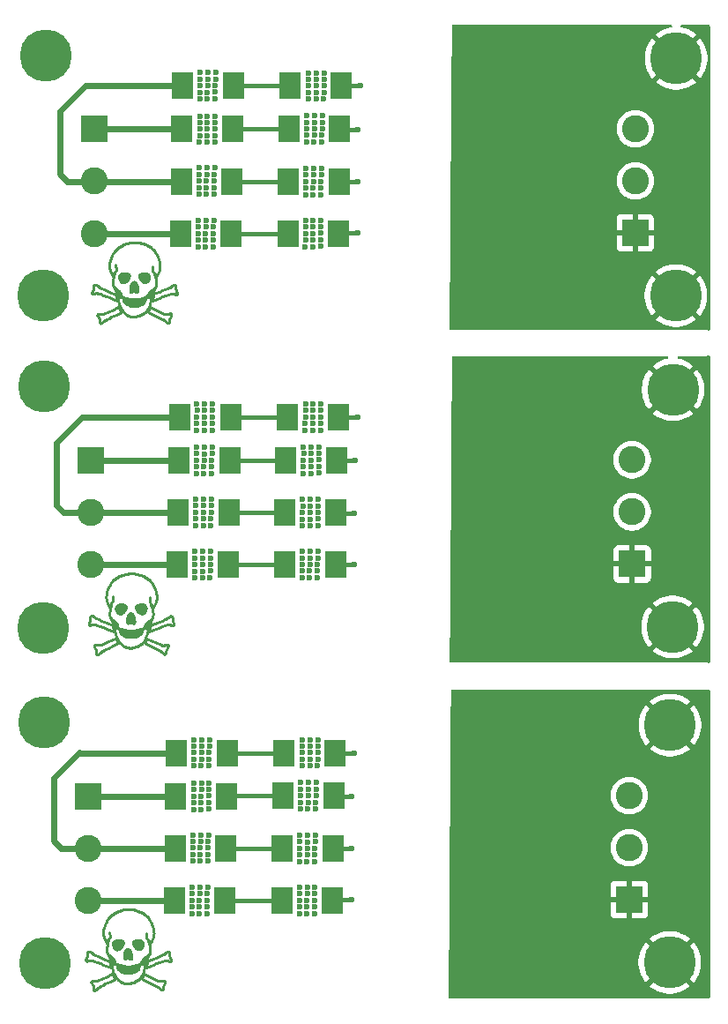
<source format=gbr>
%TF.GenerationSoftware,KiCad,Pcbnew,9.0.0-9.0.0-2~ubuntu22.04.1*%
%TF.CreationDate,2025-03-13T08:20:23+01:00*%
%TF.ProjectId,detec_power,64657465-635f-4706-9f77-65722e6b6963,rev?*%
%TF.SameCoordinates,Original*%
%TF.FileFunction,Copper,L2,Bot*%
%TF.FilePolarity,Positive*%
%FSLAX46Y46*%
G04 Gerber Fmt 4.6, Leading zero omitted, Abs format (unit mm)*
G04 Created by KiCad (PCBNEW 9.0.0-9.0.0-2~ubuntu22.04.1) date 2025-03-13 08:20:23*
%MOMM*%
%LPD*%
G01*
G04 APERTURE LIST*
%TA.AperFunction,EtchedComponent*%
%ADD10C,0.253998*%
%TD*%
%TA.AperFunction,EtchedComponent*%
%ADD11C,0.263102*%
%TD*%
%TA.AperFunction,EtchedComponent*%
%ADD12C,0.254000*%
%TD*%
%TA.AperFunction,EtchedComponent*%
%ADD13C,0.000000*%
%TD*%
%TA.AperFunction,ComponentPad*%
%ADD14R,2.600000X2.600000*%
%TD*%
%TA.AperFunction,ComponentPad*%
%ADD15C,2.600000*%
%TD*%
%TA.AperFunction,ComponentPad*%
%ADD16C,5.000000*%
%TD*%
%TA.AperFunction,SMDPad,CuDef*%
%ADD17R,2.100000X2.600000*%
%TD*%
%TA.AperFunction,ViaPad*%
%ADD18C,0.600000*%
%TD*%
%TA.AperFunction,Conductor*%
%ADD19C,0.600000*%
%TD*%
%TA.AperFunction,Conductor*%
%ADD20C,0.200000*%
%TD*%
%TA.AperFunction,Conductor*%
%ADD21C,0.400000*%
%TD*%
G04 APERTURE END LIST*
D10*
%TO.C,REF\u002A\u002A*%
X125675562Y-128943004D02*
X125676092Y-128930230D01*
X125675709Y-128956159D02*
X125675562Y-128943004D01*
X125676092Y-128930230D02*
X125677257Y-128917803D01*
X125677212Y-128978412D02*
X125675709Y-128956159D01*
X125677257Y-128917803D02*
X125679014Y-128905690D01*
X125679014Y-128905690D02*
X125681322Y-128893858D01*
X125679898Y-128997539D02*
X125677212Y-128978412D01*
X125681322Y-128893858D02*
X125684138Y-128882273D01*
X125683748Y-129013715D02*
X125679898Y-128997539D01*
X125684138Y-128882273D02*
X125691126Y-128859711D01*
X125688744Y-129027115D02*
X125683748Y-129013715D01*
X125691126Y-128859711D02*
X125699641Y-128837738D01*
X125694868Y-129037910D02*
X125688744Y-129027115D01*
X125699641Y-128837738D02*
X125709345Y-128816086D01*
X125702101Y-129046276D02*
X125694868Y-129037910D01*
X125709345Y-128816086D02*
X125730974Y-128772679D01*
X125710425Y-129052385D02*
X125702101Y-129046276D01*
X125719821Y-129056412D02*
X125710425Y-129052385D01*
X125730271Y-129058530D02*
X125719821Y-129056412D01*
X125730974Y-128772679D02*
X125753314Y-128727354D01*
X125741757Y-129058914D02*
X125730271Y-129058530D01*
X125753314Y-128727354D02*
X125763908Y-128703306D01*
X125754260Y-129057736D02*
X125741757Y-129058914D01*
X125763908Y-128703306D02*
X125773667Y-128677977D01*
X125767761Y-129055171D02*
X125754260Y-129057736D01*
X125773667Y-128677977D02*
X125782255Y-128651102D01*
X125782243Y-129051392D02*
X125767761Y-129055171D01*
X125782255Y-128651102D02*
X125786004Y-128637000D01*
X125786004Y-128637000D02*
X125789334Y-128622412D01*
X125789334Y-128622412D02*
X125792202Y-128607304D01*
X125792202Y-128607304D02*
X125794567Y-128591641D01*
X125794567Y-128591641D02*
X125796386Y-128575392D01*
X125796386Y-128575392D02*
X125797617Y-128558523D01*
X125797617Y-128558523D02*
X125800343Y-128491583D01*
X125797686Y-129046572D02*
X125782243Y-129051392D01*
X125800343Y-128491583D02*
X125802384Y-128428573D01*
X125802384Y-128428573D02*
X125803731Y-128398675D01*
X125803731Y-128398675D02*
X125805607Y-128369920D01*
X125805607Y-128369920D02*
X125808245Y-128342362D01*
X125808245Y-128342362D02*
X125811878Y-128316052D01*
X125811878Y-128316052D02*
X125816740Y-128291046D01*
X125816740Y-128291046D02*
X125819705Y-128279049D01*
X125819705Y-128279049D02*
X125823064Y-128267397D01*
X125823064Y-128267397D02*
X125826847Y-128256098D01*
X125826847Y-128256098D02*
X125831083Y-128245158D01*
X125831083Y-128245158D02*
X125835802Y-128234583D01*
X125831385Y-129034509D02*
X125797686Y-129046572D01*
X125835802Y-128234583D02*
X125841032Y-128224382D01*
X125841032Y-128224382D02*
X125846802Y-128214559D01*
X125846802Y-128214559D02*
X125853142Y-128205122D01*
X125853142Y-128205122D02*
X125860081Y-128196078D01*
X125860081Y-128196078D02*
X125867648Y-128187434D01*
X125867648Y-128187434D02*
X125875872Y-128179195D01*
X125875872Y-128179195D02*
X125884783Y-128171369D01*
X125884783Y-128171369D02*
X125894409Y-128163962D01*
X125894409Y-128163962D02*
X125904779Y-128156981D01*
X125904779Y-128156981D02*
X125919492Y-128148924D01*
X125909514Y-129005546D02*
X125831385Y-129034509D01*
X125919492Y-128148924D02*
X125934565Y-128142959D01*
X125934565Y-128142959D02*
X125949969Y-128138976D01*
X125949969Y-128138976D02*
X125965676Y-128136867D01*
X125953649Y-128991426D02*
X125909514Y-129005546D01*
X125965676Y-128136867D02*
X125981656Y-128136523D01*
X125976920Y-128985065D02*
X125953649Y-128991426D01*
X125981656Y-128136523D02*
X125997880Y-128137836D01*
X125997880Y-128137836D02*
X126014319Y-128140696D01*
X126000969Y-128979400D02*
X125976920Y-128985065D01*
X126014319Y-128140696D02*
X126030944Y-128144994D01*
X126025776Y-128974607D02*
X126000969Y-128979400D01*
X126030944Y-128144994D02*
X126047725Y-128150623D01*
X126047725Y-128150623D02*
X126064635Y-128157474D01*
X126051325Y-128970859D02*
X126025776Y-128974607D01*
X126064635Y-128157474D02*
X126081643Y-128165437D01*
X126077596Y-128968329D02*
X126051325Y-128970859D01*
X126081643Y-128165437D02*
X126098720Y-128174404D01*
X126098720Y-128174404D02*
X126132967Y-128194915D01*
X126104571Y-128967191D02*
X126077596Y-128968329D01*
X126132231Y-128967619D02*
X126104571Y-128967191D01*
X126132967Y-128194915D02*
X126167143Y-128218137D01*
X126160559Y-128969787D02*
X126132231Y-128967619D01*
X126167143Y-128218137D02*
X126201014Y-128243200D01*
X126189535Y-128973868D02*
X126160559Y-128969787D01*
X126197756Y-131045243D02*
X126198491Y-131034001D01*
X126198428Y-131056762D02*
X126197756Y-131045243D01*
X126198491Y-131034001D02*
X126200733Y-131023044D01*
X126200408Y-131068550D02*
X126198428Y-131056762D01*
X126200733Y-131023044D02*
X126204583Y-131012383D01*
X126201014Y-128243200D02*
X126234349Y-128269235D01*
X126203594Y-131080598D02*
X126200408Y-131068550D01*
X126204583Y-131012383D02*
X126210139Y-131002024D01*
X126207888Y-131092898D02*
X126203594Y-131080598D01*
X126210139Y-131002024D02*
X126217502Y-130991976D01*
X126213189Y-131105440D02*
X126207888Y-131092898D01*
X126217502Y-130991976D02*
X126226772Y-130982249D01*
X126219142Y-128980036D02*
X126189535Y-128973868D01*
X126219398Y-131118217D02*
X126213189Y-131105440D01*
X126226772Y-130982249D02*
X126237545Y-130973446D01*
X126234138Y-131144440D02*
X126219398Y-131118217D01*
X126234349Y-128269235D02*
X126298477Y-128320740D01*
X126237545Y-130973446D02*
X126249323Y-130966096D01*
X126249323Y-130966096D02*
X126262070Y-130960092D01*
X126251307Y-131171498D02*
X126234138Y-131144440D01*
X126262070Y-130960092D02*
X126275749Y-130955325D01*
X126275749Y-130955325D02*
X126290323Y-130951689D01*
X126289739Y-131227844D02*
X126251307Y-131171498D01*
X126290323Y-130951689D02*
X126305754Y-130949076D01*
X126298477Y-128320740D02*
X126328805Y-128344470D01*
X126305754Y-130949076D02*
X126339040Y-130946489D01*
X126309402Y-131256996D02*
X126289739Y-131227844D01*
X126328296Y-131286708D02*
X126309402Y-131256996D01*
X126328805Y-128344470D02*
X126357665Y-128365693D01*
X126335582Y-129011274D02*
X126219142Y-128980036D01*
X126339040Y-130946489D02*
X126375311Y-130946705D01*
X126345622Y-131316912D02*
X126328296Y-131286708D01*
X126353448Y-131332178D02*
X126345622Y-131316912D01*
X126357665Y-128365693D02*
X126384823Y-128383537D01*
X126360581Y-131347541D02*
X126353448Y-131332178D01*
X126366923Y-131362992D02*
X126360581Y-131347541D01*
X126372373Y-131378524D02*
X126366923Y-131362992D01*
X126375311Y-130946705D02*
X126414270Y-130948863D01*
X126376831Y-131394128D02*
X126372373Y-131378524D01*
X126380198Y-131409794D02*
X126376831Y-131394128D01*
X126384823Y-128383537D02*
X126397692Y-128390921D01*
X126387062Y-131456114D02*
X126380198Y-131409794D01*
X126391349Y-131500903D02*
X126387062Y-131456114D01*
X126393656Y-131543961D02*
X126391349Y-131500903D01*
X126394578Y-131585085D02*
X126393656Y-131543961D01*
X126394658Y-131660727D02*
X126394578Y-131585085D01*
X126395007Y-131694842D02*
X126394658Y-131660727D01*
X126396358Y-131726219D02*
X126395007Y-131694842D01*
X126397692Y-128390921D02*
X126410049Y-128397135D01*
X126399308Y-131754655D02*
X126396358Y-131726219D01*
X126404452Y-131779949D02*
X126399308Y-131754655D01*
X126408034Y-131791355D02*
X126404452Y-131779949D01*
X126410049Y-128397135D02*
X126626641Y-128495382D01*
X126412387Y-131801899D02*
X126408034Y-131791355D01*
X126414270Y-130948863D02*
X126499065Y-130955571D01*
X126417588Y-131811558D02*
X126412387Y-131801899D01*
X126423710Y-131820305D02*
X126417588Y-131811558D01*
X126430828Y-131828116D02*
X126423710Y-131820305D01*
X126439017Y-131834965D02*
X126430828Y-131828116D01*
X126448351Y-131840827D02*
X126439017Y-131834965D01*
X126458904Y-131845677D02*
X126448351Y-131840827D01*
X126465578Y-129051176D02*
X126335582Y-129011274D01*
X126470752Y-131849490D02*
X126458904Y-131845677D01*
X126483968Y-131852241D02*
X126470752Y-131849490D01*
X126498628Y-131853903D02*
X126483968Y-131852241D01*
X126499065Y-130955571D02*
X126544308Y-130958401D01*
X126514805Y-131854453D02*
X126498628Y-131853903D01*
X126529145Y-131853918D02*
X126514805Y-131854453D01*
X126542953Y-131852354D02*
X126529145Y-131853918D01*
X126544308Y-130958401D02*
X126591051Y-130959736D01*
X126556316Y-131849788D02*
X126542953Y-131852354D01*
X126569317Y-131846245D02*
X126556316Y-131849788D01*
X126582042Y-131841753D02*
X126569317Y-131846245D01*
X126591051Y-130959736D02*
X126638999Y-130958715D01*
X126594575Y-131836336D02*
X126582042Y-131841753D01*
X126607001Y-131830023D02*
X126594575Y-131836336D01*
X126619404Y-131822838D02*
X126607001Y-131830023D01*
X126626641Y-128495382D02*
X126874428Y-128604923D01*
X126631869Y-131814808D02*
X126619404Y-131822838D01*
X126638999Y-130958715D02*
X126687854Y-130954481D01*
X126644482Y-131805959D02*
X126631869Y-131814808D01*
X126670487Y-131785910D02*
X126644482Y-131805959D01*
X126687854Y-130954481D02*
X126737319Y-130946173D01*
X126698096Y-131762902D02*
X126670487Y-131785910D01*
X126727988Y-131737143D02*
X126698096Y-131762902D01*
X126737319Y-130946173D02*
X126762188Y-130940222D01*
X126754614Y-129151077D02*
X126465578Y-129051176D01*
X126760841Y-131708845D02*
X126727988Y-131737143D01*
X126762188Y-130940222D02*
X126787098Y-130932931D01*
X126787098Y-130932931D02*
X126812012Y-130924191D01*
X126797331Y-131678218D02*
X126760841Y-131708845D01*
X126812012Y-130924191D02*
X126836894Y-130913895D01*
X126836894Y-130913895D02*
X126861706Y-130901937D01*
X126838137Y-131645471D02*
X126797331Y-131678218D01*
X126860371Y-131628368D02*
X126838137Y-131645471D01*
X126861706Y-130901937D02*
X126886410Y-130888208D01*
X126874428Y-128604923D02*
X127389525Y-128827811D01*
X126883937Y-131610814D02*
X126860371Y-131628368D01*
X126886410Y-130888208D02*
X127571000Y-130589044D01*
X126908922Y-131592835D02*
X126883937Y-131610814D01*
X126935409Y-131574457D02*
X126908922Y-131592835D01*
X126963483Y-131555708D02*
X126935409Y-131574457D01*
X126993229Y-131536612D02*
X126963483Y-131555708D01*
X127024732Y-131517196D02*
X126993229Y-131536612D01*
X127058076Y-131497487D02*
X127024732Y-131517196D01*
X127062991Y-129267950D02*
X126754614Y-129151077D01*
X127093347Y-131477510D02*
X127058076Y-131497487D01*
X127130628Y-131457292D02*
X127093347Y-131477510D01*
X127332477Y-131352562D02*
X127130628Y-131457292D01*
X127359833Y-126254515D02*
X127362978Y-126457654D01*
X127362978Y-126457654D02*
X127368464Y-126504027D01*
X127367452Y-129390007D02*
X127062991Y-129267950D01*
X127368464Y-126504027D02*
X127375066Y-126548986D01*
X127370269Y-126143566D02*
X127359833Y-126254515D01*
X127375066Y-126548986D02*
X127382719Y-126592577D01*
X127382719Y-126592577D02*
X127391358Y-126634845D01*
X127388404Y-126027864D02*
X127370269Y-126143566D01*
X127389525Y-128827811D02*
X127979356Y-129078299D01*
X127391358Y-126634845D02*
X127400915Y-126675835D01*
X127400915Y-126675835D02*
X127411326Y-126715592D01*
X127411326Y-126715592D02*
X127422525Y-126754162D01*
X127414008Y-125908536D02*
X127388404Y-126027864D01*
X127422525Y-126754162D02*
X127434445Y-126791591D01*
X127434445Y-126791591D02*
X127460186Y-126863203D01*
X127446852Y-125786707D02*
X127414008Y-125908536D01*
X127460186Y-126863203D02*
X127488025Y-126930793D01*
X127486705Y-125663504D02*
X127446852Y-125786707D01*
X127488025Y-126930793D02*
X127517433Y-126994722D01*
X127517433Y-126994722D02*
X127547883Y-127055353D01*
X127533339Y-125540051D02*
X127486705Y-125663504D01*
X127547883Y-127055353D02*
X127578851Y-127113049D01*
X127558187Y-131239049D02*
X127332477Y-131352562D01*
X127571000Y-130589044D02*
X128235087Y-130302071D01*
X127578851Y-127113049D02*
X127609807Y-127168173D01*
X127586521Y-125417476D02*
X127533339Y-125540051D01*
X127609807Y-127168173D02*
X127669581Y-127272154D01*
X127613124Y-127074802D02*
X127834092Y-127032498D01*
X127646024Y-125296904D02*
X127586521Y-125417476D01*
X127669581Y-127272154D02*
X127697344Y-127321737D01*
D11*
X127684189Y-127978039D02*
X127684500Y-128012687D01*
X127684500Y-128012687D02*
X127686033Y-128046437D01*
X127685075Y-127942312D02*
X127684189Y-127978039D01*
X127686033Y-128046437D02*
X127688812Y-128079471D01*
X127688812Y-128079471D02*
X127692861Y-128111969D01*
X127690341Y-127866892D02*
X127685075Y-127942312D01*
X127692861Y-128111969D02*
X127698205Y-128144115D01*
D10*
X127697344Y-127321737D02*
X127722990Y-127370199D01*
D11*
X127698205Y-128144115D02*
X127704869Y-128176089D01*
X127700103Y-127784977D02*
X127690341Y-127866892D01*
X127704869Y-128176089D02*
X127712877Y-128208073D01*
D10*
X127711617Y-125179460D02*
X127646024Y-125296904D01*
D11*
X127712877Y-128208073D02*
X127722253Y-128240248D01*
X127714164Y-127695112D02*
X127700103Y-127784977D01*
X127722253Y-128240248D02*
X127733022Y-128272796D01*
D10*
X127722990Y-127370199D02*
X127745992Y-127417902D01*
D11*
X127732329Y-127595846D02*
X127714164Y-127695112D01*
X127733022Y-128272796D02*
X127758837Y-128339738D01*
D10*
X127745992Y-127417902D02*
X127765822Y-127465208D01*
D11*
X127754403Y-127485727D02*
X127732329Y-127595846D01*
X127758837Y-128339738D02*
X127790516Y-128410350D01*
X127777050Y-128359599D02*
X127787768Y-128369953D01*
D10*
X127783069Y-125066270D02*
X127711617Y-125179460D01*
D11*
X127787768Y-128369953D02*
X127822536Y-128407220D01*
X127790516Y-128410350D02*
X127828255Y-128486085D01*
X127793111Y-128382881D02*
X127777050Y-128359599D01*
X127809494Y-127227116D02*
X127754403Y-127485727D01*
X127822536Y-128407220D02*
X127878621Y-128464680D01*
X127828255Y-128486085D02*
X127872250Y-128568395D01*
X127834856Y-127105038D02*
X127809494Y-127227116D01*
X127843800Y-127056555D02*
X127834856Y-127105038D01*
X127850408Y-127014588D02*
X127843800Y-127056555D01*
X127854796Y-126977745D02*
X127850408Y-127014588D01*
X127857080Y-126944635D02*
X127854796Y-126977745D01*
D10*
X127860152Y-124958461D02*
X127783069Y-125066270D01*
X127871598Y-129602522D02*
X127367452Y-129390007D01*
D11*
X127872250Y-128568395D02*
X127897861Y-128610866D01*
X127878621Y-128464680D02*
X127913804Y-128498882D01*
X127897861Y-128610866D02*
X127923569Y-128646355D01*
X127913804Y-128498882D02*
X127953293Y-128535613D01*
X127923569Y-128646355D02*
X127949127Y-128676423D01*
D10*
X127942635Y-124857159D02*
X127860152Y-124958461D01*
X127945524Y-129046527D02*
X128044943Y-128773681D01*
D11*
X127949127Y-128676423D02*
X127974290Y-128702629D01*
X127953293Y-128535613D02*
X127996745Y-128574031D01*
X127974290Y-128702629D02*
X128022444Y-128749698D01*
D12*
X127978076Y-126262142D02*
X127988076Y-126702142D01*
D10*
X127979356Y-129078299D02*
X128080993Y-129694317D01*
D12*
X127988076Y-126702142D02*
X127857080Y-126944635D01*
D11*
X127996745Y-128574031D02*
X128043820Y-128613297D01*
D10*
X128018592Y-131013722D02*
X127558187Y-131239049D01*
D11*
X128022444Y-128749698D02*
X128044943Y-128773681D01*
D10*
X128030288Y-124763488D02*
X127942635Y-124857159D01*
D11*
X128043820Y-128613297D02*
X128094177Y-128652571D01*
X128044943Y-128773681D02*
X128066061Y-128800043D01*
X128066061Y-128800043D02*
X128085553Y-128830345D01*
D10*
X128080993Y-129694317D02*
X127871598Y-129602522D01*
D11*
X128085553Y-128830345D02*
X128103171Y-128866146D01*
X128094177Y-128652571D02*
X128147473Y-128691013D01*
X128103171Y-128866146D02*
X128111201Y-128886597D01*
X128118671Y-128909007D02*
X128125549Y-128933573D01*
D10*
X128122882Y-124678575D02*
X128030288Y-124763488D01*
D11*
X128125549Y-128933573D02*
X128131804Y-128960488D01*
X128131804Y-128960488D02*
X128142326Y-129022150D01*
X128142326Y-129022150D02*
X128149990Y-129095552D01*
X128147473Y-128691013D02*
X128203367Y-128727782D01*
X128149990Y-129095552D02*
X128154550Y-129182254D01*
X128155759Y-129283817D02*
X128156540Y-129343439D01*
X128156540Y-129343439D02*
X128159410Y-129402655D01*
X128159410Y-129402655D02*
X128164267Y-129461417D01*
X128164267Y-129461417D02*
X128171011Y-129519679D01*
X128171011Y-129519679D02*
X128179540Y-129577392D01*
X128179540Y-129577392D02*
X128189752Y-129634509D01*
X128189752Y-129634509D02*
X128214820Y-129746761D01*
D10*
X128191755Y-124623229D02*
X128122882Y-124678575D01*
D11*
X128203367Y-128727782D02*
X128261519Y-128762038D01*
X128214820Y-129746761D02*
X128245404Y-129856054D01*
D10*
X128235087Y-130302071D02*
X128537153Y-130766158D01*
D11*
X128245404Y-129856054D02*
X128280692Y-129962006D01*
X128261519Y-128762038D02*
X128280012Y-128773778D01*
D10*
X128266833Y-124568303D02*
X128191755Y-124623229D01*
D11*
X128280012Y-128773778D02*
X128297812Y-128788015D01*
X128280692Y-129962006D02*
X128319873Y-130064234D01*
X128297812Y-128788015D02*
X128314923Y-128804541D01*
X128314923Y-128804541D02*
X128331352Y-128823147D01*
X128319873Y-130064234D02*
X128362136Y-130162355D01*
X128331352Y-128823147D02*
X128347107Y-128843624D01*
X128347107Y-128843624D02*
X128362192Y-128865762D01*
D10*
X128347800Y-124514229D02*
X128266833Y-124568303D01*
D11*
X128362136Y-130162355D02*
X128406668Y-130255989D01*
X128362192Y-128865762D02*
X128376615Y-128889354D01*
X128376615Y-128889354D02*
X128390381Y-128914189D01*
X128390381Y-128914189D02*
X128415971Y-128966756D01*
X128406668Y-130255989D02*
X128452657Y-130344753D01*
X128415971Y-128966756D02*
X128439013Y-129021790D01*
D10*
X128434337Y-124461440D02*
X128347800Y-124514229D01*
D11*
X128439013Y-129021790D02*
X128459559Y-129077621D01*
X128452657Y-130344753D02*
X128499294Y-130428263D01*
X128499294Y-130428263D02*
X128545765Y-130506139D01*
D10*
X128526125Y-124410367D02*
X128434337Y-124461440D01*
X128537153Y-130766158D02*
X128018592Y-131013722D01*
D11*
X128545765Y-130506139D02*
X128591259Y-130577999D01*
X128591259Y-130577999D02*
X128634965Y-130643459D01*
D10*
X128622846Y-124361444D02*
X128526125Y-124410367D01*
D11*
X128634965Y-130643459D02*
X128713765Y-130753653D01*
X128713765Y-130753653D02*
X128745176Y-130794050D01*
D10*
X128724183Y-124315102D02*
X128622846Y-124361444D01*
D11*
X128745176Y-130794050D02*
X128777233Y-130832114D01*
X128777233Y-130832114D02*
X128809889Y-130867913D01*
X128809889Y-130867913D02*
X128843091Y-130901514D01*
D10*
X128829816Y-124271775D02*
X128724183Y-124315102D01*
D11*
X128843091Y-130901514D02*
X128876790Y-130932985D01*
X128876790Y-130932985D02*
X128910934Y-130962395D01*
X128910934Y-130962395D02*
X128945474Y-130989810D01*
D10*
X128939428Y-124231894D02*
X128829816Y-124271775D01*
D11*
X128945474Y-130989810D02*
X128980359Y-131015300D01*
X128980359Y-131015300D02*
X129015538Y-131038931D01*
X129015538Y-131038931D02*
X129050962Y-131060772D01*
X129050962Y-131060772D02*
X129086579Y-131080891D01*
D10*
X129052700Y-124195891D02*
X128939428Y-124231894D01*
D11*
X129086579Y-131080891D02*
X129122339Y-131099355D01*
X129122339Y-131099355D02*
X129194086Y-131131590D01*
D10*
X129169314Y-124164200D02*
X129052700Y-124195891D01*
D11*
X129194086Y-131131590D02*
X129265799Y-131158023D01*
X129265799Y-131158023D02*
X129337075Y-131179194D01*
D10*
X129288952Y-124137253D02*
X129169314Y-124164200D01*
D11*
X129337075Y-131179194D02*
X129407510Y-131195648D01*
X129407510Y-131195648D02*
X129476700Y-131207927D01*
D10*
X129411295Y-124115482D02*
X129288952Y-124137253D01*
D11*
X129476700Y-131207927D02*
X129544240Y-131216575D01*
D10*
X129536026Y-124099319D02*
X129411295Y-124115482D01*
D11*
X129544240Y-131216575D02*
X129609728Y-131222134D01*
X129609728Y-131222134D02*
X129672760Y-131225148D01*
D10*
X129662826Y-124089197D02*
X129536026Y-124099319D01*
D11*
X129672760Y-131225148D02*
X129789837Y-131225711D01*
D10*
X129785058Y-124085675D02*
X129913608Y-124089324D01*
X129791376Y-124085548D02*
X129662826Y-124089197D01*
D11*
X129827004Y-131216608D02*
X129771428Y-131225648D01*
X129885769Y-131205290D02*
X129827004Y-131216608D01*
D10*
X129913608Y-124089324D02*
X130040408Y-124099446D01*
D11*
X129947375Y-131191597D02*
X129885769Y-131205290D01*
X130011470Y-131175434D02*
X129947375Y-131191597D01*
D10*
X130040408Y-124099446D02*
X130165139Y-124115609D01*
D11*
X130077706Y-131156704D02*
X130011470Y-131175434D01*
X130145733Y-131135309D02*
X130077706Y-131156704D01*
D10*
X130165139Y-124115609D02*
X130287482Y-124137380D01*
D11*
X130215200Y-131111154D02*
X130145733Y-131135309D01*
X130285758Y-131084141D02*
X130215200Y-131111154D01*
D10*
X130287482Y-124137380D02*
X130407120Y-124164327D01*
D11*
X130357057Y-131054175D02*
X130285758Y-131084141D01*
D10*
X130407120Y-124164327D02*
X130523734Y-124196018D01*
D11*
X130428746Y-131021158D02*
X130357057Y-131054175D01*
X130500477Y-130984994D02*
X130428746Y-131021158D01*
D10*
X130523734Y-124196018D02*
X130637007Y-124232021D01*
D11*
X130571898Y-130945587D02*
X130500477Y-130984994D01*
D10*
X130637007Y-124232021D02*
X130746618Y-124271902D01*
D11*
X130642661Y-130902839D02*
X130571898Y-130945587D01*
X130712416Y-130856655D02*
X130642661Y-130902839D01*
D10*
X130746618Y-124271902D02*
X130852252Y-124315229D01*
D11*
X130780812Y-130806937D02*
X130712416Y-130856655D01*
X130847499Y-130753589D02*
X130780812Y-130806937D01*
D10*
X130852252Y-124315229D02*
X130953588Y-124361571D01*
D11*
X130872912Y-130730513D02*
X130847499Y-130753589D01*
X130898065Y-130704288D02*
X130872912Y-130730513D01*
X130923326Y-129330634D02*
X130920859Y-129329809D01*
X130926846Y-129328158D02*
X130923326Y-129330634D01*
X130936905Y-129314125D02*
X130926846Y-129328158D01*
X130947491Y-130643058D02*
X130898065Y-130704288D01*
X130950757Y-129289350D02*
X130936905Y-129314125D01*
D10*
X130953588Y-124361571D02*
X131050310Y-124410495D01*
D11*
X130995572Y-130571239D02*
X130947491Y-130643058D01*
X131038496Y-129115605D02*
X130950757Y-129289350D01*
X131042105Y-130490173D02*
X130995572Y-130571239D01*
D10*
X131050310Y-124410495D02*
X131142098Y-124461567D01*
X131056401Y-130787077D02*
X131553805Y-131026130D01*
D11*
X131067117Y-129061702D02*
X131038496Y-129115605D01*
X131086885Y-130401197D02*
X131042105Y-130490173D01*
X131097853Y-129006890D02*
X131067117Y-129061702D01*
X131129709Y-130305654D02*
X131086885Y-130401197D01*
X131130426Y-128952808D02*
X131097853Y-129006890D01*
D10*
X131142098Y-124461567D02*
X131228634Y-124514356D01*
D11*
X131164555Y-128901094D02*
X131130426Y-128952808D01*
X131170373Y-130204882D02*
X131129709Y-130305654D01*
X131199961Y-128853388D02*
X131164555Y-128901094D01*
X131208673Y-130100221D02*
X131170373Y-130204882D01*
X131218056Y-128831550D02*
X131199961Y-128853388D01*
D10*
X131228634Y-124514356D02*
X131309601Y-124568430D01*
D11*
X131236365Y-128811329D02*
X131218056Y-128831550D01*
X131244405Y-129993012D02*
X131208673Y-130100221D01*
D10*
X131245161Y-130294547D02*
X131056401Y-130787077D01*
D11*
X131254854Y-128792928D02*
X131236365Y-128811329D01*
X131273488Y-128776554D02*
X131254854Y-128792928D01*
X131277365Y-129884595D02*
X131244405Y-129993012D01*
X131292231Y-128762411D02*
X131273488Y-128776554D01*
X131307350Y-129776309D02*
X131277365Y-129884595D01*
D10*
X131309601Y-124568430D02*
X131384679Y-124623356D01*
D11*
X131311049Y-128750704D02*
X131292231Y-128762411D01*
X131334155Y-129669495D02*
X131307350Y-129776309D01*
X131357577Y-129565492D02*
X131334155Y-129669495D01*
X131369581Y-128716194D02*
X131311049Y-128750704D01*
X131377412Y-129465641D02*
X131357577Y-129565492D01*
D10*
X131384679Y-124623356D02*
X131453552Y-124678701D01*
D11*
X131393456Y-129371282D02*
X131377412Y-129465641D01*
X131405505Y-129283754D02*
X131393456Y-129371282D01*
X131426549Y-128678708D02*
X131369581Y-128716194D01*
X131431791Y-129097526D02*
X131418549Y-129183091D01*
X131445322Y-129025465D02*
X131431791Y-129097526D01*
D10*
X131453552Y-124678701D02*
X131546145Y-124763614D01*
D11*
X131459232Y-128965310D02*
X131445322Y-129025465D01*
D10*
X131471885Y-129679024D02*
X132145136Y-129405170D01*
D11*
X131473613Y-128915464D02*
X131459232Y-128965310D01*
X131481515Y-128639154D02*
X131426549Y-128678708D01*
X131488557Y-128874330D02*
X131473613Y-128915464D01*
X131504155Y-128840313D02*
X131488557Y-128874330D01*
X131520497Y-128811814D02*
X131504155Y-128840313D01*
D12*
X131523608Y-126793650D02*
X131654604Y-127036143D01*
X131533608Y-126353650D02*
X131523608Y-126793650D01*
D11*
X131534036Y-128598436D02*
X131481515Y-128639154D01*
X131537676Y-128787238D02*
X131520497Y-128811814D01*
D10*
X131546145Y-124763614D02*
X131633799Y-124857285D01*
X131553805Y-131026130D02*
X132426064Y-131450524D01*
D11*
X131555782Y-128764988D02*
X131537676Y-128787238D01*
X131583672Y-128557461D02*
X131534036Y-128598436D01*
X131595143Y-128721077D02*
X131555782Y-128764988D01*
D10*
X131606698Y-129024229D02*
X131471885Y-129679024D01*
D11*
X131616580Y-128696223D02*
X131595143Y-128721077D01*
X131629984Y-128517136D02*
X131583672Y-128557461D01*
D10*
X131633799Y-124857285D02*
X131716282Y-124958588D01*
D11*
X131639310Y-128667307D02*
X131616580Y-128696223D01*
X131654604Y-127036143D02*
X131656316Y-127057956D01*
X131656316Y-127057956D02*
X131659150Y-127080654D01*
X131659150Y-127080654D02*
X131663178Y-127104370D01*
X131663178Y-127104370D02*
X131668475Y-127129238D01*
X131663424Y-128632734D02*
X131639310Y-128667307D01*
X131668475Y-127129238D02*
X131675113Y-127155390D01*
X131675113Y-127155390D02*
X131683167Y-127182960D01*
X131683167Y-127182960D02*
X131692710Y-127212080D01*
X131689013Y-128590906D02*
X131663424Y-128632734D01*
X131692710Y-127212080D02*
X131703815Y-127242884D01*
D10*
X131694562Y-128993923D02*
X131595143Y-128721077D01*
D11*
X131703815Y-127242884D02*
X131716556Y-127275504D01*
X131710869Y-128442058D02*
X131629984Y-128517136D01*
D10*
X131716282Y-124958588D02*
X131793365Y-125066397D01*
D11*
X131716556Y-127275504D02*
X131754156Y-127375238D01*
X131722786Y-128527817D02*
X131689013Y-128590906D01*
X131753255Y-128461964D02*
X131722786Y-128527817D01*
X131754156Y-127375238D02*
X131785544Y-127472850D01*
D10*
X131782426Y-128963616D02*
X131606698Y-129024229D01*
D11*
X131785544Y-127472850D02*
X131810927Y-127568293D01*
D10*
X131793365Y-125066397D02*
X131864818Y-125179586D01*
D11*
X131803449Y-128322152D02*
X131753255Y-128461964D01*
X131803449Y-128322152D02*
X131780211Y-128393394D01*
X131810927Y-127568293D02*
X131830514Y-127661522D01*
D10*
X131830442Y-127418029D02*
X131810613Y-127465336D01*
D11*
X131830514Y-127661522D02*
X131844511Y-127752491D01*
X131837933Y-128171836D02*
X131822758Y-128248284D01*
X131844511Y-127752491D02*
X131853128Y-127841155D01*
X131848765Y-128092853D02*
X131837933Y-128171836D01*
X131853128Y-127841155D02*
X131856570Y-127927467D01*
D10*
X131853443Y-127370326D02*
X131830442Y-127418029D01*
D11*
X131855047Y-128011381D02*
X131848765Y-128092853D01*
X131856570Y-127927467D02*
X131855047Y-128011381D01*
D10*
X131864818Y-125179586D02*
X131930410Y-125297030D01*
X131879089Y-127321864D02*
X131853443Y-127370326D01*
X131906853Y-127272281D02*
X131879089Y-127321864D01*
X131930410Y-125297030D02*
X131989913Y-125417603D01*
X131966626Y-127168300D02*
X131745658Y-127125996D01*
X131966626Y-127168300D02*
X131906853Y-127272281D01*
X131989913Y-125417603D02*
X132043096Y-125540178D01*
X131997583Y-127113176D02*
X131966626Y-127168300D01*
X132028550Y-127055480D02*
X131997583Y-127113176D01*
X132043096Y-125540178D02*
X132089729Y-125663630D01*
X132059001Y-126994849D02*
X132028550Y-127055480D01*
X132088409Y-126930920D02*
X132059001Y-126994849D01*
X132089729Y-125663630D02*
X132129583Y-125786834D01*
X132116247Y-126863330D02*
X132088409Y-126930920D01*
X132129583Y-125786834D02*
X132162426Y-125908662D01*
X132141989Y-126791718D02*
X132116247Y-126863330D01*
X132145136Y-129405170D02*
X132434310Y-129292440D01*
X132153909Y-126754289D02*
X132141989Y-126791718D01*
X132162426Y-125908662D02*
X132188031Y-126027991D01*
X132165108Y-126715719D02*
X132153909Y-126754289D01*
X132175519Y-126675962D02*
X132165108Y-126715719D01*
X132185077Y-126634972D02*
X132175519Y-126675962D01*
X132188031Y-126027991D02*
X132206166Y-126143692D01*
X132193715Y-126592705D02*
X132185077Y-126634972D01*
X132201368Y-126549114D02*
X132193715Y-126592705D01*
X132206166Y-126143692D02*
X132216602Y-126254642D01*
X132207162Y-128810555D02*
X131782426Y-128963616D01*
X132207971Y-126504154D02*
X132201368Y-126549114D01*
X132213457Y-126457781D02*
X132207971Y-126504154D01*
X132216602Y-126254642D02*
X132219109Y-126359714D01*
X132219109Y-126359714D02*
X132213457Y-126457781D01*
X132426064Y-131450524D02*
X132463837Y-131469777D01*
X132434310Y-129292440D02*
X132728854Y-129181834D01*
X132463837Y-131469777D02*
X132499448Y-131489050D01*
X132464885Y-128712844D02*
X132207162Y-128810555D01*
X132499448Y-131489050D02*
X132532990Y-131508292D01*
X132532990Y-131508292D02*
X132564554Y-131527451D01*
X132564554Y-131527451D02*
X132594231Y-131546473D01*
X132594231Y-131546473D02*
X132622114Y-131565308D01*
X132622114Y-131565308D02*
X132648293Y-131583903D01*
X132624286Y-130932657D02*
X131245161Y-130294547D01*
X132648293Y-131583903D02*
X132672861Y-131602206D01*
X132649343Y-130945477D02*
X132624286Y-130932657D01*
X132672861Y-131602206D02*
X132695909Y-131620165D01*
X132674399Y-130956148D02*
X132649343Y-130945477D01*
X132695909Y-131620165D02*
X132717528Y-131637727D01*
X132699421Y-130964805D02*
X132674399Y-130956148D01*
X132717528Y-131637727D02*
X132756849Y-131671454D01*
X132724382Y-130971580D02*
X132699421Y-130964805D01*
X132727231Y-128608207D02*
X132464885Y-128712844D01*
X132728854Y-129181834D02*
X133007282Y-129083267D01*
X132749249Y-130976607D02*
X132724382Y-130971580D01*
X132756849Y-131671454D02*
X132791556Y-131702970D01*
X132773994Y-130980019D02*
X132749249Y-130976607D01*
X132791556Y-131702970D02*
X132822382Y-131731858D01*
X132798587Y-130981951D02*
X132773994Y-130980019D01*
X132822382Y-131731858D02*
X132850061Y-131757701D01*
X132822996Y-130982535D02*
X132798587Y-130981951D01*
X132847192Y-130981906D02*
X132822996Y-130982535D01*
X132850061Y-131757701D02*
X132875325Y-131780083D01*
X132871146Y-130980196D02*
X132847192Y-130981906D01*
X132875325Y-131780083D02*
X132887280Y-131789845D01*
X132887280Y-131789845D02*
X132898907Y-131798585D01*
X132898907Y-131798585D02*
X132910297Y-131806251D01*
X132910297Y-131806251D02*
X132921541Y-131812791D01*
X132918203Y-130974068D02*
X132871146Y-130980196D01*
X132921541Y-131812791D02*
X132932731Y-131818153D01*
X132932731Y-131818153D02*
X132943959Y-131822284D01*
X132943959Y-131822284D02*
X132955316Y-131825133D01*
X132955316Y-131825133D02*
X132966894Y-131826648D01*
X132963926Y-130965220D02*
X132918203Y-130974068D01*
X132966894Y-131826648D02*
X132978785Y-131826775D01*
X132974993Y-128502040D02*
X132727231Y-128608207D01*
X132978785Y-131826775D02*
X132991080Y-131825464D01*
X132991080Y-131825464D02*
X133003871Y-131822661D01*
X133003871Y-131822661D02*
X133017249Y-131818316D01*
X133007282Y-129083267D02*
X133248106Y-129006654D01*
X133008075Y-130954721D02*
X132963926Y-130965220D01*
X133017249Y-131818316D02*
X133031241Y-131812457D01*
X133031241Y-131812457D02*
X133043750Y-131805959D01*
X133043750Y-131805959D02*
X133054860Y-131798843D01*
X133054860Y-131798843D02*
X133064653Y-131791132D01*
X133064653Y-131791132D02*
X133073214Y-131782851D01*
X133073214Y-131782851D02*
X133080624Y-131774021D01*
X133080624Y-131774021D02*
X133086967Y-131764667D01*
X133086967Y-131764667D02*
X133092327Y-131754810D01*
X133087401Y-128450068D02*
X132974993Y-128502040D01*
X133090688Y-130933038D02*
X133008075Y-130954721D01*
X133092327Y-131754810D02*
X133096787Y-131744474D01*
X133096787Y-131744474D02*
X133100430Y-131733683D01*
X133100430Y-131733683D02*
X133103339Y-131722459D01*
X133103339Y-131722459D02*
X133105597Y-131710825D01*
X133105597Y-131710825D02*
X133108495Y-131686420D01*
X133108495Y-131686420D02*
X133109789Y-131660654D01*
X133109789Y-131660654D02*
X133110230Y-131605773D01*
X133110230Y-131605773D02*
X133110709Y-131577027D01*
X133110709Y-131577027D02*
X133112247Y-131547658D01*
X133112247Y-131547658D02*
X133115510Y-131517849D01*
X133115510Y-131517849D02*
X133121165Y-131487786D01*
X133121165Y-131487786D02*
X133125097Y-131472716D01*
X133125097Y-131472716D02*
X133129877Y-131457652D01*
X133128669Y-130923991D02*
X133090688Y-130933038D01*
X133129877Y-131457652D02*
X133135588Y-131442616D01*
X133135588Y-131442616D02*
X133142312Y-131427633D01*
X133142312Y-131427633D02*
X133157284Y-131398032D01*
X133157284Y-131398032D02*
X133173974Y-131366798D01*
X133164113Y-130917564D02*
X133128669Y-130923991D01*
X133173974Y-131366798D02*
X133210278Y-131300727D01*
X133188960Y-128399737D02*
X133087401Y-128450068D01*
X133196779Y-130914824D02*
X133164113Y-130917564D01*
X133200943Y-128393141D02*
X133188960Y-128399737D01*
X133210278Y-131300727D02*
X133246764Y-131232010D01*
X133211995Y-130915171D02*
X133196779Y-130914824D01*
X133213218Y-128385646D02*
X133200943Y-128393141D01*
X133226426Y-130916840D02*
X133211995Y-130915171D01*
X133238593Y-128368323D02*
X133213218Y-128385646D01*
X133240043Y-130919966D02*
X133226426Y-130916840D01*
X133246764Y-131232010D02*
X133263679Y-131197469D01*
X133248106Y-129006654D02*
X133277625Y-128999319D01*
X133252814Y-130924680D02*
X133240043Y-130919966D01*
X133263679Y-131197469D02*
X133278966Y-131163237D01*
X133264710Y-130931118D02*
X133252814Y-130924680D01*
X133264978Y-128348492D02*
X133238593Y-128368323D01*
X133275700Y-130939412D02*
X133264710Y-130931118D01*
X133277625Y-128999319D02*
X133307014Y-128994343D01*
X133278966Y-131163237D02*
X133292067Y-131129640D01*
X133285408Y-130949075D02*
X133275700Y-130939412D01*
X133292067Y-131129640D02*
X133302424Y-131097001D01*
X133292271Y-128326873D02*
X133264978Y-128348492D01*
X133293523Y-130959504D02*
X133285408Y-130949075D01*
X133300115Y-130970659D02*
X133293523Y-130959504D01*
X133302424Y-131097001D02*
X133306399Y-131081142D01*
X133305254Y-130982497D02*
X133300115Y-130970659D01*
X133306399Y-131081142D02*
X133309479Y-131065643D01*
X133307014Y-128994343D02*
X133336222Y-128991536D01*
X133309010Y-130994981D02*
X133305254Y-130982497D01*
X133309479Y-131065643D02*
X133311594Y-131050546D01*
X133311452Y-131008067D02*
X133309010Y-130994981D01*
X133311594Y-131050546D02*
X133312674Y-131035891D01*
X133312650Y-131021718D02*
X133311452Y-131008067D01*
X133312674Y-131035891D02*
X133312650Y-131021718D01*
X133336222Y-128991536D02*
X133365195Y-128990709D01*
X133349159Y-128281168D02*
X133292271Y-128326873D01*
X133365195Y-128990709D02*
X133393879Y-128991673D01*
X133378545Y-128258526D02*
X133349159Y-128281168D01*
X133393879Y-128991673D02*
X133422221Y-128994239D01*
X133408421Y-128236987D02*
X133378545Y-128258526D01*
X133422221Y-128994239D02*
X133450168Y-128998218D01*
X133438682Y-128217274D02*
X133408421Y-128236987D01*
X133450168Y-128998218D02*
X133477666Y-129003421D01*
X133453924Y-128208328D02*
X133438682Y-128217274D01*
X133469223Y-128200110D02*
X133453924Y-128208328D01*
X133477666Y-129003421D02*
X133504663Y-129009659D01*
X133484566Y-128192709D02*
X133469223Y-128200110D01*
X133499939Y-128186217D02*
X133484566Y-128192709D01*
X133504663Y-129009659D02*
X133531104Y-129016741D01*
X133515331Y-128180723D02*
X133499939Y-128186217D01*
X133530728Y-128176317D02*
X133515331Y-128180723D01*
X133531104Y-129016741D02*
X133582108Y-129032687D01*
X133546116Y-128173091D02*
X133530728Y-128176317D01*
X133561484Y-128171134D02*
X133546116Y-128173091D01*
X133576817Y-128170537D02*
X133561484Y-128171134D01*
X133582108Y-129032687D02*
X133630252Y-129049744D01*
X133592102Y-128171389D02*
X133576817Y-128170537D01*
X133607327Y-128173782D02*
X133592102Y-128171389D01*
X133622479Y-128177805D02*
X133607327Y-128173782D01*
X133630252Y-129049744D02*
X133675108Y-129066400D01*
X133637544Y-128183550D02*
X133622479Y-128177805D01*
X133652509Y-128191105D02*
X133637544Y-128183550D01*
X133663040Y-128197468D02*
X133652509Y-128191105D01*
X133672585Y-128203990D02*
X133663040Y-128197468D01*
X133675108Y-129066400D02*
X133716251Y-129081143D01*
X133681189Y-128210684D02*
X133672585Y-128203990D01*
X133688899Y-128217561D02*
X133681189Y-128210684D01*
X133695761Y-128224634D02*
X133688899Y-128217561D01*
X133701822Y-128231914D02*
X133695761Y-128224634D01*
X133707128Y-128239414D02*
X133701822Y-128231914D01*
X133711725Y-128247145D02*
X133707128Y-128239414D01*
X133715659Y-128255119D02*
X133711725Y-128247145D01*
X133716251Y-129081143D02*
X133753254Y-129092458D01*
X133718977Y-128263349D02*
X133715659Y-128255119D01*
X133721724Y-128271845D02*
X133718977Y-128263349D01*
X133723948Y-128280621D02*
X133721724Y-128271845D01*
X133725694Y-128289689D02*
X133723948Y-128280621D01*
X133725979Y-128439494D02*
X133726609Y-128412061D01*
X133726029Y-128468761D02*
X133725979Y-128439494D01*
X133726609Y-128412061D02*
X133728430Y-128362314D01*
X133727009Y-128299059D02*
X133725694Y-128289689D01*
X133727129Y-128499957D02*
X133726029Y-128468761D01*
X133727939Y-128308744D02*
X133727009Y-128299059D01*
X133728189Y-128516309D02*
X133727129Y-128499957D01*
X133728430Y-128362314D02*
X133728880Y-128339809D01*
X133728530Y-128318756D02*
X133727939Y-128308744D01*
X133728880Y-128339809D02*
X133728530Y-128318756D01*
X133729650Y-128533179D02*
X133728189Y-128516309D01*
X133734101Y-128567014D02*
X133729650Y-128533179D01*
X133740539Y-128600020D02*
X133734101Y-128567014D01*
X133748652Y-128632246D02*
X133740539Y-128600020D01*
X133753254Y-129092458D02*
X133770069Y-129096358D01*
X133758126Y-128663745D02*
X133748652Y-128632246D01*
X133768650Y-128694568D02*
X133758126Y-128663745D01*
X133770069Y-129096358D02*
X133785690Y-129098833D01*
X133779912Y-128724765D02*
X133768650Y-128694568D01*
X133785690Y-129098833D02*
X133800062Y-129099696D01*
X133800062Y-129099696D02*
X133813132Y-129098756D01*
X133803401Y-128783491D02*
X133779912Y-128724765D01*
X133813132Y-129098756D02*
X133824848Y-129095824D01*
X133824848Y-129095824D02*
X133835155Y-129090711D01*
X133826095Y-128840332D02*
X133803401Y-128783491D01*
X133835155Y-129090711D02*
X133839764Y-129087278D01*
X133836364Y-128868174D02*
X133826095Y-128840332D01*
X133839764Y-129087278D02*
X133844001Y-129083229D01*
X133844001Y-129083229D02*
X133847859Y-129078540D01*
X133845498Y-128895699D02*
X133836364Y-128868174D01*
X133847859Y-129078540D02*
X133851331Y-129073188D01*
X133851331Y-129073188D02*
X133857094Y-129060398D01*
X133853184Y-128922957D02*
X133845498Y-128895699D01*
X133857094Y-129060398D02*
X133861234Y-129044672D01*
X133859111Y-128950001D02*
X133853184Y-128922957D01*
X133861234Y-129044672D02*
X133863700Y-129025819D01*
X133862966Y-128976882D02*
X133859111Y-128950001D01*
X133863700Y-129025819D02*
X133864438Y-129003650D01*
X133864438Y-129003650D02*
X133862966Y-128976882D01*
D13*
%TA.AperFunction,EtchedComponent*%
G36*
X128583608Y-129043650D02*
G01*
X128633056Y-129218191D01*
X128653608Y-129503650D01*
X128493608Y-129493650D01*
X128353608Y-129513650D01*
X128253608Y-129643650D01*
X128075807Y-128815194D01*
X128583608Y-129043650D01*
G37*
%TD.AperFunction*%
%TA.AperFunction,EtchedComponent*%
G36*
X131313608Y-129643650D02*
G01*
X131213608Y-129513650D01*
X131073608Y-129493650D01*
X130913608Y-129503650D01*
X130934160Y-129218191D01*
X130983608Y-129043650D01*
X131491409Y-128815194D01*
X131313608Y-129643650D01*
G37*
%TD.AperFunction*%
%TA.AperFunction,EtchedComponent*%
G36*
X128795696Y-129281742D02*
G01*
X128957202Y-129337212D01*
X129117835Y-129384278D01*
X129277854Y-129422620D01*
X129437519Y-129451918D01*
X129597090Y-129471850D01*
X129783608Y-129482095D01*
X129783608Y-130363650D01*
X129653608Y-130363650D01*
X129529665Y-130354155D01*
X129394634Y-130332285D01*
X129263058Y-130301330D01*
X129143608Y-130243650D01*
X129033608Y-130173650D01*
X128933608Y-130113650D01*
X128863608Y-130063650D01*
X128773608Y-129983650D01*
X128703608Y-129913650D01*
X128623608Y-129753650D01*
X128583608Y-129603650D01*
X128543608Y-129453650D01*
X128526615Y-129310194D01*
X128633056Y-129218191D01*
X128795696Y-129281742D01*
G37*
%TD.AperFunction*%
%TA.AperFunction,EtchedComponent*%
G36*
X131040601Y-129310194D02*
G01*
X131023608Y-129453650D01*
X130983608Y-129603650D01*
X130943608Y-129753650D01*
X130863608Y-129913650D01*
X130793608Y-129983650D01*
X130703608Y-130063650D01*
X130633608Y-130113650D01*
X130533608Y-130173650D01*
X130423608Y-130243650D01*
X130304158Y-130301330D01*
X130172582Y-130332285D01*
X130037551Y-130354155D01*
X129913608Y-130363650D01*
X129783608Y-130363650D01*
X129783608Y-129482095D01*
X129970126Y-129471850D01*
X130129697Y-129451918D01*
X130289362Y-129422620D01*
X130449381Y-129384278D01*
X130610014Y-129337212D01*
X130771520Y-129281742D01*
X130934160Y-129218191D01*
X131040601Y-129310194D01*
G37*
%TD.AperFunction*%
%TA.AperFunction,EtchedComponent*%
G36*
X129767059Y-127786760D02*
G01*
X129808041Y-127792225D01*
X129848755Y-127803107D01*
X129888925Y-127819455D01*
X129928276Y-127841317D01*
X129966530Y-127868742D01*
X130003412Y-127901779D01*
X130038645Y-127940475D01*
X130071954Y-127984880D01*
X130103063Y-128035042D01*
X130131694Y-128091009D01*
X130157573Y-128152831D01*
X130180422Y-128220556D01*
X130199967Y-128294233D01*
X130215929Y-128373909D01*
X130228035Y-128459634D01*
X130228035Y-128459632D01*
X130228035Y-128459630D01*
X130228034Y-128459627D01*
X130228034Y-128459625D01*
X130228034Y-128459622D01*
X130228034Y-128459620D01*
X130237118Y-128508486D01*
X130244270Y-128555272D01*
X130249528Y-128599959D01*
X130252931Y-128642530D01*
X130254519Y-128682967D01*
X130254330Y-128721253D01*
X130252402Y-128757370D01*
X130248776Y-128791301D01*
X130243490Y-128823027D01*
X130236582Y-128852532D01*
X130228091Y-128879799D01*
X130218057Y-128904808D01*
X130206518Y-128927544D01*
X130193514Y-128947987D01*
X130179082Y-128966122D01*
X130163262Y-128981930D01*
X130146093Y-128995394D01*
X130127614Y-129006496D01*
X130107863Y-129015218D01*
X130086880Y-129021544D01*
X130064702Y-129025456D01*
X130041370Y-129026935D01*
X130016922Y-129025965D01*
X129991397Y-129022528D01*
X129964834Y-129016607D01*
X129937271Y-129008184D01*
X129908748Y-128997241D01*
X129879303Y-128983761D01*
X129848976Y-128967726D01*
X129817804Y-128949119D01*
X129785828Y-128927923D01*
X129753086Y-128904119D01*
X129707623Y-128932910D01*
X129665156Y-128957504D01*
X129625586Y-128978050D01*
X129588817Y-128994694D01*
X129554748Y-129007584D01*
X129523283Y-129016867D01*
X129494323Y-129022692D01*
X129467769Y-129025205D01*
X129443523Y-129024554D01*
X129421488Y-129020887D01*
X129401564Y-129014350D01*
X129383654Y-129005092D01*
X129367659Y-128993261D01*
X129353481Y-128979002D01*
X129341022Y-128962465D01*
X129330184Y-128943797D01*
X129320868Y-128923144D01*
X129312976Y-128900655D01*
X129306410Y-128876477D01*
X129301072Y-128850758D01*
X129296862Y-128823645D01*
X129293684Y-128795285D01*
X129290028Y-128735417D01*
X129289318Y-128672333D01*
X129290766Y-128607214D01*
X129296998Y-128475589D01*
X129300280Y-128396397D01*
X129307989Y-128321796D01*
X129319849Y-128251835D01*
X129335583Y-128186562D01*
X129354916Y-128126026D01*
X129377571Y-128070276D01*
X129403272Y-128019359D01*
X129431742Y-127973326D01*
X129462707Y-127932223D01*
X129495889Y-127896101D01*
X129531012Y-127865007D01*
X129567801Y-127838990D01*
X129605979Y-127818098D01*
X129645270Y-127802381D01*
X129685398Y-127791887D01*
X129726086Y-127786663D01*
X129767059Y-127786760D01*
G37*
%TD.AperFunction*%
%TA.AperFunction,EtchedComponent*%
G36*
X130816596Y-126950849D02*
G01*
X130848231Y-126952466D01*
X130879051Y-126955215D01*
X130909040Y-126959080D01*
X130938184Y-126964050D01*
X130966467Y-126970110D01*
X130993874Y-126977247D01*
X131020390Y-126985447D01*
X131046000Y-126994696D01*
X131070689Y-127004980D01*
X131094440Y-127016287D01*
X131117240Y-127028602D01*
X131139073Y-127041911D01*
X131159923Y-127056202D01*
X131179776Y-127071460D01*
X131198616Y-127087671D01*
X131216428Y-127104822D01*
X131233198Y-127122900D01*
X131248909Y-127141890D01*
X131263546Y-127161779D01*
X131277095Y-127182554D01*
X131289540Y-127204200D01*
X131300866Y-127226704D01*
X131311058Y-127250052D01*
X131320100Y-127274231D01*
X131327978Y-127299227D01*
X131334676Y-127325026D01*
X131340179Y-127351615D01*
X131344472Y-127378979D01*
X131347539Y-127407106D01*
X131347507Y-127407105D01*
X131349158Y-127435874D01*
X131349236Y-127465111D01*
X131347776Y-127494725D01*
X131344813Y-127524624D01*
X131340381Y-127554716D01*
X131334516Y-127584911D01*
X131327252Y-127615115D01*
X131318625Y-127645237D01*
X131308670Y-127675187D01*
X131297421Y-127704871D01*
X131284914Y-127734198D01*
X131271184Y-127763077D01*
X131256265Y-127791416D01*
X131240193Y-127819123D01*
X131223002Y-127846106D01*
X131204727Y-127872274D01*
X131185404Y-127897535D01*
X131165068Y-127921798D01*
X131143753Y-127944970D01*
X131121495Y-127966959D01*
X131098328Y-127987676D01*
X131074287Y-128007026D01*
X131049408Y-128024920D01*
X131023726Y-128041264D01*
X130997274Y-128055968D01*
X130970089Y-128068940D01*
X130942206Y-128080088D01*
X130913659Y-128089320D01*
X130884483Y-128096544D01*
X130854713Y-128101670D01*
X130824385Y-128104605D01*
X130793533Y-128105257D01*
X130762672Y-128103553D01*
X130732303Y-128099547D01*
X130702442Y-128093334D01*
X130673105Y-128085009D01*
X130644307Y-128074668D01*
X130616065Y-128062405D01*
X130588393Y-128048315D01*
X130561308Y-128032495D01*
X130534826Y-128015038D01*
X130508962Y-127996041D01*
X130483732Y-127975598D01*
X130459151Y-127953805D01*
X130412002Y-127906548D01*
X130367640Y-127855031D01*
X130326192Y-127800017D01*
X130287783Y-127742267D01*
X130252540Y-127682542D01*
X130220588Y-127621603D01*
X130192053Y-127560212D01*
X130167062Y-127499131D01*
X130145739Y-127439121D01*
X130128212Y-127380944D01*
X130121880Y-127353884D01*
X130117924Y-127327886D01*
X130116266Y-127302930D01*
X130116827Y-127278999D01*
X130119529Y-127256076D01*
X130124295Y-127234142D01*
X130131047Y-127213181D01*
X130139706Y-127193173D01*
X130150195Y-127174101D01*
X130162435Y-127155948D01*
X130176349Y-127138696D01*
X130191858Y-127122326D01*
X130208885Y-127106822D01*
X130227351Y-127092164D01*
X130247178Y-127078336D01*
X130268289Y-127065320D01*
X130314049Y-127041651D01*
X130364007Y-127021016D01*
X130417538Y-127003271D01*
X130474019Y-126988274D01*
X130532825Y-126975883D01*
X130593332Y-126965956D01*
X130654916Y-126958350D01*
X130716953Y-126952923D01*
X130750942Y-126951064D01*
X130784162Y-126950377D01*
X130816596Y-126950849D01*
G37*
%TD.AperFunction*%
%TA.AperFunction,EtchedComponent*%
G36*
X128893630Y-126946818D02*
G01*
X128927904Y-126948732D01*
X128988910Y-126954607D01*
X129047582Y-126963479D01*
X129103564Y-126975373D01*
X129156500Y-126990315D01*
X129206036Y-127008330D01*
X129251816Y-127029444D01*
X129273187Y-127041171D01*
X129293486Y-127053683D01*
X129312667Y-127066982D01*
X129330688Y-127081071D01*
X129347504Y-127095954D01*
X129363069Y-127111635D01*
X129377341Y-127128115D01*
X129390274Y-127145399D01*
X129401823Y-127163490D01*
X129411945Y-127182390D01*
X129420596Y-127202103D01*
X129427730Y-127222633D01*
X129433303Y-127243981D01*
X129437272Y-127266153D01*
X129439591Y-127289149D01*
X129440215Y-127312975D01*
X129439102Y-127337633D01*
X129436206Y-127363126D01*
X129431482Y-127389458D01*
X129424888Y-127416631D01*
X129407091Y-127474585D01*
X129385009Y-127533961D01*
X129358837Y-127594059D01*
X129328771Y-127654174D01*
X129295007Y-127713604D01*
X129257742Y-127771645D01*
X129217171Y-127827594D01*
X129173490Y-127880749D01*
X129126896Y-127930405D01*
X129077584Y-127975861D01*
X129051970Y-127996794D01*
X129025751Y-128016413D01*
X128998950Y-128034630D01*
X128971592Y-128051358D01*
X128943702Y-128066508D01*
X128915305Y-128079993D01*
X128886424Y-128091724D01*
X128857084Y-128101614D01*
X128827310Y-128109575D01*
X128797126Y-128115519D01*
X128766557Y-128119359D01*
X128735627Y-128121005D01*
X128704821Y-128120238D01*
X128674626Y-128116970D01*
X128645072Y-128111307D01*
X128616187Y-128103354D01*
X128588000Y-128093219D01*
X128560542Y-128081008D01*
X128533840Y-128066826D01*
X128507925Y-128050781D01*
X128482825Y-128032979D01*
X128458570Y-128013525D01*
X128435188Y-127992527D01*
X128412708Y-127970090D01*
X128391161Y-127946321D01*
X128370575Y-127921326D01*
X128350979Y-127895211D01*
X128332402Y-127868083D01*
X128314874Y-127840048D01*
X128298423Y-127811213D01*
X128283080Y-127781683D01*
X128268872Y-127751565D01*
X128255829Y-127720965D01*
X128243980Y-127689990D01*
X128233355Y-127658746D01*
X128223983Y-127627339D01*
X128215892Y-127595875D01*
X128209112Y-127564461D01*
X128203672Y-127533203D01*
X128199601Y-127502208D01*
X128196929Y-127471581D01*
X128195683Y-127441430D01*
X128195895Y-127411859D01*
X128197592Y-127382977D01*
X128197622Y-127382977D01*
X128200976Y-127354907D01*
X128206102Y-127327709D01*
X128212950Y-127301390D01*
X128221467Y-127275955D01*
X128231603Y-127251411D01*
X128243305Y-127227765D01*
X128256521Y-127205022D01*
X128271200Y-127183190D01*
X128287291Y-127162274D01*
X128304741Y-127142280D01*
X128323498Y-127123216D01*
X128343512Y-127105087D01*
X128364730Y-127087900D01*
X128387100Y-127071661D01*
X128410571Y-127056377D01*
X128435092Y-127042053D01*
X128460609Y-127028697D01*
X128487073Y-127016314D01*
X128514430Y-127004911D01*
X128542630Y-126994494D01*
X128571621Y-126985070D01*
X128601350Y-126976645D01*
X128631766Y-126969225D01*
X128662818Y-126962817D01*
X128694454Y-126957427D01*
X128726621Y-126953061D01*
X128759269Y-126949725D01*
X128792346Y-126947427D01*
X128825799Y-126946172D01*
X128859578Y-126945967D01*
X128893630Y-126946818D01*
G37*
%TD.AperFunction*%
D10*
X125955562Y-96713004D02*
X125956092Y-96700230D01*
X125955709Y-96726159D02*
X125955562Y-96713004D01*
X125956092Y-96700230D02*
X125957257Y-96687803D01*
X125957212Y-96748412D02*
X125955709Y-96726159D01*
X125957257Y-96687803D02*
X125959014Y-96675690D01*
X125959014Y-96675690D02*
X125961322Y-96663858D01*
X125959898Y-96767539D02*
X125957212Y-96748412D01*
X125961322Y-96663858D02*
X125964138Y-96652273D01*
X125963748Y-96783715D02*
X125959898Y-96767539D01*
X125964138Y-96652273D02*
X125971126Y-96629711D01*
X125968744Y-96797115D02*
X125963748Y-96783715D01*
X125971126Y-96629711D02*
X125979641Y-96607738D01*
X125974868Y-96807910D02*
X125968744Y-96797115D01*
X125979641Y-96607738D02*
X125989345Y-96586086D01*
X125982101Y-96816276D02*
X125974868Y-96807910D01*
X125989345Y-96586086D02*
X126010974Y-96542679D01*
X125990425Y-96822385D02*
X125982101Y-96816276D01*
X125999821Y-96826412D02*
X125990425Y-96822385D01*
X126010271Y-96828530D02*
X125999821Y-96826412D01*
X126010974Y-96542679D02*
X126033314Y-96497354D01*
X126021757Y-96828914D02*
X126010271Y-96828530D01*
X126033314Y-96497354D02*
X126043908Y-96473306D01*
X126034260Y-96827736D02*
X126021757Y-96828914D01*
X126043908Y-96473306D02*
X126053667Y-96447977D01*
X126047761Y-96825171D02*
X126034260Y-96827736D01*
X126053667Y-96447977D02*
X126062255Y-96421102D01*
X126062243Y-96821392D02*
X126047761Y-96825171D01*
X126062255Y-96421102D02*
X126066004Y-96407000D01*
X126066004Y-96407000D02*
X126069334Y-96392412D01*
X126069334Y-96392412D02*
X126072202Y-96377304D01*
X126072202Y-96377304D02*
X126074567Y-96361641D01*
X126074567Y-96361641D02*
X126076386Y-96345392D01*
X126076386Y-96345392D02*
X126077617Y-96328523D01*
X126077617Y-96328523D02*
X126080343Y-96261583D01*
X126077686Y-96816572D02*
X126062243Y-96821392D01*
X126080343Y-96261583D02*
X126082384Y-96198573D01*
X126082384Y-96198573D02*
X126083731Y-96168675D01*
X126083731Y-96168675D02*
X126085607Y-96139920D01*
X126085607Y-96139920D02*
X126088245Y-96112362D01*
X126088245Y-96112362D02*
X126091878Y-96086052D01*
X126091878Y-96086052D02*
X126096740Y-96061046D01*
X126096740Y-96061046D02*
X126099705Y-96049049D01*
X126099705Y-96049049D02*
X126103064Y-96037397D01*
X126103064Y-96037397D02*
X126106847Y-96026098D01*
X126106847Y-96026098D02*
X126111083Y-96015158D01*
X126111083Y-96015158D02*
X126115802Y-96004583D01*
X126111385Y-96804509D02*
X126077686Y-96816572D01*
X126115802Y-96004583D02*
X126121032Y-95994382D01*
X126121032Y-95994382D02*
X126126802Y-95984559D01*
X126126802Y-95984559D02*
X126133142Y-95975122D01*
X126133142Y-95975122D02*
X126140081Y-95966078D01*
X126140081Y-95966078D02*
X126147648Y-95957434D01*
X126147648Y-95957434D02*
X126155872Y-95949195D01*
X126155872Y-95949195D02*
X126164783Y-95941369D01*
X126164783Y-95941369D02*
X126174409Y-95933962D01*
X126174409Y-95933962D02*
X126184779Y-95926981D01*
X126184779Y-95926981D02*
X126199492Y-95918924D01*
X126189514Y-96775546D02*
X126111385Y-96804509D01*
X126199492Y-95918924D02*
X126214565Y-95912959D01*
X126214565Y-95912959D02*
X126229969Y-95908976D01*
X126229969Y-95908976D02*
X126245676Y-95906867D01*
X126233649Y-96761426D02*
X126189514Y-96775546D01*
X126245676Y-95906867D02*
X126261656Y-95906523D01*
X126256920Y-96755065D02*
X126233649Y-96761426D01*
X126261656Y-95906523D02*
X126277880Y-95907836D01*
X126277880Y-95907836D02*
X126294319Y-95910696D01*
X126280969Y-96749400D02*
X126256920Y-96755065D01*
X126294319Y-95910696D02*
X126310944Y-95914994D01*
X126305776Y-96744607D02*
X126280969Y-96749400D01*
X126310944Y-95914994D02*
X126327725Y-95920623D01*
X126327725Y-95920623D02*
X126344635Y-95927474D01*
X126331325Y-96740859D02*
X126305776Y-96744607D01*
X126344635Y-95927474D02*
X126361643Y-95935437D01*
X126357596Y-96738329D02*
X126331325Y-96740859D01*
X126361643Y-95935437D02*
X126378720Y-95944404D01*
X126378720Y-95944404D02*
X126412967Y-95964915D01*
X126384571Y-96737191D02*
X126357596Y-96738329D01*
X126412231Y-96737619D02*
X126384571Y-96737191D01*
X126412967Y-95964915D02*
X126447143Y-95988137D01*
X126440559Y-96739787D02*
X126412231Y-96737619D01*
X126447143Y-95988137D02*
X126481014Y-96013200D01*
X126469535Y-96743868D02*
X126440559Y-96739787D01*
X126477756Y-98815243D02*
X126478491Y-98804001D01*
X126478428Y-98826762D02*
X126477756Y-98815243D01*
X126478491Y-98804001D02*
X126480733Y-98793044D01*
X126480408Y-98838550D02*
X126478428Y-98826762D01*
X126480733Y-98793044D02*
X126484583Y-98782383D01*
X126481014Y-96013200D02*
X126514349Y-96039235D01*
X126483594Y-98850598D02*
X126480408Y-98838550D01*
X126484583Y-98782383D02*
X126490139Y-98772024D01*
X126487888Y-98862898D02*
X126483594Y-98850598D01*
X126490139Y-98772024D02*
X126497502Y-98761976D01*
X126493189Y-98875440D02*
X126487888Y-98862898D01*
X126497502Y-98761976D02*
X126506772Y-98752249D01*
X126499142Y-96750036D02*
X126469535Y-96743868D01*
X126499398Y-98888217D02*
X126493189Y-98875440D01*
X126506772Y-98752249D02*
X126517545Y-98743446D01*
X126514138Y-98914440D02*
X126499398Y-98888217D01*
X126514349Y-96039235D02*
X126578477Y-96090740D01*
X126517545Y-98743446D02*
X126529323Y-98736096D01*
X126529323Y-98736096D02*
X126542070Y-98730092D01*
X126531307Y-98941498D02*
X126514138Y-98914440D01*
X126542070Y-98730092D02*
X126555749Y-98725325D01*
X126555749Y-98725325D02*
X126570323Y-98721689D01*
X126569739Y-98997844D02*
X126531307Y-98941498D01*
X126570323Y-98721689D02*
X126585754Y-98719076D01*
X126578477Y-96090740D02*
X126608805Y-96114470D01*
X126585754Y-98719076D02*
X126619040Y-98716489D01*
X126589402Y-99026996D02*
X126569739Y-98997844D01*
X126608296Y-99056708D02*
X126589402Y-99026996D01*
X126608805Y-96114470D02*
X126637665Y-96135693D01*
X126615582Y-96781274D02*
X126499142Y-96750036D01*
X126619040Y-98716489D02*
X126655311Y-98716705D01*
X126625622Y-99086912D02*
X126608296Y-99056708D01*
X126633448Y-99102178D02*
X126625622Y-99086912D01*
X126637665Y-96135693D02*
X126664823Y-96153537D01*
X126640581Y-99117541D02*
X126633448Y-99102178D01*
X126646923Y-99132992D02*
X126640581Y-99117541D01*
X126652373Y-99148524D02*
X126646923Y-99132992D01*
X126655311Y-98716705D02*
X126694270Y-98718863D01*
X126656831Y-99164128D02*
X126652373Y-99148524D01*
X126660198Y-99179794D02*
X126656831Y-99164128D01*
X126664823Y-96153537D02*
X126677692Y-96160921D01*
X126667062Y-99226114D02*
X126660198Y-99179794D01*
X126671349Y-99270903D02*
X126667062Y-99226114D01*
X126673656Y-99313961D02*
X126671349Y-99270903D01*
X126674578Y-99355085D02*
X126673656Y-99313961D01*
X126674658Y-99430727D02*
X126674578Y-99355085D01*
X126675007Y-99464842D02*
X126674658Y-99430727D01*
X126676358Y-99496219D02*
X126675007Y-99464842D01*
X126677692Y-96160921D02*
X126690049Y-96167135D01*
X126679308Y-99524655D02*
X126676358Y-99496219D01*
X126684452Y-99549949D02*
X126679308Y-99524655D01*
X126688034Y-99561355D02*
X126684452Y-99549949D01*
X126690049Y-96167135D02*
X126906641Y-96265382D01*
X126692387Y-99571899D02*
X126688034Y-99561355D01*
X126694270Y-98718863D02*
X126779065Y-98725571D01*
X126697588Y-99581558D02*
X126692387Y-99571899D01*
X126703710Y-99590305D02*
X126697588Y-99581558D01*
X126710828Y-99598116D02*
X126703710Y-99590305D01*
X126719017Y-99604965D02*
X126710828Y-99598116D01*
X126728351Y-99610827D02*
X126719017Y-99604965D01*
X126738904Y-99615677D02*
X126728351Y-99610827D01*
X126745578Y-96821176D02*
X126615582Y-96781274D01*
X126750752Y-99619490D02*
X126738904Y-99615677D01*
X126763968Y-99622241D02*
X126750752Y-99619490D01*
X126778628Y-99623903D02*
X126763968Y-99622241D01*
X126779065Y-98725571D02*
X126824308Y-98728401D01*
X126794805Y-99624453D02*
X126778628Y-99623903D01*
X126809145Y-99623918D02*
X126794805Y-99624453D01*
X126822953Y-99622354D02*
X126809145Y-99623918D01*
X126824308Y-98728401D02*
X126871051Y-98729736D01*
X126836316Y-99619788D02*
X126822953Y-99622354D01*
X126849317Y-99616245D02*
X126836316Y-99619788D01*
X126862042Y-99611753D02*
X126849317Y-99616245D01*
X126871051Y-98729736D02*
X126918999Y-98728715D01*
X126874575Y-99606336D02*
X126862042Y-99611753D01*
X126887001Y-99600023D02*
X126874575Y-99606336D01*
X126899404Y-99592838D02*
X126887001Y-99600023D01*
X126906641Y-96265382D02*
X127154428Y-96374923D01*
X126911869Y-99584808D02*
X126899404Y-99592838D01*
X126918999Y-98728715D02*
X126967854Y-98724481D01*
X126924482Y-99575959D02*
X126911869Y-99584808D01*
X126950487Y-99555910D02*
X126924482Y-99575959D01*
X126967854Y-98724481D02*
X127017319Y-98716173D01*
X126978096Y-99532902D02*
X126950487Y-99555910D01*
X127007988Y-99507143D02*
X126978096Y-99532902D01*
X127017319Y-98716173D02*
X127042188Y-98710222D01*
X127034614Y-96921077D02*
X126745578Y-96821176D01*
X127040841Y-99478845D02*
X127007988Y-99507143D01*
X127042188Y-98710222D02*
X127067098Y-98702931D01*
X127067098Y-98702931D02*
X127092012Y-98694191D01*
X127077331Y-99448218D02*
X127040841Y-99478845D01*
X127092012Y-98694191D02*
X127116894Y-98683895D01*
X127116894Y-98683895D02*
X127141706Y-98671937D01*
X127118137Y-99415471D02*
X127077331Y-99448218D01*
X127140371Y-99398368D02*
X127118137Y-99415471D01*
X127141706Y-98671937D02*
X127166410Y-98658208D01*
X127154428Y-96374923D02*
X127669525Y-96597811D01*
X127163937Y-99380814D02*
X127140371Y-99398368D01*
X127166410Y-98658208D02*
X127851000Y-98359044D01*
X127188922Y-99362835D02*
X127163937Y-99380814D01*
X127215409Y-99344457D02*
X127188922Y-99362835D01*
X127243483Y-99325708D02*
X127215409Y-99344457D01*
X127273229Y-99306612D02*
X127243483Y-99325708D01*
X127304732Y-99287196D02*
X127273229Y-99306612D01*
X127338076Y-99267487D02*
X127304732Y-99287196D01*
X127342991Y-97037950D02*
X127034614Y-96921077D01*
X127373347Y-99247510D02*
X127338076Y-99267487D01*
X127410628Y-99227292D02*
X127373347Y-99247510D01*
X127612477Y-99122562D02*
X127410628Y-99227292D01*
X127639833Y-94024515D02*
X127642978Y-94227654D01*
X127642978Y-94227654D02*
X127648464Y-94274027D01*
X127647452Y-97160007D02*
X127342991Y-97037950D01*
X127648464Y-94274027D02*
X127655066Y-94318986D01*
X127650269Y-93913566D02*
X127639833Y-94024515D01*
X127655066Y-94318986D02*
X127662719Y-94362577D01*
X127662719Y-94362577D02*
X127671358Y-94404845D01*
X127668404Y-93797864D02*
X127650269Y-93913566D01*
X127669525Y-96597811D02*
X128259356Y-96848299D01*
X127671358Y-94404845D02*
X127680915Y-94445835D01*
X127680915Y-94445835D02*
X127691326Y-94485592D01*
X127691326Y-94485592D02*
X127702525Y-94524162D01*
X127694008Y-93678536D02*
X127668404Y-93797864D01*
X127702525Y-94524162D02*
X127714445Y-94561591D01*
X127714445Y-94561591D02*
X127740186Y-94633203D01*
X127726852Y-93556707D02*
X127694008Y-93678536D01*
X127740186Y-94633203D02*
X127768025Y-94700793D01*
X127766705Y-93433504D02*
X127726852Y-93556707D01*
X127768025Y-94700793D02*
X127797433Y-94764722D01*
X127797433Y-94764722D02*
X127827883Y-94825353D01*
X127813339Y-93310051D02*
X127766705Y-93433504D01*
X127827883Y-94825353D02*
X127858851Y-94883049D01*
X127838187Y-99009049D02*
X127612477Y-99122562D01*
X127851000Y-98359044D02*
X128515087Y-98072071D01*
X127858851Y-94883049D02*
X127889807Y-94938173D01*
X127866521Y-93187476D02*
X127813339Y-93310051D01*
X127889807Y-94938173D02*
X127949581Y-95042154D01*
X127893124Y-94844802D02*
X128114092Y-94802498D01*
X127926024Y-93066904D02*
X127866521Y-93187476D01*
X127949581Y-95042154D02*
X127977344Y-95091737D01*
D11*
X127964189Y-95748039D02*
X127964500Y-95782687D01*
X127964500Y-95782687D02*
X127966033Y-95816437D01*
X127965075Y-95712312D02*
X127964189Y-95748039D01*
X127966033Y-95816437D02*
X127968812Y-95849471D01*
X127968812Y-95849471D02*
X127972861Y-95881969D01*
X127970341Y-95636892D02*
X127965075Y-95712312D01*
X127972861Y-95881969D02*
X127978205Y-95914115D01*
D10*
X127977344Y-95091737D02*
X128002990Y-95140199D01*
D11*
X127978205Y-95914115D02*
X127984869Y-95946089D01*
X127980103Y-95554977D02*
X127970341Y-95636892D01*
X127984869Y-95946089D02*
X127992877Y-95978073D01*
D10*
X127991617Y-92949460D02*
X127926024Y-93066904D01*
D11*
X127992877Y-95978073D02*
X128002253Y-96010248D01*
X127994164Y-95465112D02*
X127980103Y-95554977D01*
X128002253Y-96010248D02*
X128013022Y-96042796D01*
D10*
X128002990Y-95140199D02*
X128025992Y-95187902D01*
D11*
X128012329Y-95365846D02*
X127994164Y-95465112D01*
X128013022Y-96042796D02*
X128038837Y-96109738D01*
D10*
X128025992Y-95187902D02*
X128045822Y-95235208D01*
D11*
X128034403Y-95255727D02*
X128012329Y-95365846D01*
X128038837Y-96109738D02*
X128070516Y-96180350D01*
X128057050Y-96129599D02*
X128067768Y-96139953D01*
D10*
X128063069Y-92836270D02*
X127991617Y-92949460D01*
D11*
X128067768Y-96139953D02*
X128102536Y-96177220D01*
X128070516Y-96180350D02*
X128108255Y-96256085D01*
X128073111Y-96152881D02*
X128057050Y-96129599D01*
X128089494Y-94997116D02*
X128034403Y-95255727D01*
X128102536Y-96177220D02*
X128158621Y-96234680D01*
X128108255Y-96256085D02*
X128152250Y-96338395D01*
X128114856Y-94875038D02*
X128089494Y-94997116D01*
X128123800Y-94826555D02*
X128114856Y-94875038D01*
X128130408Y-94784588D02*
X128123800Y-94826555D01*
X128134796Y-94747745D02*
X128130408Y-94784588D01*
X128137080Y-94714635D02*
X128134796Y-94747745D01*
D10*
X128140152Y-92728461D02*
X128063069Y-92836270D01*
X128151598Y-97372522D02*
X127647452Y-97160007D01*
D11*
X128152250Y-96338395D02*
X128177861Y-96380866D01*
X128158621Y-96234680D02*
X128193804Y-96268882D01*
X128177861Y-96380866D02*
X128203569Y-96416355D01*
X128193804Y-96268882D02*
X128233293Y-96305613D01*
X128203569Y-96416355D02*
X128229127Y-96446423D01*
D10*
X128222635Y-92627159D02*
X128140152Y-92728461D01*
X128225524Y-96816527D02*
X128324943Y-96543681D01*
D11*
X128229127Y-96446423D02*
X128254290Y-96472629D01*
X128233293Y-96305613D02*
X128276745Y-96344031D01*
X128254290Y-96472629D02*
X128302444Y-96519698D01*
D12*
X128258076Y-94032142D02*
X128268076Y-94472142D01*
D10*
X128259356Y-96848299D02*
X128360993Y-97464317D01*
D12*
X128268076Y-94472142D02*
X128137080Y-94714635D01*
D11*
X128276745Y-96344031D02*
X128323820Y-96383297D01*
D10*
X128298592Y-98783722D02*
X127838187Y-99009049D01*
D11*
X128302444Y-96519698D02*
X128324943Y-96543681D01*
D10*
X128310288Y-92533488D02*
X128222635Y-92627159D01*
D11*
X128323820Y-96383297D02*
X128374177Y-96422571D01*
X128324943Y-96543681D02*
X128346061Y-96570043D01*
X128346061Y-96570043D02*
X128365553Y-96600345D01*
D10*
X128360993Y-97464317D02*
X128151598Y-97372522D01*
D11*
X128365553Y-96600345D02*
X128383171Y-96636146D01*
X128374177Y-96422571D02*
X128427473Y-96461013D01*
X128383171Y-96636146D02*
X128391201Y-96656597D01*
X128398671Y-96679007D02*
X128405549Y-96703573D01*
D10*
X128402882Y-92448575D02*
X128310288Y-92533488D01*
D11*
X128405549Y-96703573D02*
X128411804Y-96730488D01*
X128411804Y-96730488D02*
X128422326Y-96792150D01*
X128422326Y-96792150D02*
X128429990Y-96865552D01*
X128427473Y-96461013D02*
X128483367Y-96497782D01*
X128429990Y-96865552D02*
X128434550Y-96952254D01*
X128435759Y-97053817D02*
X128436540Y-97113439D01*
X128436540Y-97113439D02*
X128439410Y-97172655D01*
X128439410Y-97172655D02*
X128444267Y-97231417D01*
X128444267Y-97231417D02*
X128451011Y-97289679D01*
X128451011Y-97289679D02*
X128459540Y-97347392D01*
X128459540Y-97347392D02*
X128469752Y-97404509D01*
X128469752Y-97404509D02*
X128494820Y-97516761D01*
D10*
X128471755Y-92393229D02*
X128402882Y-92448575D01*
D11*
X128483367Y-96497782D02*
X128541519Y-96532038D01*
X128494820Y-97516761D02*
X128525404Y-97626054D01*
D10*
X128515087Y-98072071D02*
X128817153Y-98536158D01*
D11*
X128525404Y-97626054D02*
X128560692Y-97732006D01*
X128541519Y-96532038D02*
X128560012Y-96543778D01*
D10*
X128546833Y-92338303D02*
X128471755Y-92393229D01*
D11*
X128560012Y-96543778D02*
X128577812Y-96558015D01*
X128560692Y-97732006D02*
X128599873Y-97834234D01*
X128577812Y-96558015D02*
X128594923Y-96574541D01*
X128594923Y-96574541D02*
X128611352Y-96593147D01*
X128599873Y-97834234D02*
X128642136Y-97932355D01*
X128611352Y-96593147D02*
X128627107Y-96613624D01*
X128627107Y-96613624D02*
X128642192Y-96635762D01*
D10*
X128627800Y-92284229D02*
X128546833Y-92338303D01*
D11*
X128642136Y-97932355D02*
X128686668Y-98025989D01*
X128642192Y-96635762D02*
X128656615Y-96659354D01*
X128656615Y-96659354D02*
X128670381Y-96684189D01*
X128670381Y-96684189D02*
X128695971Y-96736756D01*
X128686668Y-98025989D02*
X128732657Y-98114753D01*
X128695971Y-96736756D02*
X128719013Y-96791790D01*
D10*
X128714337Y-92231440D02*
X128627800Y-92284229D01*
D11*
X128719013Y-96791790D02*
X128739559Y-96847621D01*
X128732657Y-98114753D02*
X128779294Y-98198263D01*
X128779294Y-98198263D02*
X128825765Y-98276139D01*
D10*
X128806125Y-92180367D02*
X128714337Y-92231440D01*
X128817153Y-98536158D02*
X128298592Y-98783722D01*
D11*
X128825765Y-98276139D02*
X128871259Y-98347999D01*
X128871259Y-98347999D02*
X128914965Y-98413459D01*
D10*
X128902846Y-92131444D02*
X128806125Y-92180367D01*
D11*
X128914965Y-98413459D02*
X128993765Y-98523653D01*
X128993765Y-98523653D02*
X129025176Y-98564050D01*
D10*
X129004183Y-92085102D02*
X128902846Y-92131444D01*
D11*
X129025176Y-98564050D02*
X129057233Y-98602114D01*
X129057233Y-98602114D02*
X129089889Y-98637913D01*
X129089889Y-98637913D02*
X129123091Y-98671514D01*
D10*
X129109816Y-92041775D02*
X129004183Y-92085102D01*
D11*
X129123091Y-98671514D02*
X129156790Y-98702985D01*
X129156790Y-98702985D02*
X129190934Y-98732395D01*
X129190934Y-98732395D02*
X129225474Y-98759810D01*
D10*
X129219428Y-92001894D02*
X129109816Y-92041775D01*
D11*
X129225474Y-98759810D02*
X129260359Y-98785300D01*
X129260359Y-98785300D02*
X129295538Y-98808931D01*
X129295538Y-98808931D02*
X129330962Y-98830772D01*
X129330962Y-98830772D02*
X129366579Y-98850891D01*
D10*
X129332700Y-91965891D02*
X129219428Y-92001894D01*
D11*
X129366579Y-98850891D02*
X129402339Y-98869355D01*
X129402339Y-98869355D02*
X129474086Y-98901590D01*
D10*
X129449314Y-91934200D02*
X129332700Y-91965891D01*
D11*
X129474086Y-98901590D02*
X129545799Y-98928023D01*
X129545799Y-98928023D02*
X129617075Y-98949194D01*
D10*
X129568952Y-91907253D02*
X129449314Y-91934200D01*
D11*
X129617075Y-98949194D02*
X129687510Y-98965648D01*
X129687510Y-98965648D02*
X129756700Y-98977927D01*
D10*
X129691295Y-91885482D02*
X129568952Y-91907253D01*
D11*
X129756700Y-98977927D02*
X129824240Y-98986575D01*
D10*
X129816026Y-91869319D02*
X129691295Y-91885482D01*
D11*
X129824240Y-98986575D02*
X129889728Y-98992134D01*
X129889728Y-98992134D02*
X129952760Y-98995148D01*
D10*
X129942826Y-91859197D02*
X129816026Y-91869319D01*
D11*
X129952760Y-98995148D02*
X130069837Y-98995711D01*
D10*
X130065058Y-91855675D02*
X130193608Y-91859324D01*
X130071376Y-91855548D02*
X129942826Y-91859197D01*
D11*
X130107004Y-98986608D02*
X130051428Y-98995648D01*
X130165769Y-98975290D02*
X130107004Y-98986608D01*
D10*
X130193608Y-91859324D02*
X130320408Y-91869446D01*
D11*
X130227375Y-98961597D02*
X130165769Y-98975290D01*
X130291470Y-98945434D02*
X130227375Y-98961597D01*
D10*
X130320408Y-91869446D02*
X130445139Y-91885609D01*
D11*
X130357706Y-98926704D02*
X130291470Y-98945434D01*
X130425733Y-98905309D02*
X130357706Y-98926704D01*
D10*
X130445139Y-91885609D02*
X130567482Y-91907380D01*
D11*
X130495200Y-98881154D02*
X130425733Y-98905309D01*
X130565758Y-98854141D02*
X130495200Y-98881154D01*
D10*
X130567482Y-91907380D02*
X130687120Y-91934327D01*
D11*
X130637057Y-98824175D02*
X130565758Y-98854141D01*
D10*
X130687120Y-91934327D02*
X130803734Y-91966018D01*
D11*
X130708746Y-98791158D02*
X130637057Y-98824175D01*
X130780477Y-98754994D02*
X130708746Y-98791158D01*
D10*
X130803734Y-91966018D02*
X130917007Y-92002021D01*
D11*
X130851898Y-98715587D02*
X130780477Y-98754994D01*
D10*
X130917007Y-92002021D02*
X131026618Y-92041902D01*
D11*
X130922661Y-98672839D02*
X130851898Y-98715587D01*
X130992416Y-98626655D02*
X130922661Y-98672839D01*
D10*
X131026618Y-92041902D02*
X131132252Y-92085229D01*
D11*
X131060812Y-98576937D02*
X130992416Y-98626655D01*
X131127499Y-98523589D02*
X131060812Y-98576937D01*
D10*
X131132252Y-92085229D02*
X131233588Y-92131571D01*
D11*
X131152912Y-98500513D02*
X131127499Y-98523589D01*
X131178065Y-98474288D02*
X131152912Y-98500513D01*
X131203326Y-97100634D02*
X131200859Y-97099809D01*
X131206846Y-97098158D02*
X131203326Y-97100634D01*
X131216905Y-97084125D02*
X131206846Y-97098158D01*
X131227491Y-98413058D02*
X131178065Y-98474288D01*
X131230757Y-97059350D02*
X131216905Y-97084125D01*
D10*
X131233588Y-92131571D02*
X131330310Y-92180495D01*
D11*
X131275572Y-98341239D02*
X131227491Y-98413058D01*
X131318496Y-96885605D02*
X131230757Y-97059350D01*
X131322105Y-98260173D02*
X131275572Y-98341239D01*
D10*
X131330310Y-92180495D02*
X131422098Y-92231567D01*
X131336401Y-98557077D02*
X131833805Y-98796130D01*
D11*
X131347117Y-96831702D02*
X131318496Y-96885605D01*
X131366885Y-98171197D02*
X131322105Y-98260173D01*
X131377853Y-96776890D02*
X131347117Y-96831702D01*
X131409709Y-98075654D02*
X131366885Y-98171197D01*
X131410426Y-96722808D02*
X131377853Y-96776890D01*
D10*
X131422098Y-92231567D02*
X131508634Y-92284356D01*
D11*
X131444555Y-96671094D02*
X131410426Y-96722808D01*
X131450373Y-97974882D02*
X131409709Y-98075654D01*
X131479961Y-96623388D02*
X131444555Y-96671094D01*
X131488673Y-97870221D02*
X131450373Y-97974882D01*
X131498056Y-96601550D02*
X131479961Y-96623388D01*
D10*
X131508634Y-92284356D02*
X131589601Y-92338430D01*
D11*
X131516365Y-96581329D02*
X131498056Y-96601550D01*
X131524405Y-97763012D02*
X131488673Y-97870221D01*
D10*
X131525161Y-98064547D02*
X131336401Y-98557077D01*
D11*
X131534854Y-96562928D02*
X131516365Y-96581329D01*
X131553488Y-96546554D02*
X131534854Y-96562928D01*
X131557365Y-97654595D02*
X131524405Y-97763012D01*
X131572231Y-96532411D02*
X131553488Y-96546554D01*
X131587350Y-97546309D02*
X131557365Y-97654595D01*
D10*
X131589601Y-92338430D02*
X131664679Y-92393356D01*
D11*
X131591049Y-96520704D02*
X131572231Y-96532411D01*
X131614155Y-97439495D02*
X131587350Y-97546309D01*
X131637577Y-97335492D02*
X131614155Y-97439495D01*
X131649581Y-96486194D02*
X131591049Y-96520704D01*
X131657412Y-97235641D02*
X131637577Y-97335492D01*
D10*
X131664679Y-92393356D02*
X131733552Y-92448701D01*
D11*
X131673456Y-97141282D02*
X131657412Y-97235641D01*
X131685505Y-97053754D02*
X131673456Y-97141282D01*
X131706549Y-96448708D02*
X131649581Y-96486194D01*
X131711791Y-96867526D02*
X131698549Y-96953091D01*
X131725322Y-96795465D02*
X131711791Y-96867526D01*
D10*
X131733552Y-92448701D02*
X131826145Y-92533614D01*
D11*
X131739232Y-96735310D02*
X131725322Y-96795465D01*
D10*
X131751885Y-97449024D02*
X132425136Y-97175170D01*
D11*
X131753613Y-96685464D02*
X131739232Y-96735310D01*
X131761515Y-96409154D02*
X131706549Y-96448708D01*
X131768557Y-96644330D02*
X131753613Y-96685464D01*
X131784155Y-96610313D02*
X131768557Y-96644330D01*
X131800497Y-96581814D02*
X131784155Y-96610313D01*
D12*
X131803608Y-94563650D02*
X131934604Y-94806143D01*
X131813608Y-94123650D02*
X131803608Y-94563650D01*
D11*
X131814036Y-96368436D02*
X131761515Y-96409154D01*
X131817676Y-96557238D02*
X131800497Y-96581814D01*
D10*
X131826145Y-92533614D02*
X131913799Y-92627285D01*
X131833805Y-98796130D02*
X132706064Y-99220524D01*
D11*
X131835782Y-96534988D02*
X131817676Y-96557238D01*
X131863672Y-96327461D02*
X131814036Y-96368436D01*
X131875143Y-96491077D02*
X131835782Y-96534988D01*
D10*
X131886698Y-96794229D02*
X131751885Y-97449024D01*
D11*
X131896580Y-96466223D02*
X131875143Y-96491077D01*
X131909984Y-96287136D02*
X131863672Y-96327461D01*
D10*
X131913799Y-92627285D02*
X131996282Y-92728588D01*
D11*
X131919310Y-96437307D02*
X131896580Y-96466223D01*
X131934604Y-94806143D02*
X131936316Y-94827956D01*
X131936316Y-94827956D02*
X131939150Y-94850654D01*
X131939150Y-94850654D02*
X131943178Y-94874370D01*
X131943178Y-94874370D02*
X131948475Y-94899238D01*
X131943424Y-96402734D02*
X131919310Y-96437307D01*
X131948475Y-94899238D02*
X131955113Y-94925390D01*
X131955113Y-94925390D02*
X131963167Y-94952960D01*
X131963167Y-94952960D02*
X131972710Y-94982080D01*
X131969013Y-96360906D02*
X131943424Y-96402734D01*
X131972710Y-94982080D02*
X131983815Y-95012884D01*
D10*
X131974562Y-96763923D02*
X131875143Y-96491077D01*
D11*
X131983815Y-95012884D02*
X131996556Y-95045504D01*
X131990869Y-96212058D02*
X131909984Y-96287136D01*
D10*
X131996282Y-92728588D02*
X132073365Y-92836397D01*
D11*
X131996556Y-95045504D02*
X132034156Y-95145238D01*
X132002786Y-96297817D02*
X131969013Y-96360906D01*
X132033255Y-96231964D02*
X132002786Y-96297817D01*
X132034156Y-95145238D02*
X132065544Y-95242850D01*
D10*
X132062426Y-96733616D02*
X131886698Y-96794229D01*
D11*
X132065544Y-95242850D02*
X132090927Y-95338293D01*
D10*
X132073365Y-92836397D02*
X132144818Y-92949586D01*
D11*
X132083449Y-96092152D02*
X132033255Y-96231964D01*
X132083449Y-96092152D02*
X132060211Y-96163394D01*
X132090927Y-95338293D02*
X132110514Y-95431522D01*
D10*
X132110442Y-95188029D02*
X132090613Y-95235336D01*
D11*
X132110514Y-95431522D02*
X132124511Y-95522491D01*
X132117933Y-95941836D02*
X132102758Y-96018284D01*
X132124511Y-95522491D02*
X132133128Y-95611155D01*
X132128765Y-95862853D02*
X132117933Y-95941836D01*
X132133128Y-95611155D02*
X132136570Y-95697467D01*
D10*
X132133443Y-95140326D02*
X132110442Y-95188029D01*
D11*
X132135047Y-95781381D02*
X132128765Y-95862853D01*
X132136570Y-95697467D02*
X132135047Y-95781381D01*
D10*
X132144818Y-92949586D02*
X132210410Y-93067030D01*
X132159089Y-95091864D02*
X132133443Y-95140326D01*
X132186853Y-95042281D02*
X132159089Y-95091864D01*
X132210410Y-93067030D02*
X132269913Y-93187603D01*
X132246626Y-94938300D02*
X132025658Y-94895996D01*
X132246626Y-94938300D02*
X132186853Y-95042281D01*
X132269913Y-93187603D02*
X132323096Y-93310178D01*
X132277583Y-94883176D02*
X132246626Y-94938300D01*
X132308550Y-94825480D02*
X132277583Y-94883176D01*
X132323096Y-93310178D02*
X132369729Y-93433630D01*
X132339001Y-94764849D02*
X132308550Y-94825480D01*
X132368409Y-94700920D02*
X132339001Y-94764849D01*
X132369729Y-93433630D02*
X132409583Y-93556834D01*
X132396247Y-94633330D02*
X132368409Y-94700920D01*
X132409583Y-93556834D02*
X132442426Y-93678662D01*
X132421989Y-94561718D02*
X132396247Y-94633330D01*
X132425136Y-97175170D02*
X132714310Y-97062440D01*
X132433909Y-94524289D02*
X132421989Y-94561718D01*
X132442426Y-93678662D02*
X132468031Y-93797991D01*
X132445108Y-94485719D02*
X132433909Y-94524289D01*
X132455519Y-94445962D02*
X132445108Y-94485719D01*
X132465077Y-94404972D02*
X132455519Y-94445962D01*
X132468031Y-93797991D02*
X132486166Y-93913692D01*
X132473715Y-94362705D02*
X132465077Y-94404972D01*
X132481368Y-94319114D02*
X132473715Y-94362705D01*
X132486166Y-93913692D02*
X132496602Y-94024642D01*
X132487162Y-96580555D02*
X132062426Y-96733616D01*
X132487971Y-94274154D02*
X132481368Y-94319114D01*
X132493457Y-94227781D02*
X132487971Y-94274154D01*
X132496602Y-94024642D02*
X132499109Y-94129714D01*
X132499109Y-94129714D02*
X132493457Y-94227781D01*
X132706064Y-99220524D02*
X132743837Y-99239777D01*
X132714310Y-97062440D02*
X133008854Y-96951834D01*
X132743837Y-99239777D02*
X132779448Y-99259050D01*
X132744885Y-96482844D02*
X132487162Y-96580555D01*
X132779448Y-99259050D02*
X132812990Y-99278292D01*
X132812990Y-99278292D02*
X132844554Y-99297451D01*
X132844554Y-99297451D02*
X132874231Y-99316473D01*
X132874231Y-99316473D02*
X132902114Y-99335308D01*
X132902114Y-99335308D02*
X132928293Y-99353903D01*
X132904286Y-98702657D02*
X131525161Y-98064547D01*
X132928293Y-99353903D02*
X132952861Y-99372206D01*
X132929343Y-98715477D02*
X132904286Y-98702657D01*
X132952861Y-99372206D02*
X132975909Y-99390165D01*
X132954399Y-98726148D02*
X132929343Y-98715477D01*
X132975909Y-99390165D02*
X132997528Y-99407727D01*
X132979421Y-98734805D02*
X132954399Y-98726148D01*
X132997528Y-99407727D02*
X133036849Y-99441454D01*
X133004382Y-98741580D02*
X132979421Y-98734805D01*
X133007231Y-96378207D02*
X132744885Y-96482844D01*
X133008854Y-96951834D02*
X133287282Y-96853267D01*
X133029249Y-98746607D02*
X133004382Y-98741580D01*
X133036849Y-99441454D02*
X133071556Y-99472970D01*
X133053994Y-98750019D02*
X133029249Y-98746607D01*
X133071556Y-99472970D02*
X133102382Y-99501858D01*
X133078587Y-98751951D02*
X133053994Y-98750019D01*
X133102382Y-99501858D02*
X133130061Y-99527701D01*
X133102996Y-98752535D02*
X133078587Y-98751951D01*
X133127192Y-98751906D02*
X133102996Y-98752535D01*
X133130061Y-99527701D02*
X133155325Y-99550083D01*
X133151146Y-98750196D02*
X133127192Y-98751906D01*
X133155325Y-99550083D02*
X133167280Y-99559845D01*
X133167280Y-99559845D02*
X133178907Y-99568585D01*
X133178907Y-99568585D02*
X133190297Y-99576251D01*
X133190297Y-99576251D02*
X133201541Y-99582791D01*
X133198203Y-98744068D02*
X133151146Y-98750196D01*
X133201541Y-99582791D02*
X133212731Y-99588153D01*
X133212731Y-99588153D02*
X133223959Y-99592284D01*
X133223959Y-99592284D02*
X133235316Y-99595133D01*
X133235316Y-99595133D02*
X133246894Y-99596648D01*
X133243926Y-98735220D02*
X133198203Y-98744068D01*
X133246894Y-99596648D02*
X133258785Y-99596775D01*
X133254993Y-96272040D02*
X133007231Y-96378207D01*
X133258785Y-99596775D02*
X133271080Y-99595464D01*
X133271080Y-99595464D02*
X133283871Y-99592661D01*
X133283871Y-99592661D02*
X133297249Y-99588316D01*
X133287282Y-96853267D02*
X133528106Y-96776654D01*
X133288075Y-98724721D02*
X133243926Y-98735220D01*
X133297249Y-99588316D02*
X133311241Y-99582457D01*
X133311241Y-99582457D02*
X133323750Y-99575959D01*
X133323750Y-99575959D02*
X133334860Y-99568843D01*
X133334860Y-99568843D02*
X133344653Y-99561132D01*
X133344653Y-99561132D02*
X133353214Y-99552851D01*
X133353214Y-99552851D02*
X133360624Y-99544021D01*
X133360624Y-99544021D02*
X133366967Y-99534667D01*
X133366967Y-99534667D02*
X133372327Y-99524810D01*
X133367401Y-96220068D02*
X133254993Y-96272040D01*
X133370688Y-98703038D02*
X133288075Y-98724721D01*
X133372327Y-99524810D02*
X133376787Y-99514474D01*
X133376787Y-99514474D02*
X133380430Y-99503683D01*
X133380430Y-99503683D02*
X133383339Y-99492459D01*
X133383339Y-99492459D02*
X133385597Y-99480825D01*
X133385597Y-99480825D02*
X133388495Y-99456420D01*
X133388495Y-99456420D02*
X133389789Y-99430654D01*
X133389789Y-99430654D02*
X133390230Y-99375773D01*
X133390230Y-99375773D02*
X133390709Y-99347027D01*
X133390709Y-99347027D02*
X133392247Y-99317658D01*
X133392247Y-99317658D02*
X133395510Y-99287849D01*
X133395510Y-99287849D02*
X133401165Y-99257786D01*
X133401165Y-99257786D02*
X133405097Y-99242716D01*
X133405097Y-99242716D02*
X133409877Y-99227652D01*
X133408669Y-98693991D02*
X133370688Y-98703038D01*
X133409877Y-99227652D02*
X133415588Y-99212616D01*
X133415588Y-99212616D02*
X133422312Y-99197633D01*
X133422312Y-99197633D02*
X133437284Y-99168032D01*
X133437284Y-99168032D02*
X133453974Y-99136798D01*
X133444113Y-98687564D02*
X133408669Y-98693991D01*
X133453974Y-99136798D02*
X133490278Y-99070727D01*
X133468960Y-96169737D02*
X133367401Y-96220068D01*
X133476779Y-98684824D02*
X133444113Y-98687564D01*
X133480943Y-96163141D02*
X133468960Y-96169737D01*
X133490278Y-99070727D02*
X133526764Y-99002010D01*
X133491995Y-98685171D02*
X133476779Y-98684824D01*
X133493218Y-96155646D02*
X133480943Y-96163141D01*
X133506426Y-98686840D02*
X133491995Y-98685171D01*
X133518593Y-96138323D02*
X133493218Y-96155646D01*
X133520043Y-98689966D02*
X133506426Y-98686840D01*
X133526764Y-99002010D02*
X133543679Y-98967469D01*
X133528106Y-96776654D02*
X133557625Y-96769319D01*
X133532814Y-98694680D02*
X133520043Y-98689966D01*
X133543679Y-98967469D02*
X133558966Y-98933237D01*
X133544710Y-98701118D02*
X133532814Y-98694680D01*
X133544978Y-96118492D02*
X133518593Y-96138323D01*
X133555700Y-98709412D02*
X133544710Y-98701118D01*
X133557625Y-96769319D02*
X133587014Y-96764343D01*
X133558966Y-98933237D02*
X133572067Y-98899640D01*
X133565408Y-98719075D02*
X133555700Y-98709412D01*
X133572067Y-98899640D02*
X133582424Y-98867001D01*
X133572271Y-96096873D02*
X133544978Y-96118492D01*
X133573523Y-98729504D02*
X133565408Y-98719075D01*
X133580115Y-98740659D02*
X133573523Y-98729504D01*
X133582424Y-98867001D02*
X133586399Y-98851142D01*
X133585254Y-98752497D02*
X133580115Y-98740659D01*
X133586399Y-98851142D02*
X133589479Y-98835643D01*
X133587014Y-96764343D02*
X133616222Y-96761536D01*
X133589010Y-98764981D02*
X133585254Y-98752497D01*
X133589479Y-98835643D02*
X133591594Y-98820546D01*
X133591452Y-98778067D02*
X133589010Y-98764981D01*
X133591594Y-98820546D02*
X133592674Y-98805891D01*
X133592650Y-98791718D02*
X133591452Y-98778067D01*
X133592674Y-98805891D02*
X133592650Y-98791718D01*
X133616222Y-96761536D02*
X133645195Y-96760709D01*
X133629159Y-96051168D02*
X133572271Y-96096873D01*
X133645195Y-96760709D02*
X133673879Y-96761673D01*
X133658545Y-96028526D02*
X133629159Y-96051168D01*
X133673879Y-96761673D02*
X133702221Y-96764239D01*
X133688421Y-96006987D02*
X133658545Y-96028526D01*
X133702221Y-96764239D02*
X133730168Y-96768218D01*
X133718682Y-95987274D02*
X133688421Y-96006987D01*
X133730168Y-96768218D02*
X133757666Y-96773421D01*
X133733924Y-95978328D02*
X133718682Y-95987274D01*
X133749223Y-95970110D02*
X133733924Y-95978328D01*
X133757666Y-96773421D02*
X133784663Y-96779659D01*
X133764566Y-95962709D02*
X133749223Y-95970110D01*
X133779939Y-95956217D02*
X133764566Y-95962709D01*
X133784663Y-96779659D02*
X133811104Y-96786741D01*
X133795331Y-95950723D02*
X133779939Y-95956217D01*
X133810728Y-95946317D02*
X133795331Y-95950723D01*
X133811104Y-96786741D02*
X133862108Y-96802687D01*
X133826116Y-95943091D02*
X133810728Y-95946317D01*
X133841484Y-95941134D02*
X133826116Y-95943091D01*
X133856817Y-95940537D02*
X133841484Y-95941134D01*
X133862108Y-96802687D02*
X133910252Y-96819744D01*
X133872102Y-95941389D02*
X133856817Y-95940537D01*
X133887327Y-95943782D02*
X133872102Y-95941389D01*
X133902479Y-95947805D02*
X133887327Y-95943782D01*
X133910252Y-96819744D02*
X133955108Y-96836400D01*
X133917544Y-95953550D02*
X133902479Y-95947805D01*
X133932509Y-95961105D02*
X133917544Y-95953550D01*
X133943040Y-95967468D02*
X133932509Y-95961105D01*
X133952585Y-95973990D02*
X133943040Y-95967468D01*
X133955108Y-96836400D02*
X133996251Y-96851143D01*
X133961189Y-95980684D02*
X133952585Y-95973990D01*
X133968899Y-95987561D02*
X133961189Y-95980684D01*
X133975761Y-95994634D02*
X133968899Y-95987561D01*
X133981822Y-96001914D02*
X133975761Y-95994634D01*
X133987128Y-96009414D02*
X133981822Y-96001914D01*
X133991725Y-96017145D02*
X133987128Y-96009414D01*
X133995659Y-96025119D02*
X133991725Y-96017145D01*
X133996251Y-96851143D02*
X134033254Y-96862458D01*
X133998977Y-96033349D02*
X133995659Y-96025119D01*
X134001724Y-96041845D02*
X133998977Y-96033349D01*
X134003948Y-96050621D02*
X134001724Y-96041845D01*
X134005694Y-96059689D02*
X134003948Y-96050621D01*
X134005979Y-96209494D02*
X134006609Y-96182061D01*
X134006029Y-96238761D02*
X134005979Y-96209494D01*
X134006609Y-96182061D02*
X134008430Y-96132314D01*
X134007009Y-96069059D02*
X134005694Y-96059689D01*
X134007129Y-96269957D02*
X134006029Y-96238761D01*
X134007939Y-96078744D02*
X134007009Y-96069059D01*
X134008189Y-96286309D02*
X134007129Y-96269957D01*
X134008430Y-96132314D02*
X134008880Y-96109809D01*
X134008530Y-96088756D02*
X134007939Y-96078744D01*
X134008880Y-96109809D02*
X134008530Y-96088756D01*
X134009650Y-96303179D02*
X134008189Y-96286309D01*
X134014101Y-96337014D02*
X134009650Y-96303179D01*
X134020539Y-96370020D02*
X134014101Y-96337014D01*
X134028652Y-96402246D02*
X134020539Y-96370020D01*
X134033254Y-96862458D02*
X134050069Y-96866358D01*
X134038126Y-96433745D02*
X134028652Y-96402246D01*
X134048650Y-96464568D02*
X134038126Y-96433745D01*
X134050069Y-96866358D02*
X134065690Y-96868833D01*
X134059912Y-96494765D02*
X134048650Y-96464568D01*
X134065690Y-96868833D02*
X134080062Y-96869696D01*
X134080062Y-96869696D02*
X134093132Y-96868756D01*
X134083401Y-96553491D02*
X134059912Y-96494765D01*
X134093132Y-96868756D02*
X134104848Y-96865824D01*
X134104848Y-96865824D02*
X134115155Y-96860711D01*
X134106095Y-96610332D02*
X134083401Y-96553491D01*
X134115155Y-96860711D02*
X134119764Y-96857278D01*
X134116364Y-96638174D02*
X134106095Y-96610332D01*
X134119764Y-96857278D02*
X134124001Y-96853229D01*
X134124001Y-96853229D02*
X134127859Y-96848540D01*
X134125498Y-96665699D02*
X134116364Y-96638174D01*
X134127859Y-96848540D02*
X134131331Y-96843188D01*
X134131331Y-96843188D02*
X134137094Y-96830398D01*
X134133184Y-96692957D02*
X134125498Y-96665699D01*
X134137094Y-96830398D02*
X134141234Y-96814672D01*
X134139111Y-96720001D02*
X134133184Y-96692957D01*
X134141234Y-96814672D02*
X134143700Y-96795819D01*
X134142966Y-96746882D02*
X134139111Y-96720001D01*
X134143700Y-96795819D02*
X134144438Y-96773650D01*
X134144438Y-96773650D02*
X134142966Y-96746882D01*
D13*
%TA.AperFunction,EtchedComponent*%
G36*
X128863608Y-96813650D02*
G01*
X128913056Y-96988191D01*
X128933608Y-97273650D01*
X128773608Y-97263650D01*
X128633608Y-97283650D01*
X128533608Y-97413650D01*
X128355807Y-96585194D01*
X128863608Y-96813650D01*
G37*
%TD.AperFunction*%
%TA.AperFunction,EtchedComponent*%
G36*
X131593608Y-97413650D02*
G01*
X131493608Y-97283650D01*
X131353608Y-97263650D01*
X131193608Y-97273650D01*
X131214160Y-96988191D01*
X131263608Y-96813650D01*
X131771409Y-96585194D01*
X131593608Y-97413650D01*
G37*
%TD.AperFunction*%
%TA.AperFunction,EtchedComponent*%
G36*
X129075696Y-97051742D02*
G01*
X129237202Y-97107212D01*
X129397835Y-97154278D01*
X129557854Y-97192620D01*
X129717519Y-97221918D01*
X129877090Y-97241850D01*
X130063608Y-97252095D01*
X130063608Y-98133650D01*
X129933608Y-98133650D01*
X129809665Y-98124155D01*
X129674634Y-98102285D01*
X129543058Y-98071330D01*
X129423608Y-98013650D01*
X129313608Y-97943650D01*
X129213608Y-97883650D01*
X129143608Y-97833650D01*
X129053608Y-97753650D01*
X128983608Y-97683650D01*
X128903608Y-97523650D01*
X128863608Y-97373650D01*
X128823608Y-97223650D01*
X128806615Y-97080194D01*
X128913056Y-96988191D01*
X129075696Y-97051742D01*
G37*
%TD.AperFunction*%
%TA.AperFunction,EtchedComponent*%
G36*
X131320601Y-97080194D02*
G01*
X131303608Y-97223650D01*
X131263608Y-97373650D01*
X131223608Y-97523650D01*
X131143608Y-97683650D01*
X131073608Y-97753650D01*
X130983608Y-97833650D01*
X130913608Y-97883650D01*
X130813608Y-97943650D01*
X130703608Y-98013650D01*
X130584158Y-98071330D01*
X130452582Y-98102285D01*
X130317551Y-98124155D01*
X130193608Y-98133650D01*
X130063608Y-98133650D01*
X130063608Y-97252095D01*
X130250126Y-97241850D01*
X130409697Y-97221918D01*
X130569362Y-97192620D01*
X130729381Y-97154278D01*
X130890014Y-97107212D01*
X131051520Y-97051742D01*
X131214160Y-96988191D01*
X131320601Y-97080194D01*
G37*
%TD.AperFunction*%
%TA.AperFunction,EtchedComponent*%
G36*
X130047059Y-95556760D02*
G01*
X130088041Y-95562225D01*
X130128755Y-95573107D01*
X130168925Y-95589455D01*
X130208276Y-95611317D01*
X130246530Y-95638742D01*
X130283412Y-95671779D01*
X130318645Y-95710475D01*
X130351954Y-95754880D01*
X130383063Y-95805042D01*
X130411694Y-95861009D01*
X130437573Y-95922831D01*
X130460422Y-95990556D01*
X130479967Y-96064233D01*
X130495929Y-96143909D01*
X130508035Y-96229634D01*
X130508035Y-96229632D01*
X130508035Y-96229630D01*
X130508034Y-96229627D01*
X130508034Y-96229625D01*
X130508034Y-96229622D01*
X130508034Y-96229620D01*
X130517118Y-96278486D01*
X130524270Y-96325272D01*
X130529528Y-96369959D01*
X130532931Y-96412530D01*
X130534519Y-96452967D01*
X130534330Y-96491253D01*
X130532402Y-96527370D01*
X130528776Y-96561301D01*
X130523490Y-96593027D01*
X130516582Y-96622532D01*
X130508091Y-96649799D01*
X130498057Y-96674808D01*
X130486518Y-96697544D01*
X130473514Y-96717987D01*
X130459082Y-96736122D01*
X130443262Y-96751930D01*
X130426093Y-96765394D01*
X130407614Y-96776496D01*
X130387863Y-96785218D01*
X130366880Y-96791544D01*
X130344702Y-96795456D01*
X130321370Y-96796935D01*
X130296922Y-96795965D01*
X130271397Y-96792528D01*
X130244834Y-96786607D01*
X130217271Y-96778184D01*
X130188748Y-96767241D01*
X130159303Y-96753761D01*
X130128976Y-96737726D01*
X130097804Y-96719119D01*
X130065828Y-96697923D01*
X130033086Y-96674119D01*
X129987623Y-96702910D01*
X129945156Y-96727504D01*
X129905586Y-96748050D01*
X129868817Y-96764694D01*
X129834748Y-96777584D01*
X129803283Y-96786867D01*
X129774323Y-96792692D01*
X129747769Y-96795205D01*
X129723523Y-96794554D01*
X129701488Y-96790887D01*
X129681564Y-96784350D01*
X129663654Y-96775092D01*
X129647659Y-96763261D01*
X129633481Y-96749002D01*
X129621022Y-96732465D01*
X129610184Y-96713797D01*
X129600868Y-96693144D01*
X129592976Y-96670655D01*
X129586410Y-96646477D01*
X129581072Y-96620758D01*
X129576862Y-96593645D01*
X129573684Y-96565285D01*
X129570028Y-96505417D01*
X129569318Y-96442333D01*
X129570766Y-96377214D01*
X129576998Y-96245589D01*
X129580280Y-96166397D01*
X129587989Y-96091796D01*
X129599849Y-96021835D01*
X129615583Y-95956562D01*
X129634916Y-95896026D01*
X129657571Y-95840276D01*
X129683272Y-95789359D01*
X129711742Y-95743326D01*
X129742707Y-95702223D01*
X129775889Y-95666101D01*
X129811012Y-95635007D01*
X129847801Y-95608990D01*
X129885979Y-95588098D01*
X129925270Y-95572381D01*
X129965398Y-95561887D01*
X130006086Y-95556663D01*
X130047059Y-95556760D01*
G37*
%TD.AperFunction*%
%TA.AperFunction,EtchedComponent*%
G36*
X131096596Y-94720849D02*
G01*
X131128231Y-94722466D01*
X131159051Y-94725215D01*
X131189040Y-94729080D01*
X131218184Y-94734050D01*
X131246467Y-94740110D01*
X131273874Y-94747247D01*
X131300390Y-94755447D01*
X131326000Y-94764696D01*
X131350689Y-94774980D01*
X131374440Y-94786287D01*
X131397240Y-94798602D01*
X131419073Y-94811911D01*
X131439923Y-94826202D01*
X131459776Y-94841460D01*
X131478616Y-94857671D01*
X131496428Y-94874822D01*
X131513198Y-94892900D01*
X131528909Y-94911890D01*
X131543546Y-94931779D01*
X131557095Y-94952554D01*
X131569540Y-94974200D01*
X131580866Y-94996704D01*
X131591058Y-95020052D01*
X131600100Y-95044231D01*
X131607978Y-95069227D01*
X131614676Y-95095026D01*
X131620179Y-95121615D01*
X131624472Y-95148979D01*
X131627539Y-95177106D01*
X131627507Y-95177105D01*
X131629158Y-95205874D01*
X131629236Y-95235111D01*
X131627776Y-95264725D01*
X131624813Y-95294624D01*
X131620381Y-95324716D01*
X131614516Y-95354911D01*
X131607252Y-95385115D01*
X131598625Y-95415237D01*
X131588670Y-95445187D01*
X131577421Y-95474871D01*
X131564914Y-95504198D01*
X131551184Y-95533077D01*
X131536265Y-95561416D01*
X131520193Y-95589123D01*
X131503002Y-95616106D01*
X131484727Y-95642274D01*
X131465404Y-95667535D01*
X131445068Y-95691798D01*
X131423753Y-95714970D01*
X131401495Y-95736959D01*
X131378328Y-95757676D01*
X131354287Y-95777026D01*
X131329408Y-95794920D01*
X131303726Y-95811264D01*
X131277274Y-95825968D01*
X131250089Y-95838940D01*
X131222206Y-95850088D01*
X131193659Y-95859320D01*
X131164483Y-95866544D01*
X131134713Y-95871670D01*
X131104385Y-95874605D01*
X131073533Y-95875257D01*
X131042672Y-95873553D01*
X131012303Y-95869547D01*
X130982442Y-95863334D01*
X130953105Y-95855009D01*
X130924307Y-95844668D01*
X130896065Y-95832405D01*
X130868393Y-95818315D01*
X130841308Y-95802495D01*
X130814826Y-95785038D01*
X130788962Y-95766041D01*
X130763732Y-95745598D01*
X130739151Y-95723805D01*
X130692002Y-95676548D01*
X130647640Y-95625031D01*
X130606192Y-95570017D01*
X130567783Y-95512267D01*
X130532540Y-95452542D01*
X130500588Y-95391603D01*
X130472053Y-95330212D01*
X130447062Y-95269131D01*
X130425739Y-95209121D01*
X130408212Y-95150944D01*
X130401880Y-95123884D01*
X130397924Y-95097886D01*
X130396266Y-95072930D01*
X130396827Y-95048999D01*
X130399529Y-95026076D01*
X130404295Y-95004142D01*
X130411047Y-94983181D01*
X130419706Y-94963173D01*
X130430195Y-94944101D01*
X130442435Y-94925948D01*
X130456349Y-94908696D01*
X130471858Y-94892326D01*
X130488885Y-94876822D01*
X130507351Y-94862164D01*
X130527178Y-94848336D01*
X130548289Y-94835320D01*
X130594049Y-94811651D01*
X130644007Y-94791016D01*
X130697538Y-94773271D01*
X130754019Y-94758274D01*
X130812825Y-94745883D01*
X130873332Y-94735956D01*
X130934916Y-94728350D01*
X130996953Y-94722923D01*
X131030942Y-94721064D01*
X131064162Y-94720377D01*
X131096596Y-94720849D01*
G37*
%TD.AperFunction*%
%TA.AperFunction,EtchedComponent*%
G36*
X129173630Y-94716818D02*
G01*
X129207904Y-94718732D01*
X129268910Y-94724607D01*
X129327582Y-94733479D01*
X129383564Y-94745373D01*
X129436500Y-94760315D01*
X129486036Y-94778330D01*
X129531816Y-94799444D01*
X129553187Y-94811171D01*
X129573486Y-94823683D01*
X129592667Y-94836982D01*
X129610688Y-94851071D01*
X129627504Y-94865954D01*
X129643069Y-94881635D01*
X129657341Y-94898115D01*
X129670274Y-94915399D01*
X129681823Y-94933490D01*
X129691945Y-94952390D01*
X129700596Y-94972103D01*
X129707730Y-94992633D01*
X129713303Y-95013981D01*
X129717272Y-95036153D01*
X129719591Y-95059149D01*
X129720215Y-95082975D01*
X129719102Y-95107633D01*
X129716206Y-95133126D01*
X129711482Y-95159458D01*
X129704888Y-95186631D01*
X129687091Y-95244585D01*
X129665009Y-95303961D01*
X129638837Y-95364059D01*
X129608771Y-95424174D01*
X129575007Y-95483604D01*
X129537742Y-95541645D01*
X129497171Y-95597594D01*
X129453490Y-95650749D01*
X129406896Y-95700405D01*
X129357584Y-95745861D01*
X129331970Y-95766794D01*
X129305751Y-95786413D01*
X129278950Y-95804630D01*
X129251592Y-95821358D01*
X129223702Y-95836508D01*
X129195305Y-95849993D01*
X129166424Y-95861724D01*
X129137084Y-95871614D01*
X129107310Y-95879575D01*
X129077126Y-95885519D01*
X129046557Y-95889359D01*
X129015627Y-95891005D01*
X128984821Y-95890238D01*
X128954626Y-95886970D01*
X128925072Y-95881307D01*
X128896187Y-95873354D01*
X128868000Y-95863219D01*
X128840542Y-95851008D01*
X128813840Y-95836826D01*
X128787925Y-95820781D01*
X128762825Y-95802979D01*
X128738570Y-95783525D01*
X128715188Y-95762527D01*
X128692708Y-95740090D01*
X128671161Y-95716321D01*
X128650575Y-95691326D01*
X128630979Y-95665211D01*
X128612402Y-95638083D01*
X128594874Y-95610048D01*
X128578423Y-95581213D01*
X128563080Y-95551683D01*
X128548872Y-95521565D01*
X128535829Y-95490965D01*
X128523980Y-95459990D01*
X128513355Y-95428746D01*
X128503983Y-95397339D01*
X128495892Y-95365875D01*
X128489112Y-95334461D01*
X128483672Y-95303203D01*
X128479601Y-95272208D01*
X128476929Y-95241581D01*
X128475683Y-95211430D01*
X128475895Y-95181859D01*
X128477592Y-95152977D01*
X128477622Y-95152977D01*
X128480976Y-95124907D01*
X128486102Y-95097709D01*
X128492950Y-95071390D01*
X128501467Y-95045955D01*
X128511603Y-95021411D01*
X128523305Y-94997765D01*
X128536521Y-94975022D01*
X128551200Y-94953190D01*
X128567291Y-94932274D01*
X128584741Y-94912280D01*
X128603498Y-94893216D01*
X128623512Y-94875087D01*
X128644730Y-94857900D01*
X128667100Y-94841661D01*
X128690571Y-94826377D01*
X128715092Y-94812053D01*
X128740609Y-94798697D01*
X128767073Y-94786314D01*
X128794430Y-94774911D01*
X128822630Y-94764494D01*
X128851621Y-94755070D01*
X128881350Y-94746645D01*
X128911766Y-94739225D01*
X128942818Y-94732817D01*
X128974454Y-94727427D01*
X129006621Y-94723061D01*
X129039269Y-94719725D01*
X129072346Y-94717427D01*
X129105799Y-94716172D01*
X129139578Y-94715967D01*
X129173630Y-94716818D01*
G37*
%TD.AperFunction*%
D10*
X126265562Y-64923004D02*
X126266092Y-64910230D01*
X126265709Y-64936159D02*
X126265562Y-64923004D01*
X126266092Y-64910230D02*
X126267257Y-64897803D01*
X126267212Y-64958412D02*
X126265709Y-64936159D01*
X126267257Y-64897803D02*
X126269014Y-64885690D01*
X126269014Y-64885690D02*
X126271322Y-64873858D01*
X126269898Y-64977539D02*
X126267212Y-64958412D01*
X126271322Y-64873858D02*
X126274138Y-64862273D01*
X126273748Y-64993715D02*
X126269898Y-64977539D01*
X126274138Y-64862273D02*
X126281126Y-64839711D01*
X126278744Y-65007115D02*
X126273748Y-64993715D01*
X126281126Y-64839711D02*
X126289641Y-64817738D01*
X126284868Y-65017910D02*
X126278744Y-65007115D01*
X126289641Y-64817738D02*
X126299345Y-64796086D01*
X126292101Y-65026276D02*
X126284868Y-65017910D01*
X126299345Y-64796086D02*
X126320974Y-64752679D01*
X126300425Y-65032385D02*
X126292101Y-65026276D01*
X126309821Y-65036412D02*
X126300425Y-65032385D01*
X126320271Y-65038530D02*
X126309821Y-65036412D01*
X126320974Y-64752679D02*
X126343314Y-64707354D01*
X126331757Y-65038914D02*
X126320271Y-65038530D01*
X126343314Y-64707354D02*
X126353908Y-64683306D01*
X126344260Y-65037736D02*
X126331757Y-65038914D01*
X126353908Y-64683306D02*
X126363667Y-64657977D01*
X126357761Y-65035171D02*
X126344260Y-65037736D01*
X126363667Y-64657977D02*
X126372255Y-64631102D01*
X126372243Y-65031392D02*
X126357761Y-65035171D01*
X126372255Y-64631102D02*
X126376004Y-64617000D01*
X126376004Y-64617000D02*
X126379334Y-64602412D01*
X126379334Y-64602412D02*
X126382202Y-64587304D01*
X126382202Y-64587304D02*
X126384567Y-64571641D01*
X126384567Y-64571641D02*
X126386386Y-64555392D01*
X126386386Y-64555392D02*
X126387617Y-64538523D01*
X126387617Y-64538523D02*
X126390343Y-64471583D01*
X126387686Y-65026572D02*
X126372243Y-65031392D01*
X126390343Y-64471583D02*
X126392384Y-64408573D01*
X126392384Y-64408573D02*
X126393731Y-64378675D01*
X126393731Y-64378675D02*
X126395607Y-64349920D01*
X126395607Y-64349920D02*
X126398245Y-64322362D01*
X126398245Y-64322362D02*
X126401878Y-64296052D01*
X126401878Y-64296052D02*
X126406740Y-64271046D01*
X126406740Y-64271046D02*
X126409705Y-64259049D01*
X126409705Y-64259049D02*
X126413064Y-64247397D01*
X126413064Y-64247397D02*
X126416847Y-64236098D01*
X126416847Y-64236098D02*
X126421083Y-64225158D01*
X126421083Y-64225158D02*
X126425802Y-64214583D01*
X126421385Y-65014509D02*
X126387686Y-65026572D01*
X126425802Y-64214583D02*
X126431032Y-64204382D01*
X126431032Y-64204382D02*
X126436802Y-64194559D01*
X126436802Y-64194559D02*
X126443142Y-64185122D01*
X126443142Y-64185122D02*
X126450081Y-64176078D01*
X126450081Y-64176078D02*
X126457648Y-64167434D01*
X126457648Y-64167434D02*
X126465872Y-64159195D01*
X126465872Y-64159195D02*
X126474783Y-64151369D01*
X126474783Y-64151369D02*
X126484409Y-64143962D01*
X126484409Y-64143962D02*
X126494779Y-64136981D01*
X126494779Y-64136981D02*
X126509492Y-64128924D01*
X126499514Y-64985546D02*
X126421385Y-65014509D01*
X126509492Y-64128924D02*
X126524565Y-64122959D01*
X126524565Y-64122959D02*
X126539969Y-64118976D01*
X126539969Y-64118976D02*
X126555676Y-64116867D01*
X126543649Y-64971426D02*
X126499514Y-64985546D01*
X126555676Y-64116867D02*
X126571656Y-64116523D01*
X126566920Y-64965065D02*
X126543649Y-64971426D01*
X126571656Y-64116523D02*
X126587880Y-64117836D01*
X126587880Y-64117836D02*
X126604319Y-64120696D01*
X126590969Y-64959400D02*
X126566920Y-64965065D01*
X126604319Y-64120696D02*
X126620944Y-64124994D01*
X126615776Y-64954607D02*
X126590969Y-64959400D01*
X126620944Y-64124994D02*
X126637725Y-64130623D01*
X126637725Y-64130623D02*
X126654635Y-64137474D01*
X126641325Y-64950859D02*
X126615776Y-64954607D01*
X126654635Y-64137474D02*
X126671643Y-64145437D01*
X126667596Y-64948329D02*
X126641325Y-64950859D01*
X126671643Y-64145437D02*
X126688720Y-64154404D01*
X126688720Y-64154404D02*
X126722967Y-64174915D01*
X126694571Y-64947191D02*
X126667596Y-64948329D01*
X126722231Y-64947619D02*
X126694571Y-64947191D01*
X126722967Y-64174915D02*
X126757143Y-64198137D01*
X126750559Y-64949787D02*
X126722231Y-64947619D01*
X126757143Y-64198137D02*
X126791014Y-64223200D01*
X126779535Y-64953868D02*
X126750559Y-64949787D01*
X126787756Y-67025243D02*
X126788491Y-67014001D01*
X126788428Y-67036762D02*
X126787756Y-67025243D01*
X126788491Y-67014001D02*
X126790733Y-67003044D01*
X126790408Y-67048550D02*
X126788428Y-67036762D01*
X126790733Y-67003044D02*
X126794583Y-66992383D01*
X126791014Y-64223200D02*
X126824349Y-64249235D01*
X126793594Y-67060598D02*
X126790408Y-67048550D01*
X126794583Y-66992383D02*
X126800139Y-66982024D01*
X126797888Y-67072898D02*
X126793594Y-67060598D01*
X126800139Y-66982024D02*
X126807502Y-66971976D01*
X126803189Y-67085440D02*
X126797888Y-67072898D01*
X126807502Y-66971976D02*
X126816772Y-66962249D01*
X126809142Y-64960036D02*
X126779535Y-64953868D01*
X126809398Y-67098217D02*
X126803189Y-67085440D01*
X126816772Y-66962249D02*
X126827545Y-66953446D01*
X126824138Y-67124440D02*
X126809398Y-67098217D01*
X126824349Y-64249235D02*
X126888477Y-64300740D01*
X126827545Y-66953446D02*
X126839323Y-66946096D01*
X126839323Y-66946096D02*
X126852070Y-66940092D01*
X126841307Y-67151498D02*
X126824138Y-67124440D01*
X126852070Y-66940092D02*
X126865749Y-66935325D01*
X126865749Y-66935325D02*
X126880323Y-66931689D01*
X126879739Y-67207844D02*
X126841307Y-67151498D01*
X126880323Y-66931689D02*
X126895754Y-66929076D01*
X126888477Y-64300740D02*
X126918805Y-64324470D01*
X126895754Y-66929076D02*
X126929040Y-66926489D01*
X126899402Y-67236996D02*
X126879739Y-67207844D01*
X126918296Y-67266708D02*
X126899402Y-67236996D01*
X126918805Y-64324470D02*
X126947665Y-64345693D01*
X126925582Y-64991274D02*
X126809142Y-64960036D01*
X126929040Y-66926489D02*
X126965311Y-66926705D01*
X126935622Y-67296912D02*
X126918296Y-67266708D01*
X126943448Y-67312178D02*
X126935622Y-67296912D01*
X126947665Y-64345693D02*
X126974823Y-64363537D01*
X126950581Y-67327541D02*
X126943448Y-67312178D01*
X126956923Y-67342992D02*
X126950581Y-67327541D01*
X126962373Y-67358524D02*
X126956923Y-67342992D01*
X126965311Y-66926705D02*
X127004270Y-66928863D01*
X126966831Y-67374128D02*
X126962373Y-67358524D01*
X126970198Y-67389794D02*
X126966831Y-67374128D01*
X126974823Y-64363537D02*
X126987692Y-64370921D01*
X126977062Y-67436114D02*
X126970198Y-67389794D01*
X126981349Y-67480903D02*
X126977062Y-67436114D01*
X126983656Y-67523961D02*
X126981349Y-67480903D01*
X126984578Y-67565085D02*
X126983656Y-67523961D01*
X126984658Y-67640727D02*
X126984578Y-67565085D01*
X126985007Y-67674842D02*
X126984658Y-67640727D01*
X126986358Y-67706219D02*
X126985007Y-67674842D01*
X126987692Y-64370921D02*
X127000049Y-64377135D01*
X126989308Y-67734655D02*
X126986358Y-67706219D01*
X126994452Y-67759949D02*
X126989308Y-67734655D01*
X126998034Y-67771355D02*
X126994452Y-67759949D01*
X127000049Y-64377135D02*
X127216641Y-64475382D01*
X127002387Y-67781899D02*
X126998034Y-67771355D01*
X127004270Y-66928863D02*
X127089065Y-66935571D01*
X127007588Y-67791558D02*
X127002387Y-67781899D01*
X127013710Y-67800305D02*
X127007588Y-67791558D01*
X127020828Y-67808116D02*
X127013710Y-67800305D01*
X127029017Y-67814965D02*
X127020828Y-67808116D01*
X127038351Y-67820827D02*
X127029017Y-67814965D01*
X127048904Y-67825677D02*
X127038351Y-67820827D01*
X127055578Y-65031176D02*
X126925582Y-64991274D01*
X127060752Y-67829490D02*
X127048904Y-67825677D01*
X127073968Y-67832241D02*
X127060752Y-67829490D01*
X127088628Y-67833903D02*
X127073968Y-67832241D01*
X127089065Y-66935571D02*
X127134308Y-66938401D01*
X127104805Y-67834453D02*
X127088628Y-67833903D01*
X127119145Y-67833918D02*
X127104805Y-67834453D01*
X127132953Y-67832354D02*
X127119145Y-67833918D01*
X127134308Y-66938401D02*
X127181051Y-66939736D01*
X127146316Y-67829788D02*
X127132953Y-67832354D01*
X127159317Y-67826245D02*
X127146316Y-67829788D01*
X127172042Y-67821753D02*
X127159317Y-67826245D01*
X127181051Y-66939736D02*
X127228999Y-66938715D01*
X127184575Y-67816336D02*
X127172042Y-67821753D01*
X127197001Y-67810023D02*
X127184575Y-67816336D01*
X127209404Y-67802838D02*
X127197001Y-67810023D01*
X127216641Y-64475382D02*
X127464428Y-64584923D01*
X127221869Y-67794808D02*
X127209404Y-67802838D01*
X127228999Y-66938715D02*
X127277854Y-66934481D01*
X127234482Y-67785959D02*
X127221869Y-67794808D01*
X127260487Y-67765910D02*
X127234482Y-67785959D01*
X127277854Y-66934481D02*
X127327319Y-66926173D01*
X127288096Y-67742902D02*
X127260487Y-67765910D01*
X127317988Y-67717143D02*
X127288096Y-67742902D01*
X127327319Y-66926173D02*
X127352188Y-66920222D01*
X127344614Y-65131077D02*
X127055578Y-65031176D01*
X127350841Y-67688845D02*
X127317988Y-67717143D01*
X127352188Y-66920222D02*
X127377098Y-66912931D01*
X127377098Y-66912931D02*
X127402012Y-66904191D01*
X127387331Y-67658218D02*
X127350841Y-67688845D01*
X127402012Y-66904191D02*
X127426894Y-66893895D01*
X127426894Y-66893895D02*
X127451706Y-66881937D01*
X127428137Y-67625471D02*
X127387331Y-67658218D01*
X127450371Y-67608368D02*
X127428137Y-67625471D01*
X127451706Y-66881937D02*
X127476410Y-66868208D01*
X127464428Y-64584923D02*
X127979525Y-64807811D01*
X127473937Y-67590814D02*
X127450371Y-67608368D01*
X127476410Y-66868208D02*
X128161000Y-66569044D01*
X127498922Y-67572835D02*
X127473937Y-67590814D01*
X127525409Y-67554457D02*
X127498922Y-67572835D01*
X127553483Y-67535708D02*
X127525409Y-67554457D01*
X127583229Y-67516612D02*
X127553483Y-67535708D01*
X127614732Y-67497196D02*
X127583229Y-67516612D01*
X127648076Y-67477487D02*
X127614732Y-67497196D01*
X127652991Y-65247950D02*
X127344614Y-65131077D01*
X127683347Y-67457510D02*
X127648076Y-67477487D01*
X127720628Y-67437292D02*
X127683347Y-67457510D01*
X127922477Y-67332562D02*
X127720628Y-67437292D01*
X127949833Y-62234515D02*
X127952978Y-62437654D01*
X127952978Y-62437654D02*
X127958464Y-62484027D01*
X127957452Y-65370007D02*
X127652991Y-65247950D01*
X127958464Y-62484027D02*
X127965066Y-62528986D01*
X127960269Y-62123566D02*
X127949833Y-62234515D01*
X127965066Y-62528986D02*
X127972719Y-62572577D01*
X127972719Y-62572577D02*
X127981358Y-62614845D01*
X127978404Y-62007864D02*
X127960269Y-62123566D01*
X127979525Y-64807811D02*
X128569356Y-65058299D01*
X127981358Y-62614845D02*
X127990915Y-62655835D01*
X127990915Y-62655835D02*
X128001326Y-62695592D01*
X128001326Y-62695592D02*
X128012525Y-62734162D01*
X128004008Y-61888536D02*
X127978404Y-62007864D01*
X128012525Y-62734162D02*
X128024445Y-62771591D01*
X128024445Y-62771591D02*
X128050186Y-62843203D01*
X128036852Y-61766707D02*
X128004008Y-61888536D01*
X128050186Y-62843203D02*
X128078025Y-62910793D01*
X128076705Y-61643504D02*
X128036852Y-61766707D01*
X128078025Y-62910793D02*
X128107433Y-62974722D01*
X128107433Y-62974722D02*
X128137883Y-63035353D01*
X128123339Y-61520051D02*
X128076705Y-61643504D01*
X128137883Y-63035353D02*
X128168851Y-63093049D01*
X128148187Y-67219049D02*
X127922477Y-67332562D01*
X128161000Y-66569044D02*
X128825087Y-66282071D01*
X128168851Y-63093049D02*
X128199807Y-63148173D01*
X128176521Y-61397476D02*
X128123339Y-61520051D01*
X128199807Y-63148173D02*
X128259581Y-63252154D01*
X128203124Y-63054802D02*
X128424092Y-63012498D01*
X128236024Y-61276904D02*
X128176521Y-61397476D01*
X128259581Y-63252154D02*
X128287344Y-63301737D01*
D11*
X128274189Y-63958039D02*
X128274500Y-63992687D01*
X128274500Y-63992687D02*
X128276033Y-64026437D01*
X128275075Y-63922312D02*
X128274189Y-63958039D01*
X128276033Y-64026437D02*
X128278812Y-64059471D01*
X128278812Y-64059471D02*
X128282861Y-64091969D01*
X128280341Y-63846892D02*
X128275075Y-63922312D01*
X128282861Y-64091969D02*
X128288205Y-64124115D01*
D10*
X128287344Y-63301737D02*
X128312990Y-63350199D01*
D11*
X128288205Y-64124115D02*
X128294869Y-64156089D01*
X128290103Y-63764977D02*
X128280341Y-63846892D01*
X128294869Y-64156089D02*
X128302877Y-64188073D01*
D10*
X128301617Y-61159460D02*
X128236024Y-61276904D01*
D11*
X128302877Y-64188073D02*
X128312253Y-64220248D01*
X128304164Y-63675112D02*
X128290103Y-63764977D01*
X128312253Y-64220248D02*
X128323022Y-64252796D01*
D10*
X128312990Y-63350199D02*
X128335992Y-63397902D01*
D11*
X128322329Y-63575846D02*
X128304164Y-63675112D01*
X128323022Y-64252796D02*
X128348837Y-64319738D01*
D10*
X128335992Y-63397902D02*
X128355822Y-63445208D01*
D11*
X128344403Y-63465727D02*
X128322329Y-63575846D01*
X128348837Y-64319738D02*
X128380516Y-64390350D01*
X128367050Y-64339599D02*
X128377768Y-64349953D01*
D10*
X128373069Y-61046270D02*
X128301617Y-61159460D01*
D11*
X128377768Y-64349953D02*
X128412536Y-64387220D01*
X128380516Y-64390350D02*
X128418255Y-64466085D01*
X128383111Y-64362881D02*
X128367050Y-64339599D01*
X128399494Y-63207116D02*
X128344403Y-63465727D01*
X128412536Y-64387220D02*
X128468621Y-64444680D01*
X128418255Y-64466085D02*
X128462250Y-64548395D01*
X128424856Y-63085038D02*
X128399494Y-63207116D01*
X128433800Y-63036555D02*
X128424856Y-63085038D01*
X128440408Y-62994588D02*
X128433800Y-63036555D01*
X128444796Y-62957745D02*
X128440408Y-62994588D01*
X128447080Y-62924635D02*
X128444796Y-62957745D01*
D10*
X128450152Y-60938461D02*
X128373069Y-61046270D01*
X128461598Y-65582522D02*
X127957452Y-65370007D01*
D11*
X128462250Y-64548395D02*
X128487861Y-64590866D01*
X128468621Y-64444680D02*
X128503804Y-64478882D01*
X128487861Y-64590866D02*
X128513569Y-64626355D01*
X128503804Y-64478882D02*
X128543293Y-64515613D01*
X128513569Y-64626355D02*
X128539127Y-64656423D01*
D10*
X128532635Y-60837159D02*
X128450152Y-60938461D01*
X128535524Y-65026527D02*
X128634943Y-64753681D01*
D11*
X128539127Y-64656423D02*
X128564290Y-64682629D01*
X128543293Y-64515613D02*
X128586745Y-64554031D01*
X128564290Y-64682629D02*
X128612444Y-64729698D01*
D12*
X128568076Y-62242142D02*
X128578076Y-62682142D01*
D10*
X128569356Y-65058299D02*
X128670993Y-65674317D01*
D12*
X128578076Y-62682142D02*
X128447080Y-62924635D01*
D11*
X128586745Y-64554031D02*
X128633820Y-64593297D01*
D10*
X128608592Y-66993722D02*
X128148187Y-67219049D01*
D11*
X128612444Y-64729698D02*
X128634943Y-64753681D01*
D10*
X128620288Y-60743488D02*
X128532635Y-60837159D01*
D11*
X128633820Y-64593297D02*
X128684177Y-64632571D01*
X128634943Y-64753681D02*
X128656061Y-64780043D01*
X128656061Y-64780043D02*
X128675553Y-64810345D01*
D10*
X128670993Y-65674317D02*
X128461598Y-65582522D01*
D11*
X128675553Y-64810345D02*
X128693171Y-64846146D01*
X128684177Y-64632571D02*
X128737473Y-64671013D01*
X128693171Y-64846146D02*
X128701201Y-64866597D01*
X128708671Y-64889007D02*
X128715549Y-64913573D01*
D10*
X128712882Y-60658575D02*
X128620288Y-60743488D01*
D11*
X128715549Y-64913573D02*
X128721804Y-64940488D01*
X128721804Y-64940488D02*
X128732326Y-65002150D01*
X128732326Y-65002150D02*
X128739990Y-65075552D01*
X128737473Y-64671013D02*
X128793367Y-64707782D01*
X128739990Y-65075552D02*
X128744550Y-65162254D01*
X128745759Y-65263817D02*
X128746540Y-65323439D01*
X128746540Y-65323439D02*
X128749410Y-65382655D01*
X128749410Y-65382655D02*
X128754267Y-65441417D01*
X128754267Y-65441417D02*
X128761011Y-65499679D01*
X128761011Y-65499679D02*
X128769540Y-65557392D01*
X128769540Y-65557392D02*
X128779752Y-65614509D01*
X128779752Y-65614509D02*
X128804820Y-65726761D01*
D10*
X128781755Y-60603229D02*
X128712882Y-60658575D01*
D11*
X128793367Y-64707782D02*
X128851519Y-64742038D01*
X128804820Y-65726761D02*
X128835404Y-65836054D01*
D10*
X128825087Y-66282071D02*
X129127153Y-66746158D01*
D11*
X128835404Y-65836054D02*
X128870692Y-65942006D01*
X128851519Y-64742038D02*
X128870012Y-64753778D01*
D10*
X128856833Y-60548303D02*
X128781755Y-60603229D01*
D11*
X128870012Y-64753778D02*
X128887812Y-64768015D01*
X128870692Y-65942006D02*
X128909873Y-66044234D01*
X128887812Y-64768015D02*
X128904923Y-64784541D01*
X128904923Y-64784541D02*
X128921352Y-64803147D01*
X128909873Y-66044234D02*
X128952136Y-66142355D01*
X128921352Y-64803147D02*
X128937107Y-64823624D01*
X128937107Y-64823624D02*
X128952192Y-64845762D01*
D10*
X128937800Y-60494229D02*
X128856833Y-60548303D01*
D11*
X128952136Y-66142355D02*
X128996668Y-66235989D01*
X128952192Y-64845762D02*
X128966615Y-64869354D01*
X128966615Y-64869354D02*
X128980381Y-64894189D01*
X128980381Y-64894189D02*
X129005971Y-64946756D01*
X128996668Y-66235989D02*
X129042657Y-66324753D01*
X129005971Y-64946756D02*
X129029013Y-65001790D01*
D10*
X129024337Y-60441440D02*
X128937800Y-60494229D01*
D11*
X129029013Y-65001790D02*
X129049559Y-65057621D01*
X129042657Y-66324753D02*
X129089294Y-66408263D01*
X129089294Y-66408263D02*
X129135765Y-66486139D01*
D10*
X129116125Y-60390367D02*
X129024337Y-60441440D01*
X129127153Y-66746158D02*
X128608592Y-66993722D01*
D11*
X129135765Y-66486139D02*
X129181259Y-66557999D01*
X129181259Y-66557999D02*
X129224965Y-66623459D01*
D10*
X129212846Y-60341444D02*
X129116125Y-60390367D01*
D11*
X129224965Y-66623459D02*
X129303765Y-66733653D01*
X129303765Y-66733653D02*
X129335176Y-66774050D01*
D10*
X129314183Y-60295102D02*
X129212846Y-60341444D01*
D11*
X129335176Y-66774050D02*
X129367233Y-66812114D01*
X129367233Y-66812114D02*
X129399889Y-66847913D01*
X129399889Y-66847913D02*
X129433091Y-66881514D01*
D10*
X129419816Y-60251775D02*
X129314183Y-60295102D01*
D11*
X129433091Y-66881514D02*
X129466790Y-66912985D01*
X129466790Y-66912985D02*
X129500934Y-66942395D01*
X129500934Y-66942395D02*
X129535474Y-66969810D01*
D10*
X129529428Y-60211894D02*
X129419816Y-60251775D01*
D11*
X129535474Y-66969810D02*
X129570359Y-66995300D01*
X129570359Y-66995300D02*
X129605538Y-67018931D01*
X129605538Y-67018931D02*
X129640962Y-67040772D01*
X129640962Y-67040772D02*
X129676579Y-67060891D01*
D10*
X129642700Y-60175891D02*
X129529428Y-60211894D01*
D11*
X129676579Y-67060891D02*
X129712339Y-67079355D01*
X129712339Y-67079355D02*
X129784086Y-67111590D01*
D10*
X129759314Y-60144200D02*
X129642700Y-60175891D01*
D11*
X129784086Y-67111590D02*
X129855799Y-67138023D01*
X129855799Y-67138023D02*
X129927075Y-67159194D01*
D10*
X129878952Y-60117253D02*
X129759314Y-60144200D01*
D11*
X129927075Y-67159194D02*
X129997510Y-67175648D01*
X129997510Y-67175648D02*
X130066700Y-67187927D01*
D10*
X130001295Y-60095482D02*
X129878952Y-60117253D01*
D11*
X130066700Y-67187927D02*
X130134240Y-67196575D01*
D10*
X130126026Y-60079319D02*
X130001295Y-60095482D01*
D11*
X130134240Y-67196575D02*
X130199728Y-67202134D01*
X130199728Y-67202134D02*
X130262760Y-67205148D01*
D10*
X130252826Y-60069197D02*
X130126026Y-60079319D01*
D11*
X130262760Y-67205148D02*
X130379837Y-67205711D01*
D10*
X130375058Y-60065675D02*
X130503608Y-60069324D01*
X130381376Y-60065548D02*
X130252826Y-60069197D01*
D11*
X130417004Y-67196608D02*
X130361428Y-67205648D01*
X130475769Y-67185290D02*
X130417004Y-67196608D01*
D10*
X130503608Y-60069324D02*
X130630408Y-60079446D01*
D11*
X130537375Y-67171597D02*
X130475769Y-67185290D01*
X130601470Y-67155434D02*
X130537375Y-67171597D01*
D10*
X130630408Y-60079446D02*
X130755139Y-60095609D01*
D11*
X130667706Y-67136704D02*
X130601470Y-67155434D01*
X130735733Y-67115309D02*
X130667706Y-67136704D01*
D10*
X130755139Y-60095609D02*
X130877482Y-60117380D01*
D11*
X130805200Y-67091154D02*
X130735733Y-67115309D01*
X130875758Y-67064141D02*
X130805200Y-67091154D01*
D10*
X130877482Y-60117380D02*
X130997120Y-60144327D01*
D11*
X130947057Y-67034175D02*
X130875758Y-67064141D01*
D10*
X130997120Y-60144327D02*
X131113734Y-60176018D01*
D11*
X131018746Y-67001158D02*
X130947057Y-67034175D01*
X131090477Y-66964994D02*
X131018746Y-67001158D01*
D10*
X131113734Y-60176018D02*
X131227007Y-60212021D01*
D11*
X131161898Y-66925587D02*
X131090477Y-66964994D01*
D10*
X131227007Y-60212021D02*
X131336618Y-60251902D01*
D11*
X131232661Y-66882839D02*
X131161898Y-66925587D01*
X131302416Y-66836655D02*
X131232661Y-66882839D01*
D10*
X131336618Y-60251902D02*
X131442252Y-60295229D01*
D11*
X131370812Y-66786937D02*
X131302416Y-66836655D01*
X131437499Y-66733589D02*
X131370812Y-66786937D01*
D10*
X131442252Y-60295229D02*
X131543588Y-60341571D01*
D11*
X131462912Y-66710513D02*
X131437499Y-66733589D01*
X131488065Y-66684288D02*
X131462912Y-66710513D01*
X131513326Y-65310634D02*
X131510859Y-65309809D01*
X131516846Y-65308158D02*
X131513326Y-65310634D01*
X131526905Y-65294125D02*
X131516846Y-65308158D01*
X131537491Y-66623058D02*
X131488065Y-66684288D01*
X131540757Y-65269350D02*
X131526905Y-65294125D01*
D10*
X131543588Y-60341571D02*
X131640310Y-60390495D01*
D11*
X131585572Y-66551239D02*
X131537491Y-66623058D01*
X131628496Y-65095605D02*
X131540757Y-65269350D01*
X131632105Y-66470173D02*
X131585572Y-66551239D01*
D10*
X131640310Y-60390495D02*
X131732098Y-60441567D01*
X131646401Y-66767077D02*
X132143805Y-67006130D01*
D11*
X131657117Y-65041702D02*
X131628496Y-65095605D01*
X131676885Y-66381197D02*
X131632105Y-66470173D01*
X131687853Y-64986890D02*
X131657117Y-65041702D01*
X131719709Y-66285654D02*
X131676885Y-66381197D01*
X131720426Y-64932808D02*
X131687853Y-64986890D01*
D10*
X131732098Y-60441567D02*
X131818634Y-60494356D01*
D11*
X131754555Y-64881094D02*
X131720426Y-64932808D01*
X131760373Y-66184882D02*
X131719709Y-66285654D01*
X131789961Y-64833388D02*
X131754555Y-64881094D01*
X131798673Y-66080221D02*
X131760373Y-66184882D01*
X131808056Y-64811550D02*
X131789961Y-64833388D01*
D10*
X131818634Y-60494356D02*
X131899601Y-60548430D01*
D11*
X131826365Y-64791329D02*
X131808056Y-64811550D01*
X131834405Y-65973012D02*
X131798673Y-66080221D01*
D10*
X131835161Y-66274547D02*
X131646401Y-66767077D01*
D11*
X131844854Y-64772928D02*
X131826365Y-64791329D01*
X131863488Y-64756554D02*
X131844854Y-64772928D01*
X131867365Y-65864595D02*
X131834405Y-65973012D01*
X131882231Y-64742411D02*
X131863488Y-64756554D01*
X131897350Y-65756309D02*
X131867365Y-65864595D01*
D10*
X131899601Y-60548430D02*
X131974679Y-60603356D01*
D11*
X131901049Y-64730704D02*
X131882231Y-64742411D01*
X131924155Y-65649495D02*
X131897350Y-65756309D01*
X131947577Y-65545492D02*
X131924155Y-65649495D01*
X131959581Y-64696194D02*
X131901049Y-64730704D01*
X131967412Y-65445641D02*
X131947577Y-65545492D01*
D10*
X131974679Y-60603356D02*
X132043552Y-60658701D01*
D11*
X131983456Y-65351282D02*
X131967412Y-65445641D01*
X131995505Y-65263754D02*
X131983456Y-65351282D01*
X132016549Y-64658708D02*
X131959581Y-64696194D01*
X132021791Y-65077526D02*
X132008549Y-65163091D01*
X132035322Y-65005465D02*
X132021791Y-65077526D01*
D10*
X132043552Y-60658701D02*
X132136145Y-60743614D01*
D11*
X132049232Y-64945310D02*
X132035322Y-65005465D01*
D10*
X132061885Y-65659024D02*
X132735136Y-65385170D01*
D11*
X132063613Y-64895464D02*
X132049232Y-64945310D01*
X132071515Y-64619154D02*
X132016549Y-64658708D01*
X132078557Y-64854330D02*
X132063613Y-64895464D01*
X132094155Y-64820313D02*
X132078557Y-64854330D01*
X132110497Y-64791814D02*
X132094155Y-64820313D01*
D12*
X132113608Y-62773650D02*
X132244604Y-63016143D01*
X132123608Y-62333650D02*
X132113608Y-62773650D01*
D11*
X132124036Y-64578436D02*
X132071515Y-64619154D01*
X132127676Y-64767238D02*
X132110497Y-64791814D01*
D10*
X132136145Y-60743614D02*
X132223799Y-60837285D01*
X132143805Y-67006130D02*
X133016064Y-67430524D01*
D11*
X132145782Y-64744988D02*
X132127676Y-64767238D01*
X132173672Y-64537461D02*
X132124036Y-64578436D01*
X132185143Y-64701077D02*
X132145782Y-64744988D01*
D10*
X132196698Y-65004229D02*
X132061885Y-65659024D01*
D11*
X132206580Y-64676223D02*
X132185143Y-64701077D01*
X132219984Y-64497136D02*
X132173672Y-64537461D01*
D10*
X132223799Y-60837285D02*
X132306282Y-60938588D01*
D11*
X132229310Y-64647307D02*
X132206580Y-64676223D01*
X132244604Y-63016143D02*
X132246316Y-63037956D01*
X132246316Y-63037956D02*
X132249150Y-63060654D01*
X132249150Y-63060654D02*
X132253178Y-63084370D01*
X132253178Y-63084370D02*
X132258475Y-63109238D01*
X132253424Y-64612734D02*
X132229310Y-64647307D01*
X132258475Y-63109238D02*
X132265113Y-63135390D01*
X132265113Y-63135390D02*
X132273167Y-63162960D01*
X132273167Y-63162960D02*
X132282710Y-63192080D01*
X132279013Y-64570906D02*
X132253424Y-64612734D01*
X132282710Y-63192080D02*
X132293815Y-63222884D01*
D10*
X132284562Y-64973923D02*
X132185143Y-64701077D01*
D11*
X132293815Y-63222884D02*
X132306556Y-63255504D01*
X132300869Y-64422058D02*
X132219984Y-64497136D01*
D10*
X132306282Y-60938588D02*
X132383365Y-61046397D01*
D11*
X132306556Y-63255504D02*
X132344156Y-63355238D01*
X132312786Y-64507817D02*
X132279013Y-64570906D01*
X132343255Y-64441964D02*
X132312786Y-64507817D01*
X132344156Y-63355238D02*
X132375544Y-63452850D01*
D10*
X132372426Y-64943616D02*
X132196698Y-65004229D01*
D11*
X132375544Y-63452850D02*
X132400927Y-63548293D01*
D10*
X132383365Y-61046397D02*
X132454818Y-61159586D01*
D11*
X132393449Y-64302152D02*
X132343255Y-64441964D01*
X132393449Y-64302152D02*
X132370211Y-64373394D01*
X132400927Y-63548293D02*
X132420514Y-63641522D01*
D10*
X132420442Y-63398029D02*
X132400613Y-63445336D01*
D11*
X132420514Y-63641522D02*
X132434511Y-63732491D01*
X132427933Y-64151836D02*
X132412758Y-64228284D01*
X132434511Y-63732491D02*
X132443128Y-63821155D01*
X132438765Y-64072853D02*
X132427933Y-64151836D01*
X132443128Y-63821155D02*
X132446570Y-63907467D01*
D10*
X132443443Y-63350326D02*
X132420442Y-63398029D01*
D11*
X132445047Y-63991381D02*
X132438765Y-64072853D01*
X132446570Y-63907467D02*
X132445047Y-63991381D01*
D10*
X132454818Y-61159586D02*
X132520410Y-61277030D01*
X132469089Y-63301864D02*
X132443443Y-63350326D01*
X132496853Y-63252281D02*
X132469089Y-63301864D01*
X132520410Y-61277030D02*
X132579913Y-61397603D01*
X132556626Y-63148300D02*
X132335658Y-63105996D01*
X132556626Y-63148300D02*
X132496853Y-63252281D01*
X132579913Y-61397603D02*
X132633096Y-61520178D01*
X132587583Y-63093176D02*
X132556626Y-63148300D01*
X132618550Y-63035480D02*
X132587583Y-63093176D01*
X132633096Y-61520178D02*
X132679729Y-61643630D01*
X132649001Y-62974849D02*
X132618550Y-63035480D01*
X132678409Y-62910920D02*
X132649001Y-62974849D01*
X132679729Y-61643630D02*
X132719583Y-61766834D01*
X132706247Y-62843330D02*
X132678409Y-62910920D01*
X132719583Y-61766834D02*
X132752426Y-61888662D01*
X132731989Y-62771718D02*
X132706247Y-62843330D01*
X132735136Y-65385170D02*
X133024310Y-65272440D01*
X132743909Y-62734289D02*
X132731989Y-62771718D01*
X132752426Y-61888662D02*
X132778031Y-62007991D01*
X132755108Y-62695719D02*
X132743909Y-62734289D01*
X132765519Y-62655962D02*
X132755108Y-62695719D01*
X132775077Y-62614972D02*
X132765519Y-62655962D01*
X132778031Y-62007991D02*
X132796166Y-62123692D01*
X132783715Y-62572705D02*
X132775077Y-62614972D01*
X132791368Y-62529114D02*
X132783715Y-62572705D01*
X132796166Y-62123692D02*
X132806602Y-62234642D01*
X132797162Y-64790555D02*
X132372426Y-64943616D01*
X132797971Y-62484154D02*
X132791368Y-62529114D01*
X132803457Y-62437781D02*
X132797971Y-62484154D01*
X132806602Y-62234642D02*
X132809109Y-62339714D01*
X132809109Y-62339714D02*
X132803457Y-62437781D01*
X133016064Y-67430524D02*
X133053837Y-67449777D01*
X133024310Y-65272440D02*
X133318854Y-65161834D01*
X133053837Y-67449777D02*
X133089448Y-67469050D01*
X133054885Y-64692844D02*
X132797162Y-64790555D01*
X133089448Y-67469050D02*
X133122990Y-67488292D01*
X133122990Y-67488292D02*
X133154554Y-67507451D01*
X133154554Y-67507451D02*
X133184231Y-67526473D01*
X133184231Y-67526473D02*
X133212114Y-67545308D01*
X133212114Y-67545308D02*
X133238293Y-67563903D01*
X133214286Y-66912657D02*
X131835161Y-66274547D01*
X133238293Y-67563903D02*
X133262861Y-67582206D01*
X133239343Y-66925477D02*
X133214286Y-66912657D01*
X133262861Y-67582206D02*
X133285909Y-67600165D01*
X133264399Y-66936148D02*
X133239343Y-66925477D01*
X133285909Y-67600165D02*
X133307528Y-67617727D01*
X133289421Y-66944805D02*
X133264399Y-66936148D01*
X133307528Y-67617727D02*
X133346849Y-67651454D01*
X133314382Y-66951580D02*
X133289421Y-66944805D01*
X133317231Y-64588207D02*
X133054885Y-64692844D01*
X133318854Y-65161834D02*
X133597282Y-65063267D01*
X133339249Y-66956607D02*
X133314382Y-66951580D01*
X133346849Y-67651454D02*
X133381556Y-67682970D01*
X133363994Y-66960019D02*
X133339249Y-66956607D01*
X133381556Y-67682970D02*
X133412382Y-67711858D01*
X133388587Y-66961951D02*
X133363994Y-66960019D01*
X133412382Y-67711858D02*
X133440061Y-67737701D01*
X133412996Y-66962535D02*
X133388587Y-66961951D01*
X133437192Y-66961906D02*
X133412996Y-66962535D01*
X133440061Y-67737701D02*
X133465325Y-67760083D01*
X133461146Y-66960196D02*
X133437192Y-66961906D01*
X133465325Y-67760083D02*
X133477280Y-67769845D01*
X133477280Y-67769845D02*
X133488907Y-67778585D01*
X133488907Y-67778585D02*
X133500297Y-67786251D01*
X133500297Y-67786251D02*
X133511541Y-67792791D01*
X133508203Y-66954068D02*
X133461146Y-66960196D01*
X133511541Y-67792791D02*
X133522731Y-67798153D01*
X133522731Y-67798153D02*
X133533959Y-67802284D01*
X133533959Y-67802284D02*
X133545316Y-67805133D01*
X133545316Y-67805133D02*
X133556894Y-67806648D01*
X133553926Y-66945220D02*
X133508203Y-66954068D01*
X133556894Y-67806648D02*
X133568785Y-67806775D01*
X133564993Y-64482040D02*
X133317231Y-64588207D01*
X133568785Y-67806775D02*
X133581080Y-67805464D01*
X133581080Y-67805464D02*
X133593871Y-67802661D01*
X133593871Y-67802661D02*
X133607249Y-67798316D01*
X133597282Y-65063267D02*
X133838106Y-64986654D01*
X133598075Y-66934721D02*
X133553926Y-66945220D01*
X133607249Y-67798316D02*
X133621241Y-67792457D01*
X133621241Y-67792457D02*
X133633750Y-67785959D01*
X133633750Y-67785959D02*
X133644860Y-67778843D01*
X133644860Y-67778843D02*
X133654653Y-67771132D01*
X133654653Y-67771132D02*
X133663214Y-67762851D01*
X133663214Y-67762851D02*
X133670624Y-67754021D01*
X133670624Y-67754021D02*
X133676967Y-67744667D01*
X133676967Y-67744667D02*
X133682327Y-67734810D01*
X133677401Y-64430068D02*
X133564993Y-64482040D01*
X133680688Y-66913038D02*
X133598075Y-66934721D01*
X133682327Y-67734810D02*
X133686787Y-67724474D01*
X133686787Y-67724474D02*
X133690430Y-67713683D01*
X133690430Y-67713683D02*
X133693339Y-67702459D01*
X133693339Y-67702459D02*
X133695597Y-67690825D01*
X133695597Y-67690825D02*
X133698495Y-67666420D01*
X133698495Y-67666420D02*
X133699789Y-67640654D01*
X133699789Y-67640654D02*
X133700230Y-67585773D01*
X133700230Y-67585773D02*
X133700709Y-67557027D01*
X133700709Y-67557027D02*
X133702247Y-67527658D01*
X133702247Y-67527658D02*
X133705510Y-67497849D01*
X133705510Y-67497849D02*
X133711165Y-67467786D01*
X133711165Y-67467786D02*
X133715097Y-67452716D01*
X133715097Y-67452716D02*
X133719877Y-67437652D01*
X133718669Y-66903991D02*
X133680688Y-66913038D01*
X133719877Y-67437652D02*
X133725588Y-67422616D01*
X133725588Y-67422616D02*
X133732312Y-67407633D01*
X133732312Y-67407633D02*
X133747284Y-67378032D01*
X133747284Y-67378032D02*
X133763974Y-67346798D01*
X133754113Y-66897564D02*
X133718669Y-66903991D01*
X133763974Y-67346798D02*
X133800278Y-67280727D01*
X133778960Y-64379737D02*
X133677401Y-64430068D01*
X133786779Y-66894824D02*
X133754113Y-66897564D01*
X133790943Y-64373141D02*
X133778960Y-64379737D01*
X133800278Y-67280727D02*
X133836764Y-67212010D01*
X133801995Y-66895171D02*
X133786779Y-66894824D01*
X133803218Y-64365646D02*
X133790943Y-64373141D01*
X133816426Y-66896840D02*
X133801995Y-66895171D01*
X133828593Y-64348323D02*
X133803218Y-64365646D01*
X133830043Y-66899966D02*
X133816426Y-66896840D01*
X133836764Y-67212010D02*
X133853679Y-67177469D01*
X133838106Y-64986654D02*
X133867625Y-64979319D01*
X133842814Y-66904680D02*
X133830043Y-66899966D01*
X133853679Y-67177469D02*
X133868966Y-67143237D01*
X133854710Y-66911118D02*
X133842814Y-66904680D01*
X133854978Y-64328492D02*
X133828593Y-64348323D01*
X133865700Y-66919412D02*
X133854710Y-66911118D01*
X133867625Y-64979319D02*
X133897014Y-64974343D01*
X133868966Y-67143237D02*
X133882067Y-67109640D01*
X133875408Y-66929075D02*
X133865700Y-66919412D01*
X133882067Y-67109640D02*
X133892424Y-67077001D01*
X133882271Y-64306873D02*
X133854978Y-64328492D01*
X133883523Y-66939504D02*
X133875408Y-66929075D01*
X133890115Y-66950659D02*
X133883523Y-66939504D01*
X133892424Y-67077001D02*
X133896399Y-67061142D01*
X133895254Y-66962497D02*
X133890115Y-66950659D01*
X133896399Y-67061142D02*
X133899479Y-67045643D01*
X133897014Y-64974343D02*
X133926222Y-64971536D01*
X133899010Y-66974981D02*
X133895254Y-66962497D01*
X133899479Y-67045643D02*
X133901594Y-67030546D01*
X133901452Y-66988067D02*
X133899010Y-66974981D01*
X133901594Y-67030546D02*
X133902674Y-67015891D01*
X133902650Y-67001718D02*
X133901452Y-66988067D01*
X133902674Y-67015891D02*
X133902650Y-67001718D01*
X133926222Y-64971536D02*
X133955195Y-64970709D01*
X133939159Y-64261168D02*
X133882271Y-64306873D01*
X133955195Y-64970709D02*
X133983879Y-64971673D01*
X133968545Y-64238526D02*
X133939159Y-64261168D01*
X133983879Y-64971673D02*
X134012221Y-64974239D01*
X133998421Y-64216987D02*
X133968545Y-64238526D01*
X134012221Y-64974239D02*
X134040168Y-64978218D01*
X134028682Y-64197274D02*
X133998421Y-64216987D01*
X134040168Y-64978218D02*
X134067666Y-64983421D01*
X134043924Y-64188328D02*
X134028682Y-64197274D01*
X134059223Y-64180110D02*
X134043924Y-64188328D01*
X134067666Y-64983421D02*
X134094663Y-64989659D01*
X134074566Y-64172709D02*
X134059223Y-64180110D01*
X134089939Y-64166217D02*
X134074566Y-64172709D01*
X134094663Y-64989659D02*
X134121104Y-64996741D01*
X134105331Y-64160723D02*
X134089939Y-64166217D01*
X134120728Y-64156317D02*
X134105331Y-64160723D01*
X134121104Y-64996741D02*
X134172108Y-65012687D01*
X134136116Y-64153091D02*
X134120728Y-64156317D01*
X134151484Y-64151134D02*
X134136116Y-64153091D01*
X134166817Y-64150537D02*
X134151484Y-64151134D01*
X134172108Y-65012687D02*
X134220252Y-65029744D01*
X134182102Y-64151389D02*
X134166817Y-64150537D01*
X134197327Y-64153782D02*
X134182102Y-64151389D01*
X134212479Y-64157805D02*
X134197327Y-64153782D01*
X134220252Y-65029744D02*
X134265108Y-65046400D01*
X134227544Y-64163550D02*
X134212479Y-64157805D01*
X134242509Y-64171105D02*
X134227544Y-64163550D01*
X134253040Y-64177468D02*
X134242509Y-64171105D01*
X134262585Y-64183990D02*
X134253040Y-64177468D01*
X134265108Y-65046400D02*
X134306251Y-65061143D01*
X134271189Y-64190684D02*
X134262585Y-64183990D01*
X134278899Y-64197561D02*
X134271189Y-64190684D01*
X134285761Y-64204634D02*
X134278899Y-64197561D01*
X134291822Y-64211914D02*
X134285761Y-64204634D01*
X134297128Y-64219414D02*
X134291822Y-64211914D01*
X134301725Y-64227145D02*
X134297128Y-64219414D01*
X134305659Y-64235119D02*
X134301725Y-64227145D01*
X134306251Y-65061143D02*
X134343254Y-65072458D01*
X134308977Y-64243349D02*
X134305659Y-64235119D01*
X134311724Y-64251845D02*
X134308977Y-64243349D01*
X134313948Y-64260621D02*
X134311724Y-64251845D01*
X134315694Y-64269689D02*
X134313948Y-64260621D01*
X134315979Y-64419494D02*
X134316609Y-64392061D01*
X134316029Y-64448761D02*
X134315979Y-64419494D01*
X134316609Y-64392061D02*
X134318430Y-64342314D01*
X134317009Y-64279059D02*
X134315694Y-64269689D01*
X134317129Y-64479957D02*
X134316029Y-64448761D01*
X134317939Y-64288744D02*
X134317009Y-64279059D01*
X134318189Y-64496309D02*
X134317129Y-64479957D01*
X134318430Y-64342314D02*
X134318880Y-64319809D01*
X134318530Y-64298756D02*
X134317939Y-64288744D01*
X134318880Y-64319809D02*
X134318530Y-64298756D01*
X134319650Y-64513179D02*
X134318189Y-64496309D01*
X134324101Y-64547014D02*
X134319650Y-64513179D01*
X134330539Y-64580020D02*
X134324101Y-64547014D01*
X134338652Y-64612246D02*
X134330539Y-64580020D01*
X134343254Y-65072458D02*
X134360069Y-65076358D01*
X134348126Y-64643745D02*
X134338652Y-64612246D01*
X134358650Y-64674568D02*
X134348126Y-64643745D01*
X134360069Y-65076358D02*
X134375690Y-65078833D01*
X134369912Y-64704765D02*
X134358650Y-64674568D01*
X134375690Y-65078833D02*
X134390062Y-65079696D01*
X134390062Y-65079696D02*
X134403132Y-65078756D01*
X134393401Y-64763491D02*
X134369912Y-64704765D01*
X134403132Y-65078756D02*
X134414848Y-65075824D01*
X134414848Y-65075824D02*
X134425155Y-65070711D01*
X134416095Y-64820332D02*
X134393401Y-64763491D01*
X134425155Y-65070711D02*
X134429764Y-65067278D01*
X134426364Y-64848174D02*
X134416095Y-64820332D01*
X134429764Y-65067278D02*
X134434001Y-65063229D01*
X134434001Y-65063229D02*
X134437859Y-65058540D01*
X134435498Y-64875699D02*
X134426364Y-64848174D01*
X134437859Y-65058540D02*
X134441331Y-65053188D01*
X134441331Y-65053188D02*
X134447094Y-65040398D01*
X134443184Y-64902957D02*
X134435498Y-64875699D01*
X134447094Y-65040398D02*
X134451234Y-65024672D01*
X134449111Y-64930001D02*
X134443184Y-64902957D01*
X134451234Y-65024672D02*
X134453700Y-65005819D01*
X134452966Y-64956882D02*
X134449111Y-64930001D01*
X134453700Y-65005819D02*
X134454438Y-64983650D01*
X134454438Y-64983650D02*
X134452966Y-64956882D01*
D13*
%TA.AperFunction,EtchedComponent*%
G36*
X129173608Y-65023650D02*
G01*
X129223056Y-65198191D01*
X129243608Y-65483650D01*
X129083608Y-65473650D01*
X128943608Y-65493650D01*
X128843608Y-65623650D01*
X128665807Y-64795194D01*
X129173608Y-65023650D01*
G37*
%TD.AperFunction*%
%TA.AperFunction,EtchedComponent*%
G36*
X131903608Y-65623650D02*
G01*
X131803608Y-65493650D01*
X131663608Y-65473650D01*
X131503608Y-65483650D01*
X131524160Y-65198191D01*
X131573608Y-65023650D01*
X132081409Y-64795194D01*
X131903608Y-65623650D01*
G37*
%TD.AperFunction*%
%TA.AperFunction,EtchedComponent*%
G36*
X129385696Y-65261742D02*
G01*
X129547202Y-65317212D01*
X129707835Y-65364278D01*
X129867854Y-65402620D01*
X130027519Y-65431918D01*
X130187090Y-65451850D01*
X130373608Y-65462095D01*
X130373608Y-66343650D01*
X130243608Y-66343650D01*
X130119665Y-66334155D01*
X129984634Y-66312285D01*
X129853058Y-66281330D01*
X129733608Y-66223650D01*
X129623608Y-66153650D01*
X129523608Y-66093650D01*
X129453608Y-66043650D01*
X129363608Y-65963650D01*
X129293608Y-65893650D01*
X129213608Y-65733650D01*
X129173608Y-65583650D01*
X129133608Y-65433650D01*
X129116615Y-65290194D01*
X129223056Y-65198191D01*
X129385696Y-65261742D01*
G37*
%TD.AperFunction*%
%TA.AperFunction,EtchedComponent*%
G36*
X131630601Y-65290194D02*
G01*
X131613608Y-65433650D01*
X131573608Y-65583650D01*
X131533608Y-65733650D01*
X131453608Y-65893650D01*
X131383608Y-65963650D01*
X131293608Y-66043650D01*
X131223608Y-66093650D01*
X131123608Y-66153650D01*
X131013608Y-66223650D01*
X130894158Y-66281330D01*
X130762582Y-66312285D01*
X130627551Y-66334155D01*
X130503608Y-66343650D01*
X130373608Y-66343650D01*
X130373608Y-65462095D01*
X130560126Y-65451850D01*
X130719697Y-65431918D01*
X130879362Y-65402620D01*
X131039381Y-65364278D01*
X131200014Y-65317212D01*
X131361520Y-65261742D01*
X131524160Y-65198191D01*
X131630601Y-65290194D01*
G37*
%TD.AperFunction*%
%TA.AperFunction,EtchedComponent*%
G36*
X130357059Y-63766760D02*
G01*
X130398041Y-63772225D01*
X130438755Y-63783107D01*
X130478925Y-63799455D01*
X130518276Y-63821317D01*
X130556530Y-63848742D01*
X130593412Y-63881779D01*
X130628645Y-63920475D01*
X130661954Y-63964880D01*
X130693063Y-64015042D01*
X130721694Y-64071009D01*
X130747573Y-64132831D01*
X130770422Y-64200556D01*
X130789967Y-64274233D01*
X130805929Y-64353909D01*
X130818035Y-64439634D01*
X130818035Y-64439632D01*
X130818035Y-64439630D01*
X130818034Y-64439627D01*
X130818034Y-64439625D01*
X130818034Y-64439622D01*
X130818034Y-64439620D01*
X130827118Y-64488486D01*
X130834270Y-64535272D01*
X130839528Y-64579959D01*
X130842931Y-64622530D01*
X130844519Y-64662967D01*
X130844330Y-64701253D01*
X130842402Y-64737370D01*
X130838776Y-64771301D01*
X130833490Y-64803027D01*
X130826582Y-64832532D01*
X130818091Y-64859799D01*
X130808057Y-64884808D01*
X130796518Y-64907544D01*
X130783514Y-64927987D01*
X130769082Y-64946122D01*
X130753262Y-64961930D01*
X130736093Y-64975394D01*
X130717614Y-64986496D01*
X130697863Y-64995218D01*
X130676880Y-65001544D01*
X130654702Y-65005456D01*
X130631370Y-65006935D01*
X130606922Y-65005965D01*
X130581397Y-65002528D01*
X130554834Y-64996607D01*
X130527271Y-64988184D01*
X130498748Y-64977241D01*
X130469303Y-64963761D01*
X130438976Y-64947726D01*
X130407804Y-64929119D01*
X130375828Y-64907923D01*
X130343086Y-64884119D01*
X130297623Y-64912910D01*
X130255156Y-64937504D01*
X130215586Y-64958050D01*
X130178817Y-64974694D01*
X130144748Y-64987584D01*
X130113283Y-64996867D01*
X130084323Y-65002692D01*
X130057769Y-65005205D01*
X130033523Y-65004554D01*
X130011488Y-65000887D01*
X129991564Y-64994350D01*
X129973654Y-64985092D01*
X129957659Y-64973261D01*
X129943481Y-64959002D01*
X129931022Y-64942465D01*
X129920184Y-64923797D01*
X129910868Y-64903144D01*
X129902976Y-64880655D01*
X129896410Y-64856477D01*
X129891072Y-64830758D01*
X129886862Y-64803645D01*
X129883684Y-64775285D01*
X129880028Y-64715417D01*
X129879318Y-64652333D01*
X129880766Y-64587214D01*
X129886998Y-64455589D01*
X129890280Y-64376397D01*
X129897989Y-64301796D01*
X129909849Y-64231835D01*
X129925583Y-64166562D01*
X129944916Y-64106026D01*
X129967571Y-64050276D01*
X129993272Y-63999359D01*
X130021742Y-63953326D01*
X130052707Y-63912223D01*
X130085889Y-63876101D01*
X130121012Y-63845007D01*
X130157801Y-63818990D01*
X130195979Y-63798098D01*
X130235270Y-63782381D01*
X130275398Y-63771887D01*
X130316086Y-63766663D01*
X130357059Y-63766760D01*
G37*
%TD.AperFunction*%
%TA.AperFunction,EtchedComponent*%
G36*
X131406596Y-62930849D02*
G01*
X131438231Y-62932466D01*
X131469051Y-62935215D01*
X131499040Y-62939080D01*
X131528184Y-62944050D01*
X131556467Y-62950110D01*
X131583874Y-62957247D01*
X131610390Y-62965447D01*
X131636000Y-62974696D01*
X131660689Y-62984980D01*
X131684440Y-62996287D01*
X131707240Y-63008602D01*
X131729073Y-63021911D01*
X131749923Y-63036202D01*
X131769776Y-63051460D01*
X131788616Y-63067671D01*
X131806428Y-63084822D01*
X131823198Y-63102900D01*
X131838909Y-63121890D01*
X131853546Y-63141779D01*
X131867095Y-63162554D01*
X131879540Y-63184200D01*
X131890866Y-63206704D01*
X131901058Y-63230052D01*
X131910100Y-63254231D01*
X131917978Y-63279227D01*
X131924676Y-63305026D01*
X131930179Y-63331615D01*
X131934472Y-63358979D01*
X131937539Y-63387106D01*
X131937507Y-63387105D01*
X131939158Y-63415874D01*
X131939236Y-63445111D01*
X131937776Y-63474725D01*
X131934813Y-63504624D01*
X131930381Y-63534716D01*
X131924516Y-63564911D01*
X131917252Y-63595115D01*
X131908625Y-63625237D01*
X131898670Y-63655187D01*
X131887421Y-63684871D01*
X131874914Y-63714198D01*
X131861184Y-63743077D01*
X131846265Y-63771416D01*
X131830193Y-63799123D01*
X131813002Y-63826106D01*
X131794727Y-63852274D01*
X131775404Y-63877535D01*
X131755068Y-63901798D01*
X131733753Y-63924970D01*
X131711495Y-63946959D01*
X131688328Y-63967676D01*
X131664287Y-63987026D01*
X131639408Y-64004920D01*
X131613726Y-64021264D01*
X131587274Y-64035968D01*
X131560089Y-64048940D01*
X131532206Y-64060088D01*
X131503659Y-64069320D01*
X131474483Y-64076544D01*
X131444713Y-64081670D01*
X131414385Y-64084605D01*
X131383533Y-64085257D01*
X131352672Y-64083553D01*
X131322303Y-64079547D01*
X131292442Y-64073334D01*
X131263105Y-64065009D01*
X131234307Y-64054668D01*
X131206065Y-64042405D01*
X131178393Y-64028315D01*
X131151308Y-64012495D01*
X131124826Y-63995038D01*
X131098962Y-63976041D01*
X131073732Y-63955598D01*
X131049151Y-63933805D01*
X131002002Y-63886548D01*
X130957640Y-63835031D01*
X130916192Y-63780017D01*
X130877783Y-63722267D01*
X130842540Y-63662542D01*
X130810588Y-63601603D01*
X130782053Y-63540212D01*
X130757062Y-63479131D01*
X130735739Y-63419121D01*
X130718212Y-63360944D01*
X130711880Y-63333884D01*
X130707924Y-63307886D01*
X130706266Y-63282930D01*
X130706827Y-63258999D01*
X130709529Y-63236076D01*
X130714295Y-63214142D01*
X130721047Y-63193181D01*
X130729706Y-63173173D01*
X130740195Y-63154101D01*
X130752435Y-63135948D01*
X130766349Y-63118696D01*
X130781858Y-63102326D01*
X130798885Y-63086822D01*
X130817351Y-63072164D01*
X130837178Y-63058336D01*
X130858289Y-63045320D01*
X130904049Y-63021651D01*
X130954007Y-63001016D01*
X131007538Y-62983271D01*
X131064019Y-62968274D01*
X131122825Y-62955883D01*
X131183332Y-62945956D01*
X131244916Y-62938350D01*
X131306953Y-62932923D01*
X131340942Y-62931064D01*
X131374162Y-62930377D01*
X131406596Y-62930849D01*
G37*
%TD.AperFunction*%
%TA.AperFunction,EtchedComponent*%
G36*
X129483630Y-62926818D02*
G01*
X129517904Y-62928732D01*
X129578910Y-62934607D01*
X129637582Y-62943479D01*
X129693564Y-62955373D01*
X129746500Y-62970315D01*
X129796036Y-62988330D01*
X129841816Y-63009444D01*
X129863187Y-63021171D01*
X129883486Y-63033683D01*
X129902667Y-63046982D01*
X129920688Y-63061071D01*
X129937504Y-63075954D01*
X129953069Y-63091635D01*
X129967341Y-63108115D01*
X129980274Y-63125399D01*
X129991823Y-63143490D01*
X130001945Y-63162390D01*
X130010596Y-63182103D01*
X130017730Y-63202633D01*
X130023303Y-63223981D01*
X130027272Y-63246153D01*
X130029591Y-63269149D01*
X130030215Y-63292975D01*
X130029102Y-63317633D01*
X130026206Y-63343126D01*
X130021482Y-63369458D01*
X130014888Y-63396631D01*
X129997091Y-63454585D01*
X129975009Y-63513961D01*
X129948837Y-63574059D01*
X129918771Y-63634174D01*
X129885007Y-63693604D01*
X129847742Y-63751645D01*
X129807171Y-63807594D01*
X129763490Y-63860749D01*
X129716896Y-63910405D01*
X129667584Y-63955861D01*
X129641970Y-63976794D01*
X129615751Y-63996413D01*
X129588950Y-64014630D01*
X129561592Y-64031358D01*
X129533702Y-64046508D01*
X129505305Y-64059993D01*
X129476424Y-64071724D01*
X129447084Y-64081614D01*
X129417310Y-64089575D01*
X129387126Y-64095519D01*
X129356557Y-64099359D01*
X129325627Y-64101005D01*
X129294821Y-64100238D01*
X129264626Y-64096970D01*
X129235072Y-64091307D01*
X129206187Y-64083354D01*
X129178000Y-64073219D01*
X129150542Y-64061008D01*
X129123840Y-64046826D01*
X129097925Y-64030781D01*
X129072825Y-64012979D01*
X129048570Y-63993525D01*
X129025188Y-63972527D01*
X129002708Y-63950090D01*
X128981161Y-63926321D01*
X128960575Y-63901326D01*
X128940979Y-63875211D01*
X128922402Y-63848083D01*
X128904874Y-63820048D01*
X128888423Y-63791213D01*
X128873080Y-63761683D01*
X128858872Y-63731565D01*
X128845829Y-63700965D01*
X128833980Y-63669990D01*
X128823355Y-63638746D01*
X128813983Y-63607339D01*
X128805892Y-63575875D01*
X128799112Y-63544461D01*
X128793672Y-63513203D01*
X128789601Y-63482208D01*
X128786929Y-63451581D01*
X128785683Y-63421430D01*
X128785895Y-63391859D01*
X128787592Y-63362977D01*
X128787622Y-63362977D01*
X128790976Y-63334907D01*
X128796102Y-63307709D01*
X128802950Y-63281390D01*
X128811467Y-63255955D01*
X128821603Y-63231411D01*
X128833305Y-63207765D01*
X128846521Y-63185022D01*
X128861200Y-63163190D01*
X128877291Y-63142274D01*
X128894741Y-63122280D01*
X128913498Y-63103216D01*
X128933512Y-63085087D01*
X128954730Y-63067900D01*
X128977100Y-63051661D01*
X129000571Y-63036377D01*
X129025092Y-63022053D01*
X129050609Y-63008697D01*
X129077073Y-62996314D01*
X129104430Y-62984911D01*
X129132630Y-62974494D01*
X129161621Y-62965070D01*
X129191350Y-62956645D01*
X129221766Y-62949225D01*
X129252818Y-62942817D01*
X129284454Y-62937427D01*
X129316621Y-62933061D01*
X129349269Y-62929725D01*
X129382346Y-62927427D01*
X129415799Y-62926172D01*
X129449578Y-62925967D01*
X129483630Y-62926818D01*
G37*
%TD.AperFunction*%
%TD*%
D14*
%TO.P,J2,1,Pin_1*%
%TO.N,GND*%
X178170000Y-90940000D03*
D15*
%TO.P,J2,2,Pin_2*%
%TO.N,/Out F2*%
X178170000Y-85940000D03*
%TO.P,J2,3,Pin_3*%
%TO.N,/Out F1*%
X178170000Y-80940000D03*
%TD*%
D16*
%TO.P,H1,1,1*%
%TO.N,Earth*%
X121870000Y-42150000D03*
%TD*%
%TO.P,H2,1,1*%
%TO.N,Earth*%
X121620000Y-97050000D03*
%TD*%
%TO.P,H3,1,1*%
%TO.N,GND*%
X181810000Y-106420000D03*
%TD*%
D14*
%TO.P,J1,1,Pin_1*%
%TO.N,/F1*%
X126195000Y-80990000D03*
D15*
%TO.P,J1,2,Pin_2*%
%TO.N,/N*%
X126195000Y-85990000D03*
%TO.P,J1,3,Pin_3*%
%TO.N,/F2*%
X126195000Y-90990000D03*
%TD*%
D16*
%TO.P,H2,1,1*%
%TO.N,Earth*%
X121610000Y-65130000D03*
%TD*%
D14*
%TO.P,J1,1,Pin_1*%
%TO.N,/F1*%
X125915000Y-113220000D03*
D15*
%TO.P,J1,2,Pin_2*%
%TO.N,/N*%
X125915000Y-118220000D03*
%TO.P,J1,3,Pin_3*%
%TO.N,/F2*%
X125915000Y-123220000D03*
%TD*%
D14*
%TO.P,J1,1,Pin_1*%
%TO.N,/F1*%
X126505000Y-49200000D03*
D15*
%TO.P,J1,2,Pin_2*%
%TO.N,/N*%
X126505000Y-54200000D03*
%TO.P,J1,3,Pin_3*%
%TO.N,/F2*%
X126505000Y-59200000D03*
%TD*%
D14*
%TO.P,J2,1,Pin_1*%
%TO.N,GND*%
X178480000Y-59150000D03*
D15*
%TO.P,J2,2,Pin_2*%
%TO.N,/Out F2*%
X178480000Y-54150000D03*
%TO.P,J2,3,Pin_3*%
%TO.N,/Out F1*%
X178480000Y-49150000D03*
%TD*%
D16*
%TO.P,H2,1,1*%
%TO.N,Earth*%
X121740000Y-129300000D03*
%TD*%
%TO.P,H3,1,1*%
%TO.N,GND*%
X182400000Y-42400000D03*
%TD*%
%TO.P,H4,1,1*%
%TO.N,GND*%
X182360000Y-65180000D03*
%TD*%
%TO.P,H3,1,1*%
%TO.N,GND*%
X182090000Y-74190000D03*
%TD*%
%TO.P,H1,1,1*%
%TO.N,Earth*%
X121640000Y-73920000D03*
%TD*%
%TO.P,H4,1,1*%
%TO.N,GND*%
X182050000Y-96970000D03*
%TD*%
D14*
%TO.P,J2,1,Pin_1*%
%TO.N,GND*%
X177890000Y-123170000D03*
D15*
%TO.P,J2,2,Pin_2*%
%TO.N,/Out F2*%
X177890000Y-118170000D03*
%TO.P,J2,3,Pin_3*%
%TO.N,/Out F1*%
X177890000Y-113170000D03*
%TD*%
D16*
%TO.P,H4,1,1*%
%TO.N,GND*%
X181770000Y-129200000D03*
%TD*%
%TO.P,H1,1,1*%
%TO.N,Earth*%
X121640000Y-106120000D03*
%TD*%
D17*
%TO.P,R4,1*%
%TO.N,/F1*%
X134320000Y-113220000D03*
%TO.P,R4,2*%
%TO.N,Net-(R4-Pad2)*%
X139220000Y-113220000D03*
%TD*%
%TO.P,R7,1*%
%TO.N,Net-(R3-Pad2)*%
X145330000Y-45050000D03*
%TO.P,R7,2*%
%TO.N,Net-(R7-Pad2)*%
X150230000Y-45050000D03*
%TD*%
%TO.P,R2,1*%
%TO.N,/F2*%
X134760000Y-59220000D03*
%TO.P,R2,2*%
%TO.N,Net-(R2-Pad2)*%
X139660000Y-59220000D03*
%TD*%
%TO.P,R8,1*%
%TO.N,Net-(R4-Pad2)*%
X144870000Y-80980000D03*
%TO.P,R8,2*%
%TO.N,Net-(R8-Pad2)*%
X149770000Y-80980000D03*
%TD*%
%TO.P,R2,1*%
%TO.N,/F2*%
X134450000Y-91010000D03*
%TO.P,R2,2*%
%TO.N,Net-(R2-Pad2)*%
X139350000Y-91010000D03*
%TD*%
%TO.P,R4,1*%
%TO.N,/F1*%
X134910000Y-49200000D03*
%TO.P,R4,2*%
%TO.N,Net-(R4-Pad2)*%
X139810000Y-49200000D03*
%TD*%
%TO.P,R7,1*%
%TO.N,Net-(R3-Pad2)*%
X144740000Y-109070000D03*
%TO.P,R7,2*%
%TO.N,Net-(R7-Pad2)*%
X149640000Y-109070000D03*
%TD*%
%TO.P,R4,1*%
%TO.N,/F1*%
X134600000Y-80990000D03*
%TO.P,R4,2*%
%TO.N,Net-(R4-Pad2)*%
X139500000Y-80990000D03*
%TD*%
%TO.P,R1,1*%
%TO.N,/N*%
X134260000Y-118240000D03*
%TO.P,R1,2*%
%TO.N,Net-(R1-Pad2)*%
X139160000Y-118240000D03*
%TD*%
%TO.P,R1,1*%
%TO.N,/N*%
X134540000Y-86010000D03*
%TO.P,R1,2*%
%TO.N,Net-(R1-Pad2)*%
X139440000Y-86010000D03*
%TD*%
%TO.P,R3,1*%
%TO.N,/N*%
X135000000Y-45050000D03*
%TO.P,R3,2*%
%TO.N,Net-(R3-Pad2)*%
X139900000Y-45050000D03*
%TD*%
%TO.P,R3,1*%
%TO.N,/N*%
X134410000Y-109070000D03*
%TO.P,R3,2*%
%TO.N,Net-(R3-Pad2)*%
X139310000Y-109070000D03*
%TD*%
%TO.P,R5,1*%
%TO.N,Net-(R1-Pad2)*%
X144800000Y-86010000D03*
%TO.P,R5,2*%
%TO.N,Net-(R5-Pad2)*%
X149700000Y-86010000D03*
%TD*%
%TO.P,R6,1*%
%TO.N,Net-(R2-Pad2)*%
X144780000Y-91000000D03*
%TO.P,R6,2*%
%TO.N,Net-(R6-Pad2)*%
X149680000Y-91000000D03*
%TD*%
%TO.P,R8,1*%
%TO.N,Net-(R4-Pad2)*%
X144590000Y-113210000D03*
%TO.P,R8,2*%
%TO.N,Net-(R8-Pad2)*%
X149490000Y-113210000D03*
%TD*%
%TO.P,R8,1*%
%TO.N,Net-(R4-Pad2)*%
X145180000Y-49190000D03*
%TO.P,R8,2*%
%TO.N,Net-(R8-Pad2)*%
X150080000Y-49190000D03*
%TD*%
%TO.P,R6,1*%
%TO.N,Net-(R2-Pad2)*%
X145090000Y-59210000D03*
%TO.P,R6,2*%
%TO.N,Net-(R6-Pad2)*%
X149990000Y-59210000D03*
%TD*%
%TO.P,R5,1*%
%TO.N,Net-(R1-Pad2)*%
X144520000Y-118240000D03*
%TO.P,R5,2*%
%TO.N,Net-(R5-Pad2)*%
X149420000Y-118240000D03*
%TD*%
%TO.P,R7,1*%
%TO.N,Net-(R3-Pad2)*%
X145020000Y-76840000D03*
%TO.P,R7,2*%
%TO.N,Net-(R7-Pad2)*%
X149920000Y-76840000D03*
%TD*%
%TO.P,R6,1*%
%TO.N,Net-(R2-Pad2)*%
X144500000Y-123230000D03*
%TO.P,R6,2*%
%TO.N,Net-(R6-Pad2)*%
X149400000Y-123230000D03*
%TD*%
%TO.P,R1,1*%
%TO.N,/N*%
X134850000Y-54220000D03*
%TO.P,R1,2*%
%TO.N,Net-(R1-Pad2)*%
X139750000Y-54220000D03*
%TD*%
%TO.P,R3,1*%
%TO.N,/N*%
X134690000Y-76840000D03*
%TO.P,R3,2*%
%TO.N,Net-(R3-Pad2)*%
X139590000Y-76840000D03*
%TD*%
%TO.P,R5,1*%
%TO.N,Net-(R1-Pad2)*%
X145110000Y-54220000D03*
%TO.P,R5,2*%
%TO.N,Net-(R5-Pad2)*%
X150010000Y-54220000D03*
%TD*%
%TO.P,R2,1*%
%TO.N,/F2*%
X134170000Y-123240000D03*
%TO.P,R2,2*%
%TO.N,Net-(R2-Pad2)*%
X139070000Y-123240000D03*
%TD*%
D18*
%TO.N,Net-(R5-Pad2)*%
X151200000Y-118270000D03*
X151480000Y-86040000D03*
X151790000Y-54250000D03*
%TO.N,Net-(R6-Pad2)*%
X151780000Y-59180000D03*
X151190000Y-123200000D03*
X151470000Y-90970000D03*
%TO.N,Net-(R7-Pad2)*%
X152100000Y-45050000D03*
X151510000Y-109070000D03*
X151790000Y-76840000D03*
%TO.N,Net-(R8-Pad2)*%
X151850000Y-49230000D03*
X151260000Y-113250000D03*
X151540000Y-81020000D03*
%TO.N,Earth*%
X146200000Y-123850000D03*
X147800000Y-46310000D03*
X137230000Y-57960000D03*
X147980000Y-89740000D03*
X148250000Y-77450000D03*
X146950000Y-121970000D03*
X137390000Y-45030000D03*
X146190000Y-124490000D03*
X137060000Y-78090000D03*
X146510000Y-86640000D03*
X147100000Y-45040000D03*
X136800000Y-109050000D03*
X138090000Y-50460000D03*
X136190000Y-90370000D03*
X135970000Y-118830000D03*
X137520000Y-113210000D03*
X137630000Y-92260000D03*
X137310000Y-52930000D03*
X136570000Y-52930000D03*
X137530000Y-112590000D03*
X146330000Y-113190000D03*
X136980000Y-85970000D03*
X135960000Y-119470000D03*
X146220000Y-119510000D03*
X138060000Y-52930000D03*
X135880000Y-124500000D03*
X136890000Y-91630000D03*
X136070000Y-109680000D03*
X147230000Y-89740000D03*
X136670000Y-43780000D03*
X147070000Y-111940000D03*
X137800000Y-80980000D03*
X136620000Y-50470000D03*
X136920000Y-89750000D03*
X136680000Y-44400000D03*
X147540000Y-54850000D03*
X147980000Y-86630000D03*
X147700000Y-121970000D03*
X136720000Y-116950000D03*
X148580000Y-44410000D03*
X135980000Y-118200000D03*
X147530000Y-75580000D03*
X147310000Y-82230000D03*
X148270000Y-76200000D03*
X146840000Y-53590000D03*
X136610000Y-123860000D03*
X136640000Y-47950000D03*
X136270000Y-85340000D03*
X147820000Y-111940000D03*
X137570000Y-107800000D03*
X146490000Y-110330000D03*
X146230000Y-118870000D03*
X137560000Y-108420000D03*
X136080000Y-109050000D03*
X147970000Y-87270000D03*
X147320000Y-81590000D03*
X147050000Y-113190000D03*
X137070000Y-77450000D03*
X138130000Y-47950000D03*
X147840000Y-44420000D03*
X148550000Y-46300000D03*
X147500000Y-60470000D03*
X147970000Y-90360000D03*
X148000000Y-85380000D03*
X137550000Y-109040000D03*
X146330000Y-111940000D03*
X146800000Y-76200000D03*
X146490000Y-90990000D03*
X136640000Y-121980000D03*
X146980000Y-117620000D03*
X136820000Y-108430000D03*
X136260000Y-84720000D03*
X147210000Y-110330000D03*
X146800000Y-57950000D03*
X136340000Y-78090000D03*
X147990000Y-86000000D03*
X137390000Y-121980000D03*
X136330000Y-80990000D03*
X147840000Y-43790000D03*
X148100000Y-79710000D03*
X147200000Y-91620000D03*
X147250000Y-107810000D03*
X136490000Y-57960000D03*
X147220000Y-109690000D03*
X137100000Y-75570000D03*
X147070000Y-112570000D03*
X146770000Y-78100000D03*
X136500000Y-58580000D03*
X146620000Y-80330000D03*
X137380000Y-48580000D03*
X137370000Y-46300000D03*
X147500000Y-77460000D03*
X147040000Y-113820000D03*
X146930000Y-48540000D03*
X137070000Y-80370000D03*
X146500000Y-90360000D03*
X136250000Y-86600000D03*
X147230000Y-109060000D03*
X138150000Y-44400000D03*
X136960000Y-87240000D03*
X147680000Y-123210000D03*
X137430000Y-119460000D03*
X146920000Y-123850000D03*
X135900000Y-121980000D03*
X147820000Y-45040000D03*
X136180000Y-89750000D03*
X137450000Y-118190000D03*
X146910000Y-49800000D03*
X138130000Y-45650000D03*
X147940000Y-92250000D03*
X147080000Y-46310000D03*
X138020000Y-55440000D03*
X146590000Y-82230000D03*
X137310000Y-53560000D03*
X137190000Y-60480000D03*
X137350000Y-49830000D03*
X137370000Y-123220000D03*
X147250000Y-108440000D03*
X136630000Y-49830000D03*
X147970000Y-109680000D03*
X137980000Y-57960000D03*
X136360000Y-75570000D03*
X136780000Y-110320000D03*
X147660000Y-124480000D03*
X147110000Y-44410000D03*
X146520000Y-84760000D03*
X146800000Y-59200000D03*
X136570000Y-54180000D03*
X137230000Y-58590000D03*
X136690000Y-118830000D03*
X147100000Y-43790000D03*
X147520000Y-59200000D03*
X136550000Y-55450000D03*
X136970000Y-86600000D03*
X147510000Y-59830000D03*
X137650000Y-90990000D03*
X136320000Y-81620000D03*
X146490000Y-89740000D03*
X147810000Y-45670000D03*
X146960000Y-118240000D03*
X146610000Y-79710000D03*
X138120000Y-46290000D03*
X137380000Y-45660000D03*
X137960000Y-59200000D03*
X136060000Y-112590000D03*
X136370000Y-76190000D03*
X147260000Y-84760000D03*
X147980000Y-109050000D03*
X147540000Y-58580000D03*
X138110000Y-49190000D03*
X137820000Y-77440000D03*
X147620000Y-50440000D03*
X147330000Y-80960000D03*
X137340000Y-50470000D03*
X148570000Y-45030000D03*
X148370000Y-50430000D03*
X148410000Y-47920000D03*
X136720000Y-117580000D03*
X135900000Y-123230000D03*
X136640000Y-49200000D03*
X137530000Y-110310000D03*
X137000000Y-84720000D03*
X136240000Y-87240000D03*
X146930000Y-123220000D03*
X147660000Y-47920000D03*
X136760000Y-113850000D03*
X136790000Y-109680000D03*
X136600000Y-124500000D03*
X147490000Y-78100000D03*
X148090000Y-80330000D03*
X136340000Y-80360000D03*
X136580000Y-53550000D03*
X148590000Y-43790000D03*
X146900000Y-50440000D03*
X137410000Y-44410000D03*
X137810000Y-78080000D03*
X138030000Y-54800000D03*
X146920000Y-47920000D03*
X136790000Y-112600000D03*
X137710000Y-87230000D03*
X137970000Y-58580000D03*
X136750000Y-114490000D03*
X147090000Y-45670000D03*
X138120000Y-48570000D03*
X146820000Y-54850000D03*
X147230000Y-90370000D03*
X138140000Y-45020000D03*
X147960000Y-110320000D03*
X147220000Y-87280000D03*
X136170000Y-91630000D03*
X148320000Y-52970000D03*
X146780000Y-60470000D03*
X147510000Y-76830000D03*
X136640000Y-122610000D03*
X147350000Y-79710000D03*
X146210000Y-123220000D03*
X137830000Y-76810000D03*
X137440000Y-118820000D03*
X137850000Y-75570000D03*
X146830000Y-54220000D03*
X136060000Y-110320000D03*
X136050000Y-113220000D03*
X136040000Y-113850000D03*
X137360000Y-123850000D03*
X137820000Y-79740000D03*
X136660000Y-45660000D03*
X147730000Y-116990000D03*
X136470000Y-60480000D03*
X146210000Y-121970000D03*
X137740000Y-85340000D03*
X146780000Y-77460000D03*
X146790000Y-59830000D03*
X138160000Y-43780000D03*
X137640000Y-91620000D03*
X146310000Y-114460000D03*
X137780000Y-82250000D03*
X148560000Y-45660000D03*
X146520000Y-108430000D03*
X137000000Y-85350000D03*
X137540000Y-109670000D03*
X137810000Y-80360000D03*
X137070000Y-79740000D03*
X146470000Y-92260000D03*
X137040000Y-81620000D03*
X147570000Y-52970000D03*
X148280000Y-75580000D03*
X136180000Y-91000000D03*
X137380000Y-47950000D03*
X136880000Y-92270000D03*
X147960000Y-90980000D03*
X148280000Y-58570000D03*
X147540000Y-57950000D03*
X136820000Y-107800000D03*
X137410000Y-43780000D03*
X146480000Y-91620000D03*
X137050000Y-80990000D03*
X146600000Y-81590000D03*
X137950000Y-59830000D03*
X147790000Y-113810000D03*
X136680000Y-119470000D03*
X135910000Y-122600000D03*
X146790000Y-75580000D03*
X135990000Y-117570000D03*
X136920000Y-90380000D03*
X136350000Y-77450000D03*
X136620000Y-123230000D03*
X136360000Y-76820000D03*
X147350000Y-80340000D03*
X137730000Y-85960000D03*
X146240000Y-118240000D03*
X136490000Y-59210000D03*
X147190000Y-92260000D03*
X148300000Y-54210000D03*
X148060000Y-82220000D03*
X135890000Y-123860000D03*
X137940000Y-60470000D03*
X146950000Y-122600000D03*
X137790000Y-81610000D03*
X147990000Y-108430000D03*
X146950000Y-118870000D03*
X136790000Y-111970000D03*
X136160000Y-92270000D03*
X148290000Y-57950000D03*
X148260000Y-59820000D03*
X136310000Y-82260000D03*
X147690000Y-119500000D03*
X146810000Y-58570000D03*
X146520000Y-86010000D03*
X147670000Y-123840000D03*
X146610000Y-80960000D03*
X137210000Y-59210000D03*
X148390000Y-49160000D03*
X148070000Y-81580000D03*
X148080000Y-80950000D03*
X136050000Y-111970000D03*
X148290000Y-54840000D03*
X147230000Y-86640000D03*
X148280000Y-55480000D03*
X146510000Y-109060000D03*
X147570000Y-53600000D03*
X137500000Y-114480000D03*
X147240000Y-86010000D03*
X147640000Y-49170000D03*
X148400000Y-48540000D03*
X146830000Y-52970000D03*
X148010000Y-84760000D03*
X147260000Y-85390000D03*
X148380000Y-49790000D03*
X136770000Y-113220000D03*
X136560000Y-54810000D03*
X146940000Y-119510000D03*
X146500000Y-109690000D03*
X137200000Y-59840000D03*
X147700000Y-118860000D03*
X137470000Y-116950000D03*
X146340000Y-112560000D03*
X146240000Y-116990000D03*
X147530000Y-76210000D03*
X147950000Y-91610000D03*
X137670000Y-89750000D03*
X148250000Y-60460000D03*
X147690000Y-122590000D03*
X137720000Y-86590000D03*
X147800000Y-113180000D03*
X137270000Y-55450000D03*
X147710000Y-118230000D03*
X136330000Y-79740000D03*
X137380000Y-122600000D03*
X146220000Y-122590000D03*
X136700000Y-118200000D03*
X137510000Y-113840000D03*
X137080000Y-76820000D03*
X146250000Y-117610000D03*
X147720000Y-117610000D03*
X148260000Y-76820000D03*
X137540000Y-111970000D03*
X137360000Y-49200000D03*
X137100000Y-76200000D03*
X136090000Y-108420000D03*
X137660000Y-90370000D03*
X146510000Y-107810000D03*
X136650000Y-46300000D03*
X148000000Y-107810000D03*
X148270000Y-59190000D03*
X136260000Y-85970000D03*
X146810000Y-55490000D03*
X147550000Y-54220000D03*
X146530000Y-85380000D03*
X137840000Y-76190000D03*
X136030000Y-114490000D03*
X146910000Y-124490000D03*
X147210000Y-90990000D03*
X146790000Y-76830000D03*
X138100000Y-49820000D03*
X137350000Y-124490000D03*
X136650000Y-48570000D03*
X146920000Y-49170000D03*
X147530000Y-55490000D03*
X136480000Y-59840000D03*
X136670000Y-45030000D03*
X146500000Y-87280000D03*
X146980000Y-116990000D03*
X147660000Y-48550000D03*
X138040000Y-54170000D03*
X147810000Y-112560000D03*
X146320000Y-113820000D03*
X148240000Y-78090000D03*
X137280000Y-54810000D03*
X138050000Y-53550000D03*
X147030000Y-114460000D03*
X137030000Y-82260000D03*
X148310000Y-53590000D03*
X147780000Y-114450000D03*
X137460000Y-117570000D03*
X137290000Y-54180000D03*
X147630000Y-49800000D03*
X135980000Y-116950000D03*
X137750000Y-84720000D03*
X136080000Y-107800000D03*
X136900000Y-91000000D03*
%TD*%
D19*
%TO.N,/F1*%
X134910000Y-49200000D02*
X126505000Y-49200000D01*
X134320000Y-113220000D02*
X125915000Y-113220000D01*
X134600000Y-80990000D02*
X126195000Y-80990000D01*
%TO.N,/F2*%
X134450000Y-91010000D02*
X126215000Y-91010000D01*
X134170000Y-123240000D02*
X125935000Y-123240000D01*
D20*
X126215000Y-91010000D02*
X126195000Y-90990000D01*
X125935000Y-123240000D02*
X125915000Y-123220000D01*
X126525000Y-59220000D02*
X126505000Y-59200000D01*
D19*
X134760000Y-59220000D02*
X126525000Y-59220000D01*
D20*
%TO.N,/N*%
X125935000Y-118240000D02*
X125925000Y-118250000D01*
D19*
X123160000Y-53510000D02*
X123160000Y-47500000D01*
X122850000Y-79290000D02*
X125310000Y-76830000D01*
X123570000Y-86020000D02*
X122850000Y-85300000D01*
X134260000Y-118240000D02*
X125935000Y-118240000D01*
X126515000Y-54230000D02*
X123880000Y-54230000D01*
X125320000Y-76840000D02*
X134690000Y-76840000D01*
D20*
X126525000Y-54220000D02*
X126505000Y-54200000D01*
D19*
X122570000Y-117530000D02*
X122570000Y-111520000D01*
D20*
X126525000Y-54220000D02*
X126515000Y-54230000D01*
D19*
X123290000Y-118250000D02*
X122570000Y-117530000D01*
X125630000Y-45050000D02*
X135000000Y-45050000D01*
X125620000Y-45040000D02*
X125630000Y-45050000D01*
X125040000Y-109070000D02*
X134410000Y-109070000D01*
X125310000Y-76830000D02*
X125320000Y-76840000D01*
D20*
X126215000Y-86010000D02*
X126195000Y-85990000D01*
D19*
X123880000Y-54230000D02*
X123160000Y-53510000D01*
X125030000Y-109060000D02*
X125040000Y-109070000D01*
D20*
X126215000Y-86010000D02*
X126205000Y-86020000D01*
D19*
X125925000Y-118250000D02*
X123290000Y-118250000D01*
X134850000Y-54220000D02*
X126525000Y-54220000D01*
D20*
X125935000Y-118240000D02*
X125915000Y-118220000D01*
D19*
X134540000Y-86010000D02*
X126215000Y-86010000D01*
X122570000Y-111520000D02*
X125030000Y-109060000D01*
X123160000Y-47500000D02*
X125620000Y-45040000D01*
X122850000Y-85300000D02*
X122850000Y-79290000D01*
X126205000Y-86020000D02*
X123570000Y-86020000D01*
D21*
%TO.N,Net-(R1-Pad2)*%
X139440000Y-86010000D02*
X144800000Y-86010000D01*
X139750000Y-54220000D02*
X145110000Y-54220000D01*
X139160000Y-118240000D02*
X144520000Y-118240000D01*
%TO.N,Net-(R2-Pad2)*%
X145090000Y-59210000D02*
X139670000Y-59210000D01*
X144500000Y-123230000D02*
X139080000Y-123230000D01*
D20*
X139670000Y-59210000D02*
X139660000Y-59220000D01*
D21*
X144780000Y-91000000D02*
X139360000Y-91000000D01*
D20*
X139360000Y-91000000D02*
X139350000Y-91010000D01*
X139080000Y-123230000D02*
X139070000Y-123240000D01*
D21*
%TO.N,Net-(R3-Pad2)*%
X139900000Y-45050000D02*
X143020000Y-45050000D01*
X142710000Y-76840000D02*
X145020000Y-76840000D01*
X139310000Y-109070000D02*
X142430000Y-109070000D01*
X142430000Y-109070000D02*
X144740000Y-109070000D01*
X139590000Y-76840000D02*
X142710000Y-76840000D01*
X143020000Y-45050000D02*
X145330000Y-45050000D01*
D20*
%TO.N,Net-(R4-Pad2)*%
X139510000Y-80980000D02*
X139500000Y-80990000D01*
X139230000Y-113210000D02*
X139220000Y-113220000D01*
D21*
X144590000Y-113210000D02*
X139230000Y-113210000D01*
X144870000Y-80980000D02*
X139510000Y-80980000D01*
D20*
X139820000Y-49190000D02*
X139810000Y-49200000D01*
D21*
X145180000Y-49190000D02*
X139820000Y-49190000D01*
%TO.N,Net-(R5-Pad2)*%
X151200000Y-118270000D02*
X149450000Y-118270000D01*
D20*
X149450000Y-118270000D02*
X149420000Y-118240000D01*
X150040000Y-54250000D02*
X150010000Y-54220000D01*
X149730000Y-86040000D02*
X149700000Y-86010000D01*
D21*
X151480000Y-86040000D02*
X149730000Y-86040000D01*
X151790000Y-54250000D02*
X150040000Y-54250000D01*
%TO.N,Net-(R6-Pad2)*%
X151780000Y-59180000D02*
X150020000Y-59180000D01*
X151470000Y-90970000D02*
X149710000Y-90970000D01*
D20*
X149430000Y-123200000D02*
X149400000Y-123230000D01*
D21*
X151190000Y-123200000D02*
X149430000Y-123200000D01*
D20*
X150020000Y-59180000D02*
X149990000Y-59210000D01*
X149710000Y-90970000D02*
X149680000Y-91000000D01*
D21*
%TO.N,Net-(R7-Pad2)*%
X151790000Y-76840000D02*
X149920000Y-76840000D01*
X151510000Y-109070000D02*
X149640000Y-109070000D01*
X152100000Y-45050000D02*
X150230000Y-45050000D01*
%TO.N,Net-(R8-Pad2)*%
X151850000Y-49230000D02*
X150120000Y-49230000D01*
X151260000Y-113250000D02*
X149530000Y-113250000D01*
D20*
X149530000Y-113250000D02*
X149490000Y-113210000D01*
X150120000Y-49230000D02*
X150080000Y-49190000D01*
D21*
X151540000Y-81020000D02*
X149810000Y-81020000D01*
D20*
X149810000Y-81020000D02*
X149770000Y-80980000D01*
%TD*%
%TA.AperFunction,Conductor*%
%TO.N,GND*%
G36*
X185592416Y-102990746D02*
G01*
X185638233Y-103043496D01*
X185649500Y-103095141D01*
X185649500Y-132535500D01*
X185629815Y-132602539D01*
X185577011Y-132648294D01*
X185525500Y-132659500D01*
X160675182Y-132659500D01*
X160608143Y-132639815D01*
X160562388Y-132587011D01*
X160551185Y-132534629D01*
X160558862Y-131442284D01*
X160575805Y-129031519D01*
X178770000Y-129031519D01*
X178770000Y-129368480D01*
X178807725Y-129703297D01*
X178807727Y-129703313D01*
X178882705Y-130031814D01*
X178882709Y-130031826D01*
X178993995Y-130349862D01*
X179140191Y-130653440D01*
X179319461Y-130938747D01*
X179478397Y-131138048D01*
X180726320Y-129890125D01*
X180816554Y-130014320D01*
X180955680Y-130153446D01*
X181079873Y-130243678D01*
X179831950Y-131491601D01*
X180031252Y-131650538D01*
X180316559Y-131829808D01*
X180620137Y-131976004D01*
X180938173Y-132087290D01*
X180938185Y-132087294D01*
X181266686Y-132162272D01*
X181266702Y-132162274D01*
X181601519Y-132199999D01*
X181601521Y-132200000D01*
X181938479Y-132200000D01*
X181938480Y-132199999D01*
X182273297Y-132162274D01*
X182273313Y-132162272D01*
X182601814Y-132087294D01*
X182601826Y-132087290D01*
X182919862Y-131976004D01*
X183223440Y-131829808D01*
X183508747Y-131650538D01*
X183708048Y-131491600D01*
X182460126Y-130243678D01*
X182584320Y-130153446D01*
X182723446Y-130014320D01*
X182813678Y-129890126D01*
X184061600Y-131138048D01*
X184220538Y-130938747D01*
X184399808Y-130653440D01*
X184546004Y-130349862D01*
X184657290Y-130031826D01*
X184657294Y-130031814D01*
X184732272Y-129703313D01*
X184732274Y-129703297D01*
X184769999Y-129368480D01*
X184770000Y-129368478D01*
X184770000Y-129031521D01*
X184769999Y-129031519D01*
X184732274Y-128696702D01*
X184732272Y-128696686D01*
X184657294Y-128368185D01*
X184657290Y-128368173D01*
X184546004Y-128050137D01*
X184399808Y-127746559D01*
X184220538Y-127461252D01*
X184061601Y-127261950D01*
X182813678Y-128509873D01*
X182723446Y-128385680D01*
X182584320Y-128246554D01*
X182460124Y-128156320D01*
X183708048Y-126908397D01*
X183508747Y-126749461D01*
X183223440Y-126570191D01*
X182919862Y-126423995D01*
X182601826Y-126312709D01*
X182601814Y-126312705D01*
X182273313Y-126237727D01*
X182273297Y-126237725D01*
X181938480Y-126200000D01*
X181601519Y-126200000D01*
X181266702Y-126237725D01*
X181266686Y-126237727D01*
X180938185Y-126312705D01*
X180938173Y-126312709D01*
X180620137Y-126423995D01*
X180316559Y-126570191D01*
X180031252Y-126749461D01*
X179831950Y-126908397D01*
X181079873Y-128156320D01*
X180955680Y-128246554D01*
X180816554Y-128385680D01*
X180726320Y-128509873D01*
X179478397Y-127261950D01*
X179319461Y-127461252D01*
X179140191Y-127746559D01*
X178993995Y-128050137D01*
X178882709Y-128368173D01*
X178882705Y-128368185D01*
X178807727Y-128696686D01*
X178807725Y-128696702D01*
X178770000Y-129031519D01*
X160575805Y-129031519D01*
X160575836Y-129027174D01*
X160590393Y-126955973D01*
X160615611Y-123367767D01*
X160626474Y-121822155D01*
X176090000Y-121822155D01*
X176090000Y-122920000D01*
X177289999Y-122920000D01*
X177264979Y-122980402D01*
X177240000Y-123105981D01*
X177240000Y-123234019D01*
X177264979Y-123359598D01*
X177289999Y-123420000D01*
X176090000Y-123420000D01*
X176090000Y-124517844D01*
X176096401Y-124577372D01*
X176096403Y-124577379D01*
X176146645Y-124712086D01*
X176146649Y-124712093D01*
X176232809Y-124827187D01*
X176232812Y-124827190D01*
X176347906Y-124913350D01*
X176347913Y-124913354D01*
X176482620Y-124963596D01*
X176482627Y-124963598D01*
X176542155Y-124969999D01*
X176542172Y-124970000D01*
X177640000Y-124970000D01*
X177640000Y-123770001D01*
X177700402Y-123795021D01*
X177825981Y-123820000D01*
X177954019Y-123820000D01*
X178079598Y-123795021D01*
X178140000Y-123770001D01*
X178140000Y-124970000D01*
X179237828Y-124970000D01*
X179237844Y-124969999D01*
X179297372Y-124963598D01*
X179297379Y-124963596D01*
X179432086Y-124913354D01*
X179432093Y-124913350D01*
X179547187Y-124827190D01*
X179547190Y-124827187D01*
X179633350Y-124712093D01*
X179633354Y-124712086D01*
X179683596Y-124577379D01*
X179683598Y-124577372D01*
X179689999Y-124517844D01*
X179690000Y-124517827D01*
X179690000Y-123420000D01*
X178490001Y-123420000D01*
X178515021Y-123359598D01*
X178540000Y-123234019D01*
X178540000Y-123105981D01*
X178515021Y-122980402D01*
X178490001Y-122920000D01*
X179690000Y-122920000D01*
X179690000Y-121822172D01*
X179689999Y-121822155D01*
X179683598Y-121762627D01*
X179683596Y-121762620D01*
X179633354Y-121627913D01*
X179633350Y-121627906D01*
X179547190Y-121512812D01*
X179547187Y-121512809D01*
X179432093Y-121426649D01*
X179432086Y-121426645D01*
X179297379Y-121376403D01*
X179297372Y-121376401D01*
X179237844Y-121370000D01*
X178140000Y-121370000D01*
X178140000Y-122569998D01*
X178079598Y-122544979D01*
X177954019Y-122520000D01*
X177825981Y-122520000D01*
X177700402Y-122544979D01*
X177640000Y-122569998D01*
X177640000Y-121370000D01*
X176542155Y-121370000D01*
X176482627Y-121376401D01*
X176482620Y-121376403D01*
X176347913Y-121426645D01*
X176347906Y-121426649D01*
X176232812Y-121512809D01*
X176232809Y-121512812D01*
X176146649Y-121627906D01*
X176146645Y-121627913D01*
X176096403Y-121762620D01*
X176096401Y-121762627D01*
X176090000Y-121822155D01*
X160626474Y-121822155D01*
X160626503Y-121817980D01*
X160652970Y-118051995D01*
X176089500Y-118051995D01*
X176089500Y-118288004D01*
X176089501Y-118288020D01*
X176120306Y-118522010D01*
X176181394Y-118749993D01*
X176271714Y-118968045D01*
X176271719Y-118968056D01*
X176342677Y-119090957D01*
X176389727Y-119172450D01*
X176389729Y-119172453D01*
X176389730Y-119172454D01*
X176533406Y-119359697D01*
X176533412Y-119359704D01*
X176700295Y-119526587D01*
X176700301Y-119526592D01*
X176887550Y-119670273D01*
X177018918Y-119746118D01*
X177091943Y-119788280D01*
X177091948Y-119788282D01*
X177091951Y-119788284D01*
X177310007Y-119878606D01*
X177537986Y-119939693D01*
X177771989Y-119970500D01*
X177771996Y-119970500D01*
X178008004Y-119970500D01*
X178008011Y-119970500D01*
X178242014Y-119939693D01*
X178469993Y-119878606D01*
X178688049Y-119788284D01*
X178892450Y-119670273D01*
X179079699Y-119526592D01*
X179246592Y-119359699D01*
X179390273Y-119172450D01*
X179508284Y-118968049D01*
X179598606Y-118749993D01*
X179659693Y-118522014D01*
X179690500Y-118288011D01*
X179690500Y-118051989D01*
X179659693Y-117817986D01*
X179598606Y-117590007D01*
X179508284Y-117371951D01*
X179508282Y-117371948D01*
X179508280Y-117371943D01*
X179466118Y-117298918D01*
X179390273Y-117167550D01*
X179246592Y-116980301D01*
X179246587Y-116980295D01*
X179079704Y-116813412D01*
X179079697Y-116813406D01*
X178892454Y-116669730D01*
X178892453Y-116669729D01*
X178892450Y-116669727D01*
X178810957Y-116622677D01*
X178688056Y-116551719D01*
X178688045Y-116551714D01*
X178469993Y-116461394D01*
X178242010Y-116400306D01*
X178008020Y-116369501D01*
X178008017Y-116369500D01*
X178008011Y-116369500D01*
X177771989Y-116369500D01*
X177771983Y-116369500D01*
X177771979Y-116369501D01*
X177537989Y-116400306D01*
X177310006Y-116461394D01*
X177091954Y-116551714D01*
X177091943Y-116551719D01*
X176887545Y-116669730D01*
X176700302Y-116813406D01*
X176700295Y-116813412D01*
X176533412Y-116980295D01*
X176533406Y-116980302D01*
X176389730Y-117167545D01*
X176271719Y-117371943D01*
X176271714Y-117371954D01*
X176181394Y-117590006D01*
X176120306Y-117817989D01*
X176089501Y-118051979D01*
X176089500Y-118051995D01*
X160652970Y-118051995D01*
X160653005Y-118047059D01*
X160680236Y-114172454D01*
X160688111Y-113051995D01*
X176089500Y-113051995D01*
X176089500Y-113288004D01*
X176089501Y-113288020D01*
X176120306Y-113522010D01*
X176181394Y-113749993D01*
X176271714Y-113968045D01*
X176271719Y-113968056D01*
X176342677Y-114090957D01*
X176389727Y-114172450D01*
X176389729Y-114172453D01*
X176389730Y-114172454D01*
X176533406Y-114359697D01*
X176533412Y-114359704D01*
X176700295Y-114526587D01*
X176700301Y-114526592D01*
X176887550Y-114670273D01*
X177018918Y-114746118D01*
X177091943Y-114788280D01*
X177091948Y-114788282D01*
X177091951Y-114788284D01*
X177310007Y-114878606D01*
X177537986Y-114939693D01*
X177771989Y-114970500D01*
X177771996Y-114970500D01*
X178008004Y-114970500D01*
X178008011Y-114970500D01*
X178242014Y-114939693D01*
X178469993Y-114878606D01*
X178688049Y-114788284D01*
X178892450Y-114670273D01*
X179079699Y-114526592D01*
X179246592Y-114359699D01*
X179390273Y-114172450D01*
X179508284Y-113968049D01*
X179598606Y-113749993D01*
X179659693Y-113522014D01*
X179690500Y-113288011D01*
X179690500Y-113051989D01*
X179659693Y-112817986D01*
X179598606Y-112590007D01*
X179508284Y-112371951D01*
X179508282Y-112371948D01*
X179508280Y-112371943D01*
X179466118Y-112298918D01*
X179390273Y-112167550D01*
X179246592Y-111980301D01*
X179246587Y-111980295D01*
X179079704Y-111813412D01*
X179079697Y-111813406D01*
X178892454Y-111669730D01*
X178892453Y-111669729D01*
X178892450Y-111669727D01*
X178810957Y-111622677D01*
X178688056Y-111551719D01*
X178688045Y-111551714D01*
X178469993Y-111461394D01*
X178242010Y-111400306D01*
X178008020Y-111369501D01*
X178008017Y-111369500D01*
X178008011Y-111369500D01*
X177771989Y-111369500D01*
X177771983Y-111369500D01*
X177771979Y-111369501D01*
X177537989Y-111400306D01*
X177310006Y-111461394D01*
X177091954Y-111551714D01*
X177091943Y-111551719D01*
X176887545Y-111669730D01*
X176700302Y-111813406D01*
X176700295Y-111813412D01*
X176533412Y-111980295D01*
X176533406Y-111980302D01*
X176389730Y-112167545D01*
X176271719Y-112371943D01*
X176271714Y-112371954D01*
X176181394Y-112590006D01*
X176120306Y-112817989D01*
X176089501Y-113051979D01*
X176089500Y-113051995D01*
X160688111Y-113051995D01*
X160735905Y-106251519D01*
X178810000Y-106251519D01*
X178810000Y-106588480D01*
X178847725Y-106923297D01*
X178847727Y-106923313D01*
X178922705Y-107251814D01*
X178922709Y-107251826D01*
X179033995Y-107569862D01*
X179180191Y-107873440D01*
X179359461Y-108158747D01*
X179518397Y-108358048D01*
X180766320Y-107110125D01*
X180856554Y-107234320D01*
X180995680Y-107373446D01*
X181119873Y-107463678D01*
X179871950Y-108711601D01*
X180071252Y-108870538D01*
X180356559Y-109049808D01*
X180660137Y-109196004D01*
X180978173Y-109307290D01*
X180978185Y-109307294D01*
X181306686Y-109382272D01*
X181306702Y-109382274D01*
X181641519Y-109419999D01*
X181641521Y-109420000D01*
X181978479Y-109420000D01*
X181978480Y-109419999D01*
X182313297Y-109382274D01*
X182313313Y-109382272D01*
X182641814Y-109307294D01*
X182641826Y-109307290D01*
X182959862Y-109196004D01*
X183263440Y-109049808D01*
X183548747Y-108870538D01*
X183748048Y-108711600D01*
X182500126Y-107463678D01*
X182624320Y-107373446D01*
X182763446Y-107234320D01*
X182853678Y-107110126D01*
X184101600Y-108358048D01*
X184260538Y-108158747D01*
X184439808Y-107873440D01*
X184586004Y-107569862D01*
X184697290Y-107251826D01*
X184697294Y-107251814D01*
X184772272Y-106923313D01*
X184772274Y-106923297D01*
X184809999Y-106588480D01*
X184810000Y-106588478D01*
X184810000Y-106251521D01*
X184809999Y-106251519D01*
X184772274Y-105916702D01*
X184772272Y-105916686D01*
X184697294Y-105588185D01*
X184697290Y-105588173D01*
X184586004Y-105270137D01*
X184439808Y-104966559D01*
X184260538Y-104681252D01*
X184101601Y-104481950D01*
X182853678Y-105729873D01*
X182763446Y-105605680D01*
X182624320Y-105466554D01*
X182500124Y-105376320D01*
X183748048Y-104128397D01*
X183548747Y-103969461D01*
X183263440Y-103790191D01*
X182959862Y-103643995D01*
X182641826Y-103532709D01*
X182641814Y-103532705D01*
X182313313Y-103457727D01*
X182313297Y-103457725D01*
X181978480Y-103420000D01*
X181641519Y-103420000D01*
X181306702Y-103457725D01*
X181306686Y-103457727D01*
X180978185Y-103532705D01*
X180978173Y-103532709D01*
X180660137Y-103643995D01*
X180356559Y-103790191D01*
X180071252Y-103969461D01*
X179871950Y-104128397D01*
X181119873Y-105376320D01*
X180995680Y-105466554D01*
X180856554Y-105605680D01*
X180766320Y-105729873D01*
X179518397Y-104481950D01*
X179359461Y-104681252D01*
X179180191Y-104966559D01*
X179033995Y-105270137D01*
X178922709Y-105588173D01*
X178922705Y-105588185D01*
X178847727Y-105916686D01*
X178847725Y-105916702D01*
X178810000Y-106251519D01*
X160735905Y-106251519D01*
X160757889Y-103123455D01*
X160778044Y-103056558D01*
X160831169Y-103011175D01*
X160881737Y-103000329D01*
X185525356Y-102971141D01*
X185592416Y-102990746D01*
G37*
%TD.AperFunction*%
%TD*%
%TA.AperFunction,Conductor*%
%TO.N,GND*%
G36*
X185592413Y-70940862D02*
G01*
X185638232Y-70993611D01*
X185649500Y-71045259D01*
X185649500Y-100322175D01*
X185629815Y-100389214D01*
X185577011Y-100434969D01*
X185507853Y-100444913D01*
X185463501Y-100429563D01*
X185453187Y-100423608D01*
X185389539Y-100406554D01*
X185325892Y-100389500D01*
X160776728Y-100389500D01*
X160709689Y-100369815D01*
X160663934Y-100317011D01*
X160652731Y-100264629D01*
X160660127Y-99212284D01*
X160677070Y-96801519D01*
X179050000Y-96801519D01*
X179050000Y-97138480D01*
X179087725Y-97473297D01*
X179087727Y-97473313D01*
X179162705Y-97801814D01*
X179162709Y-97801826D01*
X179273995Y-98119862D01*
X179420191Y-98423440D01*
X179599461Y-98708747D01*
X179758397Y-98908048D01*
X181006320Y-97660125D01*
X181096554Y-97784320D01*
X181235680Y-97923446D01*
X181359873Y-98013678D01*
X180111950Y-99261601D01*
X180311252Y-99420538D01*
X180596559Y-99599808D01*
X180900137Y-99746004D01*
X181218173Y-99857290D01*
X181218185Y-99857294D01*
X181546686Y-99932272D01*
X181546702Y-99932274D01*
X181881519Y-99969999D01*
X181881521Y-99970000D01*
X182218479Y-99970000D01*
X182218480Y-99969999D01*
X182553297Y-99932274D01*
X182553313Y-99932272D01*
X182881814Y-99857294D01*
X182881826Y-99857290D01*
X183199862Y-99746004D01*
X183503440Y-99599808D01*
X183788747Y-99420538D01*
X183988048Y-99261600D01*
X182740126Y-98013678D01*
X182864320Y-97923446D01*
X183003446Y-97784320D01*
X183093678Y-97660126D01*
X184341600Y-98908048D01*
X184500538Y-98708747D01*
X184679808Y-98423440D01*
X184826004Y-98119862D01*
X184937290Y-97801826D01*
X184937294Y-97801814D01*
X185012272Y-97473313D01*
X185012274Y-97473297D01*
X185049999Y-97138480D01*
X185050000Y-97138478D01*
X185050000Y-96801521D01*
X185049999Y-96801519D01*
X185012274Y-96466702D01*
X185012272Y-96466686D01*
X184937294Y-96138185D01*
X184937290Y-96138173D01*
X184826004Y-95820137D01*
X184679808Y-95516559D01*
X184500538Y-95231252D01*
X184341601Y-95031950D01*
X183093678Y-96279873D01*
X183003446Y-96155680D01*
X182864320Y-96016554D01*
X182740124Y-95926320D01*
X183988048Y-94678397D01*
X183788747Y-94519461D01*
X183503440Y-94340191D01*
X183199862Y-94193995D01*
X182881826Y-94082709D01*
X182881814Y-94082705D01*
X182553313Y-94007727D01*
X182553297Y-94007725D01*
X182218480Y-93970000D01*
X181881519Y-93970000D01*
X181546702Y-94007725D01*
X181546686Y-94007727D01*
X181218185Y-94082705D01*
X181218173Y-94082709D01*
X180900137Y-94193995D01*
X180596559Y-94340191D01*
X180311252Y-94519461D01*
X180111950Y-94678397D01*
X181359873Y-95926320D01*
X181235680Y-96016554D01*
X181096554Y-96155680D01*
X181006320Y-96279873D01*
X179758397Y-95031950D01*
X179599461Y-95231252D01*
X179420191Y-95516559D01*
X179273995Y-95820137D01*
X179162709Y-96138173D01*
X179162705Y-96138185D01*
X179087727Y-96466686D01*
X179087725Y-96466702D01*
X179050000Y-96801519D01*
X160677070Y-96801519D01*
X160677101Y-96797174D01*
X160691658Y-94725973D01*
X160716876Y-91137767D01*
X160727739Y-89592155D01*
X176370000Y-89592155D01*
X176370000Y-90690000D01*
X177569999Y-90690000D01*
X177544979Y-90750402D01*
X177520000Y-90875981D01*
X177520000Y-91004019D01*
X177544979Y-91129598D01*
X177569999Y-91190000D01*
X176370000Y-91190000D01*
X176370000Y-92287844D01*
X176376401Y-92347372D01*
X176376403Y-92347379D01*
X176426645Y-92482086D01*
X176426649Y-92482093D01*
X176512809Y-92597187D01*
X176512812Y-92597190D01*
X176627906Y-92683350D01*
X176627913Y-92683354D01*
X176762620Y-92733596D01*
X176762627Y-92733598D01*
X176822155Y-92739999D01*
X176822172Y-92740000D01*
X177920000Y-92740000D01*
X177920000Y-91540001D01*
X177980402Y-91565021D01*
X178105981Y-91590000D01*
X178234019Y-91590000D01*
X178359598Y-91565021D01*
X178420000Y-91540001D01*
X178420000Y-92740000D01*
X179517828Y-92740000D01*
X179517844Y-92739999D01*
X179577372Y-92733598D01*
X179577379Y-92733596D01*
X179712086Y-92683354D01*
X179712093Y-92683350D01*
X179827187Y-92597190D01*
X179827190Y-92597187D01*
X179913350Y-92482093D01*
X179913354Y-92482086D01*
X179963596Y-92347379D01*
X179963598Y-92347372D01*
X179969999Y-92287844D01*
X179970000Y-92287827D01*
X179970000Y-91190000D01*
X178770001Y-91190000D01*
X178795021Y-91129598D01*
X178820000Y-91004019D01*
X178820000Y-90875981D01*
X178795021Y-90750402D01*
X178770001Y-90690000D01*
X179970000Y-90690000D01*
X179970000Y-89592172D01*
X179969999Y-89592155D01*
X179963598Y-89532627D01*
X179963596Y-89532620D01*
X179913354Y-89397913D01*
X179913350Y-89397906D01*
X179827190Y-89282812D01*
X179827187Y-89282809D01*
X179712093Y-89196649D01*
X179712086Y-89196645D01*
X179577379Y-89146403D01*
X179577372Y-89146401D01*
X179517844Y-89140000D01*
X178420000Y-89140000D01*
X178420000Y-90339998D01*
X178359598Y-90314979D01*
X178234019Y-90290000D01*
X178105981Y-90290000D01*
X177980402Y-90314979D01*
X177920000Y-90339998D01*
X177920000Y-89140000D01*
X176822155Y-89140000D01*
X176762627Y-89146401D01*
X176762620Y-89146403D01*
X176627913Y-89196645D01*
X176627906Y-89196649D01*
X176512812Y-89282809D01*
X176512809Y-89282812D01*
X176426649Y-89397906D01*
X176426645Y-89397913D01*
X176376403Y-89532620D01*
X176376401Y-89532627D01*
X176370000Y-89592155D01*
X160727739Y-89592155D01*
X160727768Y-89587980D01*
X160754235Y-85821995D01*
X176369500Y-85821995D01*
X176369500Y-86058004D01*
X176369501Y-86058020D01*
X176400306Y-86292010D01*
X176461394Y-86519993D01*
X176551714Y-86738045D01*
X176551719Y-86738056D01*
X176622677Y-86860957D01*
X176669727Y-86942450D01*
X176669729Y-86942453D01*
X176669730Y-86942454D01*
X176813406Y-87129697D01*
X176813412Y-87129704D01*
X176980295Y-87296587D01*
X176980301Y-87296592D01*
X177167550Y-87440273D01*
X177298918Y-87516118D01*
X177371943Y-87558280D01*
X177371948Y-87558282D01*
X177371951Y-87558284D01*
X177590007Y-87648606D01*
X177817986Y-87709693D01*
X178051989Y-87740500D01*
X178051996Y-87740500D01*
X178288004Y-87740500D01*
X178288011Y-87740500D01*
X178522014Y-87709693D01*
X178749993Y-87648606D01*
X178968049Y-87558284D01*
X179172450Y-87440273D01*
X179359699Y-87296592D01*
X179526592Y-87129699D01*
X179670273Y-86942450D01*
X179788284Y-86738049D01*
X179878606Y-86519993D01*
X179939693Y-86292014D01*
X179970500Y-86058011D01*
X179970500Y-85821989D01*
X179939693Y-85587986D01*
X179878606Y-85360007D01*
X179788284Y-85141951D01*
X179788282Y-85141948D01*
X179788280Y-85141943D01*
X179746118Y-85068918D01*
X179670273Y-84937550D01*
X179526592Y-84750301D01*
X179526587Y-84750295D01*
X179359704Y-84583412D01*
X179359697Y-84583406D01*
X179172454Y-84439730D01*
X179172453Y-84439729D01*
X179172450Y-84439727D01*
X179090957Y-84392677D01*
X178968056Y-84321719D01*
X178968045Y-84321714D01*
X178749993Y-84231394D01*
X178522010Y-84170306D01*
X178288020Y-84139501D01*
X178288017Y-84139500D01*
X178288011Y-84139500D01*
X178051989Y-84139500D01*
X178051983Y-84139500D01*
X178051979Y-84139501D01*
X177817989Y-84170306D01*
X177590006Y-84231394D01*
X177371954Y-84321714D01*
X177371943Y-84321719D01*
X177167545Y-84439730D01*
X176980302Y-84583406D01*
X176980295Y-84583412D01*
X176813412Y-84750295D01*
X176813406Y-84750302D01*
X176669730Y-84937545D01*
X176551719Y-85141943D01*
X176551714Y-85141954D01*
X176461394Y-85360006D01*
X176400306Y-85587989D01*
X176369501Y-85821979D01*
X176369500Y-85821995D01*
X160754235Y-85821995D01*
X160754270Y-85817059D01*
X160789376Y-80821995D01*
X176369500Y-80821995D01*
X176369500Y-81058004D01*
X176369501Y-81058020D01*
X176400306Y-81292010D01*
X176461394Y-81519993D01*
X176551714Y-81738045D01*
X176551719Y-81738056D01*
X176622677Y-81860957D01*
X176669727Y-81942450D01*
X176669729Y-81942453D01*
X176669730Y-81942454D01*
X176813406Y-82129697D01*
X176813412Y-82129704D01*
X176980295Y-82296587D01*
X176980301Y-82296592D01*
X177167550Y-82440273D01*
X177298918Y-82516118D01*
X177371943Y-82558280D01*
X177371948Y-82558282D01*
X177371951Y-82558284D01*
X177590007Y-82648606D01*
X177817986Y-82709693D01*
X178051989Y-82740500D01*
X178051996Y-82740500D01*
X178288004Y-82740500D01*
X178288011Y-82740500D01*
X178522014Y-82709693D01*
X178749993Y-82648606D01*
X178968049Y-82558284D01*
X179172450Y-82440273D01*
X179359699Y-82296592D01*
X179526592Y-82129699D01*
X179670273Y-81942450D01*
X179788284Y-81738049D01*
X179878606Y-81519993D01*
X179939693Y-81292014D01*
X179970500Y-81058011D01*
X179970500Y-80821989D01*
X179939693Y-80587986D01*
X179878606Y-80360007D01*
X179788284Y-80141951D01*
X179788282Y-80141948D01*
X179788280Y-80141943D01*
X179746118Y-80068918D01*
X179670273Y-79937550D01*
X179526592Y-79750301D01*
X179526587Y-79750295D01*
X179359704Y-79583412D01*
X179359697Y-79583406D01*
X179172454Y-79439730D01*
X179172453Y-79439729D01*
X179172450Y-79439727D01*
X179090957Y-79392677D01*
X178968056Y-79321719D01*
X178968045Y-79321714D01*
X178749993Y-79231394D01*
X178522010Y-79170306D01*
X178288020Y-79139501D01*
X178288017Y-79139500D01*
X178288011Y-79139500D01*
X178051989Y-79139500D01*
X178051983Y-79139500D01*
X178051979Y-79139501D01*
X177817989Y-79170306D01*
X177590006Y-79231394D01*
X177371954Y-79321714D01*
X177371943Y-79321719D01*
X177167545Y-79439730D01*
X176980302Y-79583406D01*
X176980295Y-79583412D01*
X176813412Y-79750295D01*
X176813406Y-79750302D01*
X176669730Y-79937545D01*
X176551719Y-80141943D01*
X176551714Y-80141954D01*
X176461394Y-80360006D01*
X176400306Y-80587989D01*
X176369501Y-80821979D01*
X176369500Y-80821995D01*
X160789376Y-80821995D01*
X160789411Y-80817059D01*
X160816476Y-76966004D01*
X160838471Y-73836446D01*
X160857608Y-71113629D01*
X160877763Y-71046729D01*
X160930888Y-71001346D01*
X160981605Y-70990500D01*
X181525520Y-70990500D01*
X181592559Y-71010185D01*
X181638314Y-71062989D01*
X181648258Y-71132147D01*
X181619233Y-71195703D01*
X181560455Y-71233477D01*
X181553112Y-71235391D01*
X181258185Y-71302705D01*
X181258173Y-71302709D01*
X180940137Y-71413995D01*
X180636559Y-71560191D01*
X180351252Y-71739461D01*
X180151950Y-71898397D01*
X181399873Y-73146320D01*
X181275680Y-73236554D01*
X181136554Y-73375680D01*
X181046320Y-73499873D01*
X179798397Y-72251950D01*
X179639461Y-72451252D01*
X179460191Y-72736559D01*
X179313995Y-73040137D01*
X179202709Y-73358173D01*
X179202705Y-73358185D01*
X179127727Y-73686686D01*
X179127725Y-73686702D01*
X179090000Y-74021519D01*
X179090000Y-74358480D01*
X179127725Y-74693297D01*
X179127727Y-74693313D01*
X179202705Y-75021814D01*
X179202709Y-75021826D01*
X179313995Y-75339862D01*
X179460191Y-75643440D01*
X179639461Y-75928747D01*
X179798397Y-76128048D01*
X181046320Y-74880125D01*
X181136554Y-75004320D01*
X181275680Y-75143446D01*
X181399873Y-75233678D01*
X180151950Y-76481601D01*
X180351252Y-76640538D01*
X180636559Y-76819808D01*
X180940137Y-76966004D01*
X181258173Y-77077290D01*
X181258185Y-77077294D01*
X181586686Y-77152272D01*
X181586702Y-77152274D01*
X181921519Y-77189999D01*
X181921521Y-77190000D01*
X182258479Y-77190000D01*
X182258480Y-77189999D01*
X182593297Y-77152274D01*
X182593313Y-77152272D01*
X182921814Y-77077294D01*
X182921826Y-77077290D01*
X183239862Y-76966004D01*
X183543440Y-76819808D01*
X183828747Y-76640538D01*
X184028048Y-76481600D01*
X182780126Y-75233678D01*
X182904320Y-75143446D01*
X183043446Y-75004320D01*
X183133678Y-74880126D01*
X184381600Y-76128048D01*
X184540538Y-75928747D01*
X184719808Y-75643440D01*
X184866004Y-75339862D01*
X184977290Y-75021826D01*
X184977294Y-75021814D01*
X185052272Y-74693313D01*
X185052274Y-74693297D01*
X185089999Y-74358480D01*
X185090000Y-74358478D01*
X185090000Y-74021521D01*
X185089999Y-74021519D01*
X185052274Y-73686702D01*
X185052272Y-73686686D01*
X184977294Y-73358185D01*
X184977290Y-73358173D01*
X184866004Y-73040137D01*
X184719808Y-72736559D01*
X184540538Y-72451252D01*
X184381601Y-72251950D01*
X183133678Y-73499873D01*
X183043446Y-73375680D01*
X182904320Y-73236554D01*
X182780124Y-73146320D01*
X184028048Y-71898397D01*
X183828747Y-71739461D01*
X183543440Y-71560191D01*
X183239862Y-71413995D01*
X182921826Y-71302709D01*
X182921814Y-71302705D01*
X182626888Y-71235391D01*
X182565909Y-71201282D01*
X182533051Y-71139621D01*
X182538746Y-71069984D01*
X182581186Y-71014480D01*
X182646896Y-70990732D01*
X182654480Y-70990500D01*
X185295890Y-70990500D01*
X185295892Y-70990500D01*
X185423186Y-70956392D01*
X185455245Y-70937882D01*
X185470673Y-70933738D01*
X185482164Y-70926334D01*
X185517085Y-70921270D01*
X185525354Y-70921260D01*
X185592413Y-70940862D01*
G37*
%TD.AperFunction*%
%TD*%
%TA.AperFunction,Conductor*%
%TO.N,GND*%
G36*
X181949903Y-39210185D02*
G01*
X181995658Y-39262989D01*
X182005602Y-39332147D01*
X181976577Y-39395703D01*
X181917799Y-39433477D01*
X181900109Y-39437042D01*
X181900127Y-39437143D01*
X181896819Y-39437705D01*
X181896746Y-39437720D01*
X181896705Y-39437724D01*
X181896686Y-39437727D01*
X181568185Y-39512705D01*
X181568173Y-39512709D01*
X181250137Y-39623995D01*
X180946559Y-39770191D01*
X180661252Y-39949461D01*
X180461950Y-40108397D01*
X181709873Y-41356320D01*
X181585680Y-41446554D01*
X181446554Y-41585680D01*
X181356320Y-41709873D01*
X180108397Y-40461950D01*
X179949461Y-40661252D01*
X179770191Y-40946559D01*
X179623995Y-41250137D01*
X179512709Y-41568173D01*
X179512705Y-41568185D01*
X179437727Y-41896686D01*
X179437725Y-41896702D01*
X179400000Y-42231519D01*
X179400000Y-42568480D01*
X179437725Y-42903297D01*
X179437727Y-42903313D01*
X179512705Y-43231814D01*
X179512709Y-43231826D01*
X179623995Y-43549862D01*
X179770191Y-43853440D01*
X179949461Y-44138747D01*
X180108397Y-44338048D01*
X181356320Y-43090125D01*
X181446554Y-43214320D01*
X181585680Y-43353446D01*
X181709873Y-43443678D01*
X180461950Y-44691601D01*
X180661252Y-44850538D01*
X180946559Y-45029808D01*
X181250137Y-45176004D01*
X181568173Y-45287290D01*
X181568185Y-45287294D01*
X181896686Y-45362272D01*
X181896702Y-45362274D01*
X182231519Y-45399999D01*
X182231521Y-45400000D01*
X182568479Y-45400000D01*
X182568480Y-45399999D01*
X182903297Y-45362274D01*
X182903313Y-45362272D01*
X183231814Y-45287294D01*
X183231826Y-45287290D01*
X183549862Y-45176004D01*
X183853440Y-45029808D01*
X184138747Y-44850538D01*
X184338048Y-44691600D01*
X183090126Y-43443678D01*
X183214320Y-43353446D01*
X183353446Y-43214320D01*
X183443678Y-43090126D01*
X184691600Y-44338048D01*
X184850538Y-44138747D01*
X185029808Y-43853440D01*
X185176004Y-43549862D01*
X185287290Y-43231826D01*
X185287294Y-43231814D01*
X185362272Y-42903313D01*
X185362274Y-42903297D01*
X185399999Y-42568480D01*
X185400000Y-42568478D01*
X185400000Y-42231521D01*
X185399999Y-42231519D01*
X185362274Y-41896702D01*
X185362272Y-41896686D01*
X185287294Y-41568185D01*
X185287290Y-41568173D01*
X185176004Y-41250137D01*
X185029808Y-40946559D01*
X184850538Y-40661252D01*
X184691601Y-40461950D01*
X183443678Y-41709873D01*
X183353446Y-41585680D01*
X183214320Y-41446554D01*
X183090124Y-41356320D01*
X184338048Y-40108397D01*
X184138747Y-39949461D01*
X183853440Y-39770191D01*
X183549862Y-39623995D01*
X183231826Y-39512709D01*
X183231814Y-39512705D01*
X182903313Y-39437727D01*
X182903294Y-39437724D01*
X182903254Y-39437720D01*
X182903244Y-39437716D01*
X182899873Y-39437143D01*
X182900006Y-39436355D01*
X182838840Y-39410654D01*
X182799284Y-39353060D01*
X182797145Y-39283223D01*
X182833103Y-39223316D01*
X182895740Y-39192360D01*
X182917136Y-39190500D01*
X185525500Y-39190500D01*
X185592539Y-39210185D01*
X185638294Y-39262989D01*
X185649500Y-39314500D01*
X185649500Y-68409495D01*
X185629815Y-68476534D01*
X185577011Y-68522289D01*
X185507853Y-68532233D01*
X185463501Y-68516883D01*
X185423188Y-68493608D01*
X185338323Y-68470869D01*
X185295892Y-68459500D01*
X160755862Y-68459500D01*
X160688823Y-68439815D01*
X160643068Y-68387011D01*
X160631865Y-68334629D01*
X160634526Y-67956004D01*
X160655220Y-65011519D01*
X179360000Y-65011519D01*
X179360000Y-65348480D01*
X179397725Y-65683297D01*
X179397727Y-65683313D01*
X179472705Y-66011814D01*
X179472709Y-66011826D01*
X179583995Y-66329862D01*
X179730191Y-66633440D01*
X179909461Y-66918747D01*
X180068397Y-67118048D01*
X181316320Y-65870125D01*
X181406554Y-65994320D01*
X181545680Y-66133446D01*
X181669873Y-66223678D01*
X180421950Y-67471601D01*
X180621252Y-67630538D01*
X180906559Y-67809808D01*
X181210137Y-67956004D01*
X181528173Y-68067290D01*
X181528185Y-68067294D01*
X181856686Y-68142272D01*
X181856702Y-68142274D01*
X182191519Y-68179999D01*
X182191521Y-68180000D01*
X182528479Y-68180000D01*
X182528480Y-68179999D01*
X182863297Y-68142274D01*
X182863313Y-68142272D01*
X183191814Y-68067294D01*
X183191826Y-68067290D01*
X183509862Y-67956004D01*
X183813440Y-67809808D01*
X184098747Y-67630538D01*
X184298048Y-67471600D01*
X183050126Y-66223678D01*
X183174320Y-66133446D01*
X183313446Y-65994320D01*
X183403678Y-65870126D01*
X184651600Y-67118048D01*
X184810538Y-66918747D01*
X184989808Y-66633440D01*
X185136004Y-66329862D01*
X185247290Y-66011826D01*
X185247294Y-66011814D01*
X185322272Y-65683313D01*
X185322274Y-65683297D01*
X185359999Y-65348480D01*
X185360000Y-65348478D01*
X185360000Y-65011521D01*
X185359999Y-65011519D01*
X185322274Y-64676702D01*
X185322272Y-64676686D01*
X185247294Y-64348185D01*
X185247290Y-64348173D01*
X185136004Y-64030137D01*
X184989808Y-63726559D01*
X184810538Y-63441252D01*
X184651601Y-63241950D01*
X183403678Y-64489873D01*
X183313446Y-64365680D01*
X183174320Y-64226554D01*
X183050124Y-64136320D01*
X184298048Y-62888397D01*
X184098747Y-62729461D01*
X183813440Y-62550191D01*
X183509862Y-62403995D01*
X183191826Y-62292709D01*
X183191814Y-62292705D01*
X182863313Y-62217727D01*
X182863297Y-62217725D01*
X182528480Y-62180000D01*
X182191519Y-62180000D01*
X181856702Y-62217725D01*
X181856686Y-62217727D01*
X181528185Y-62292705D01*
X181528173Y-62292709D01*
X181210137Y-62403995D01*
X180906559Y-62550191D01*
X180621252Y-62729461D01*
X180421950Y-62888397D01*
X181669873Y-64136320D01*
X181545680Y-64226554D01*
X181406554Y-64365680D01*
X181316320Y-64489873D01*
X180068397Y-63241950D01*
X179909461Y-63441252D01*
X179730191Y-63726559D01*
X179583995Y-64030137D01*
X179472709Y-64348173D01*
X179472705Y-64348185D01*
X179397727Y-64676686D01*
X179397725Y-64676702D01*
X179360000Y-65011519D01*
X160655220Y-65011519D01*
X160656521Y-64826446D01*
X160669808Y-62935973D01*
X160695026Y-59347767D01*
X160705889Y-57802155D01*
X176680000Y-57802155D01*
X176680000Y-58900000D01*
X177879999Y-58900000D01*
X177854979Y-58960402D01*
X177830000Y-59085981D01*
X177830000Y-59214019D01*
X177854979Y-59339598D01*
X177879999Y-59400000D01*
X176680000Y-59400000D01*
X176680000Y-60497844D01*
X176686401Y-60557372D01*
X176686403Y-60557379D01*
X176736645Y-60692086D01*
X176736649Y-60692093D01*
X176822809Y-60807187D01*
X176822812Y-60807190D01*
X176937906Y-60893350D01*
X176937913Y-60893354D01*
X177072620Y-60943596D01*
X177072627Y-60943598D01*
X177132155Y-60949999D01*
X177132172Y-60950000D01*
X178230000Y-60950000D01*
X178230000Y-59750001D01*
X178290402Y-59775021D01*
X178415981Y-59800000D01*
X178544019Y-59800000D01*
X178669598Y-59775021D01*
X178730000Y-59750001D01*
X178730000Y-60950000D01*
X179827828Y-60950000D01*
X179827844Y-60949999D01*
X179887372Y-60943598D01*
X179887379Y-60943596D01*
X180022086Y-60893354D01*
X180022093Y-60893350D01*
X180137187Y-60807190D01*
X180137190Y-60807187D01*
X180223350Y-60692093D01*
X180223354Y-60692086D01*
X180273596Y-60557379D01*
X180273598Y-60557372D01*
X180279999Y-60497844D01*
X180280000Y-60497827D01*
X180280000Y-59400000D01*
X179080001Y-59400000D01*
X179105021Y-59339598D01*
X179130000Y-59214019D01*
X179130000Y-59085981D01*
X179105021Y-58960402D01*
X179080001Y-58900000D01*
X180280000Y-58900000D01*
X180280000Y-57802172D01*
X180279999Y-57802155D01*
X180273598Y-57742627D01*
X180273596Y-57742620D01*
X180223354Y-57607913D01*
X180223350Y-57607906D01*
X180137190Y-57492812D01*
X180137187Y-57492809D01*
X180022093Y-57406649D01*
X180022086Y-57406645D01*
X179887379Y-57356403D01*
X179887372Y-57356401D01*
X179827844Y-57350000D01*
X178730000Y-57350000D01*
X178730000Y-58549998D01*
X178669598Y-58524979D01*
X178544019Y-58500000D01*
X178415981Y-58500000D01*
X178290402Y-58524979D01*
X178230000Y-58549998D01*
X178230000Y-57350000D01*
X177132155Y-57350000D01*
X177072627Y-57356401D01*
X177072620Y-57356403D01*
X176937913Y-57406645D01*
X176937906Y-57406649D01*
X176822812Y-57492809D01*
X176822809Y-57492812D01*
X176736649Y-57607906D01*
X176736645Y-57607913D01*
X176686403Y-57742620D01*
X176686401Y-57742627D01*
X176680000Y-57802155D01*
X160705889Y-57802155D01*
X160705918Y-57797980D01*
X160730727Y-54268004D01*
X160732386Y-54031995D01*
X176679500Y-54031995D01*
X176679500Y-54268004D01*
X176679501Y-54268020D01*
X176710306Y-54502010D01*
X176771394Y-54729993D01*
X176861714Y-54948045D01*
X176861719Y-54948056D01*
X176932677Y-55070957D01*
X176979727Y-55152450D01*
X176979729Y-55152453D01*
X176979730Y-55152454D01*
X177123406Y-55339697D01*
X177123412Y-55339704D01*
X177290295Y-55506587D01*
X177290301Y-55506592D01*
X177477550Y-55650273D01*
X177608918Y-55726118D01*
X177681943Y-55768280D01*
X177681948Y-55768282D01*
X177681951Y-55768284D01*
X177900007Y-55858606D01*
X178127986Y-55919693D01*
X178361989Y-55950500D01*
X178361996Y-55950500D01*
X178598004Y-55950500D01*
X178598011Y-55950500D01*
X178832014Y-55919693D01*
X179059993Y-55858606D01*
X179278049Y-55768284D01*
X179482450Y-55650273D01*
X179669699Y-55506592D01*
X179836592Y-55339699D01*
X179980273Y-55152450D01*
X180098284Y-54948049D01*
X180188606Y-54729993D01*
X180249693Y-54502014D01*
X180280500Y-54268011D01*
X180280500Y-54031989D01*
X180249693Y-53797986D01*
X180188606Y-53570007D01*
X180098284Y-53351951D01*
X180098282Y-53351948D01*
X180098280Y-53351943D01*
X180056118Y-53278918D01*
X179980273Y-53147550D01*
X179836592Y-52960301D01*
X179836587Y-52960295D01*
X179669704Y-52793412D01*
X179669697Y-52793406D01*
X179482454Y-52649730D01*
X179482453Y-52649729D01*
X179482450Y-52649727D01*
X179400957Y-52602677D01*
X179278056Y-52531719D01*
X179278045Y-52531714D01*
X179059993Y-52441394D01*
X178832010Y-52380306D01*
X178598020Y-52349501D01*
X178598017Y-52349500D01*
X178598011Y-52349500D01*
X178361989Y-52349500D01*
X178361983Y-52349500D01*
X178361979Y-52349501D01*
X178127989Y-52380306D01*
X177900006Y-52441394D01*
X177681954Y-52531714D01*
X177681943Y-52531719D01*
X177477545Y-52649730D01*
X177290302Y-52793406D01*
X177290295Y-52793412D01*
X177123412Y-52960295D01*
X177123406Y-52960302D01*
X176979730Y-53147545D01*
X176861719Y-53351943D01*
X176861714Y-53351954D01*
X176771394Y-53570006D01*
X176710306Y-53797989D01*
X176679501Y-54031979D01*
X176679500Y-54031995D01*
X160732386Y-54031995D01*
X160756153Y-50650269D01*
X160767526Y-49031995D01*
X176679500Y-49031995D01*
X176679500Y-49268004D01*
X176679501Y-49268020D01*
X176710306Y-49502010D01*
X176771394Y-49729993D01*
X176861714Y-49948045D01*
X176861719Y-49948056D01*
X176932677Y-50070957D01*
X176979727Y-50152450D01*
X176979729Y-50152453D01*
X176979730Y-50152454D01*
X177123406Y-50339697D01*
X177123412Y-50339704D01*
X177290295Y-50506587D01*
X177290301Y-50506592D01*
X177477550Y-50650273D01*
X177608918Y-50726118D01*
X177681943Y-50768280D01*
X177681948Y-50768282D01*
X177681951Y-50768284D01*
X177900007Y-50858606D01*
X178127986Y-50919693D01*
X178361989Y-50950500D01*
X178361996Y-50950500D01*
X178598004Y-50950500D01*
X178598011Y-50950500D01*
X178832014Y-50919693D01*
X179059993Y-50858606D01*
X179278049Y-50768284D01*
X179482450Y-50650273D01*
X179669699Y-50506592D01*
X179836592Y-50339699D01*
X179980273Y-50152450D01*
X180098284Y-49948049D01*
X180188606Y-49729993D01*
X180249693Y-49502014D01*
X180280500Y-49268011D01*
X180280500Y-49031989D01*
X180249693Y-48797986D01*
X180188606Y-48570007D01*
X180098284Y-48351951D01*
X180098282Y-48351948D01*
X180098280Y-48351943D01*
X180056118Y-48278918D01*
X179980273Y-48147550D01*
X179836592Y-47960301D01*
X179836587Y-47960295D01*
X179669704Y-47793412D01*
X179669697Y-47793406D01*
X179482454Y-47649730D01*
X179482453Y-47649729D01*
X179482450Y-47649727D01*
X179400957Y-47602677D01*
X179278056Y-47531719D01*
X179278045Y-47531714D01*
X179059993Y-47441394D01*
X178832010Y-47380306D01*
X178598020Y-47349501D01*
X178598017Y-47349500D01*
X178598011Y-47349500D01*
X178361989Y-47349500D01*
X178361983Y-47349500D01*
X178361979Y-47349501D01*
X178127989Y-47380306D01*
X177900006Y-47441394D01*
X177681954Y-47531714D01*
X177681943Y-47531719D01*
X177477545Y-47649730D01*
X177290302Y-47793406D01*
X177290295Y-47793412D01*
X177123412Y-47960295D01*
X177123406Y-47960302D01*
X176979730Y-48147545D01*
X176861719Y-48351943D01*
X176861714Y-48351954D01*
X176771394Y-48570006D01*
X176710306Y-48797989D01*
X176679501Y-49031979D01*
X176679500Y-49031995D01*
X160767526Y-49031995D01*
X160767561Y-49027059D01*
X160794626Y-45176004D01*
X160835828Y-39313629D01*
X160855983Y-39246729D01*
X160909108Y-39201346D01*
X160959825Y-39190500D01*
X181882864Y-39190500D01*
X181949903Y-39210185D01*
G37*
%TD.AperFunction*%
%TD*%
M02*

</source>
